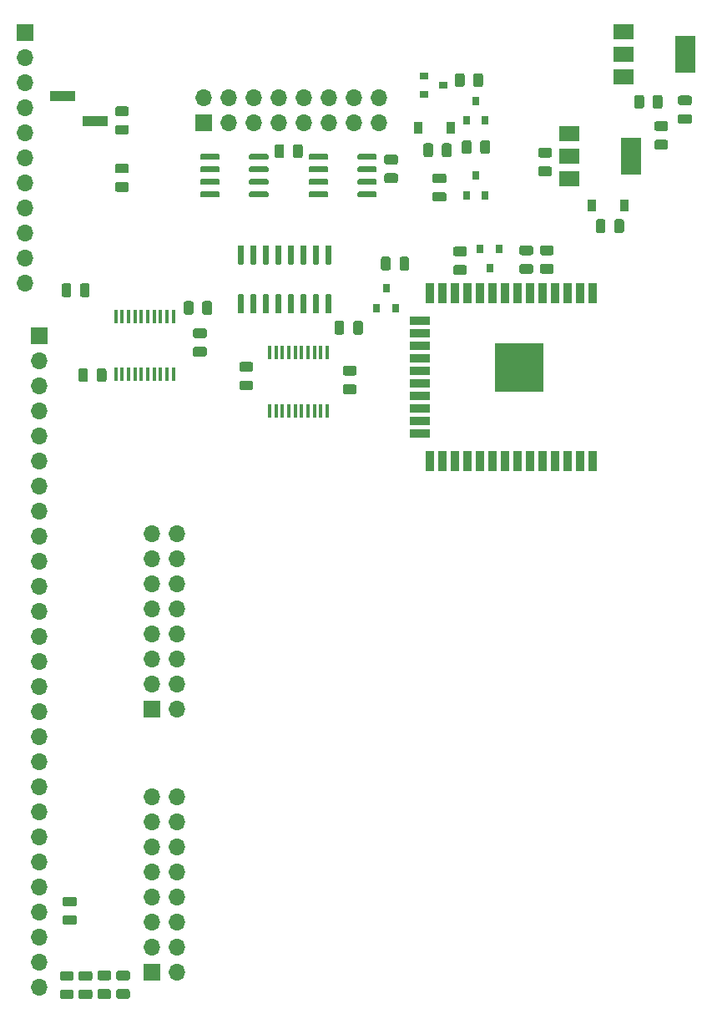
<source format=gbr>
G04 #@! TF.GenerationSoftware,KiCad,Pcbnew,5.1.5+dfsg1-2build2*
G04 #@! TF.CreationDate,2021-12-27T09:35:59+00:00*
G04 #@! TF.ProjectId,psion-org2-power,7073696f-6e2d-46f7-9267-322d706f7765,rev?*
G04 #@! TF.SameCoordinates,Original*
G04 #@! TF.FileFunction,Soldermask,Top*
G04 #@! TF.FilePolarity,Negative*
%FSLAX46Y46*%
G04 Gerber Fmt 4.6, Leading zero omitted, Abs format (unit mm)*
G04 Created by KiCad (PCBNEW 5.1.5+dfsg1-2build2) date 2021-12-27 09:35:59*
%MOMM*%
%LPD*%
G04 APERTURE LIST*
%ADD10R,2.000000X1.500000*%
%ADD11R,2.000000X3.800000*%
%ADD12R,0.800000X0.900000*%
%ADD13R,0.900000X0.800000*%
%ADD14C,0.100000*%
%ADD15R,0.900000X1.200000*%
%ADD16R,0.450000X1.450000*%
%ADD17R,2.510000X1.000000*%
%ADD18O,1.700000X1.700000*%
%ADD19R,1.700000X1.700000*%
%ADD20R,0.900000X2.000000*%
%ADD21R,2.000000X0.900000*%
%ADD22R,5.000000X5.000000*%
G04 APERTURE END LIST*
D10*
X141450000Y-31200000D03*
X141450000Y-35800000D03*
X141450000Y-33500000D03*
D11*
X147750000Y-33500000D03*
D12*
X117400000Y-57200000D03*
X118350000Y-59200000D03*
X116450000Y-59200000D03*
D13*
X123200000Y-36600000D03*
X121200000Y-37550000D03*
X121200000Y-35650000D03*
D14*
G36*
X117630142Y-54001174D02*
G01*
X117653803Y-54004684D01*
X117677007Y-54010496D01*
X117699529Y-54018554D01*
X117721153Y-54028782D01*
X117741670Y-54041079D01*
X117760883Y-54055329D01*
X117778607Y-54071393D01*
X117794671Y-54089117D01*
X117808921Y-54108330D01*
X117821218Y-54128847D01*
X117831446Y-54150471D01*
X117839504Y-54172993D01*
X117845316Y-54196197D01*
X117848826Y-54219858D01*
X117850000Y-54243750D01*
X117850000Y-55156250D01*
X117848826Y-55180142D01*
X117845316Y-55203803D01*
X117839504Y-55227007D01*
X117831446Y-55249529D01*
X117821218Y-55271153D01*
X117808921Y-55291670D01*
X117794671Y-55310883D01*
X117778607Y-55328607D01*
X117760883Y-55344671D01*
X117741670Y-55358921D01*
X117721153Y-55371218D01*
X117699529Y-55381446D01*
X117677007Y-55389504D01*
X117653803Y-55395316D01*
X117630142Y-55398826D01*
X117606250Y-55400000D01*
X117118750Y-55400000D01*
X117094858Y-55398826D01*
X117071197Y-55395316D01*
X117047993Y-55389504D01*
X117025471Y-55381446D01*
X117003847Y-55371218D01*
X116983330Y-55358921D01*
X116964117Y-55344671D01*
X116946393Y-55328607D01*
X116930329Y-55310883D01*
X116916079Y-55291670D01*
X116903782Y-55271153D01*
X116893554Y-55249529D01*
X116885496Y-55227007D01*
X116879684Y-55203803D01*
X116876174Y-55180142D01*
X116875000Y-55156250D01*
X116875000Y-54243750D01*
X116876174Y-54219858D01*
X116879684Y-54196197D01*
X116885496Y-54172993D01*
X116893554Y-54150471D01*
X116903782Y-54128847D01*
X116916079Y-54108330D01*
X116930329Y-54089117D01*
X116946393Y-54071393D01*
X116964117Y-54055329D01*
X116983330Y-54041079D01*
X117003847Y-54028782D01*
X117025471Y-54018554D01*
X117047993Y-54010496D01*
X117071197Y-54004684D01*
X117094858Y-54001174D01*
X117118750Y-54000000D01*
X117606250Y-54000000D01*
X117630142Y-54001174D01*
G37*
G36*
X119505142Y-54001174D02*
G01*
X119528803Y-54004684D01*
X119552007Y-54010496D01*
X119574529Y-54018554D01*
X119596153Y-54028782D01*
X119616670Y-54041079D01*
X119635883Y-54055329D01*
X119653607Y-54071393D01*
X119669671Y-54089117D01*
X119683921Y-54108330D01*
X119696218Y-54128847D01*
X119706446Y-54150471D01*
X119714504Y-54172993D01*
X119720316Y-54196197D01*
X119723826Y-54219858D01*
X119725000Y-54243750D01*
X119725000Y-55156250D01*
X119723826Y-55180142D01*
X119720316Y-55203803D01*
X119714504Y-55227007D01*
X119706446Y-55249529D01*
X119696218Y-55271153D01*
X119683921Y-55291670D01*
X119669671Y-55310883D01*
X119653607Y-55328607D01*
X119635883Y-55344671D01*
X119616670Y-55358921D01*
X119596153Y-55371218D01*
X119574529Y-55381446D01*
X119552007Y-55389504D01*
X119528803Y-55395316D01*
X119505142Y-55398826D01*
X119481250Y-55400000D01*
X118993750Y-55400000D01*
X118969858Y-55398826D01*
X118946197Y-55395316D01*
X118922993Y-55389504D01*
X118900471Y-55381446D01*
X118878847Y-55371218D01*
X118858330Y-55358921D01*
X118839117Y-55344671D01*
X118821393Y-55328607D01*
X118805329Y-55310883D01*
X118791079Y-55291670D01*
X118778782Y-55271153D01*
X118768554Y-55249529D01*
X118760496Y-55227007D01*
X118754684Y-55203803D01*
X118751174Y-55180142D01*
X118750000Y-55156250D01*
X118750000Y-54243750D01*
X118751174Y-54219858D01*
X118754684Y-54196197D01*
X118760496Y-54172993D01*
X118768554Y-54150471D01*
X118778782Y-54128847D01*
X118791079Y-54108330D01*
X118805329Y-54089117D01*
X118821393Y-54071393D01*
X118839117Y-54055329D01*
X118858330Y-54041079D01*
X118878847Y-54028782D01*
X118900471Y-54018554D01*
X118922993Y-54010496D01*
X118946197Y-54004684D01*
X118969858Y-54001174D01*
X118993750Y-54000000D01*
X119481250Y-54000000D01*
X119505142Y-54001174D01*
G37*
G36*
X141305142Y-50201174D02*
G01*
X141328803Y-50204684D01*
X141352007Y-50210496D01*
X141374529Y-50218554D01*
X141396153Y-50228782D01*
X141416670Y-50241079D01*
X141435883Y-50255329D01*
X141453607Y-50271393D01*
X141469671Y-50289117D01*
X141483921Y-50308330D01*
X141496218Y-50328847D01*
X141506446Y-50350471D01*
X141514504Y-50372993D01*
X141520316Y-50396197D01*
X141523826Y-50419858D01*
X141525000Y-50443750D01*
X141525000Y-51356250D01*
X141523826Y-51380142D01*
X141520316Y-51403803D01*
X141514504Y-51427007D01*
X141506446Y-51449529D01*
X141496218Y-51471153D01*
X141483921Y-51491670D01*
X141469671Y-51510883D01*
X141453607Y-51528607D01*
X141435883Y-51544671D01*
X141416670Y-51558921D01*
X141396153Y-51571218D01*
X141374529Y-51581446D01*
X141352007Y-51589504D01*
X141328803Y-51595316D01*
X141305142Y-51598826D01*
X141281250Y-51600000D01*
X140793750Y-51600000D01*
X140769858Y-51598826D01*
X140746197Y-51595316D01*
X140722993Y-51589504D01*
X140700471Y-51581446D01*
X140678847Y-51571218D01*
X140658330Y-51558921D01*
X140639117Y-51544671D01*
X140621393Y-51528607D01*
X140605329Y-51510883D01*
X140591079Y-51491670D01*
X140578782Y-51471153D01*
X140568554Y-51449529D01*
X140560496Y-51427007D01*
X140554684Y-51403803D01*
X140551174Y-51380142D01*
X140550000Y-51356250D01*
X140550000Y-50443750D01*
X140551174Y-50419858D01*
X140554684Y-50396197D01*
X140560496Y-50372993D01*
X140568554Y-50350471D01*
X140578782Y-50328847D01*
X140591079Y-50308330D01*
X140605329Y-50289117D01*
X140621393Y-50271393D01*
X140639117Y-50255329D01*
X140658330Y-50241079D01*
X140678847Y-50228782D01*
X140700471Y-50218554D01*
X140722993Y-50210496D01*
X140746197Y-50204684D01*
X140769858Y-50201174D01*
X140793750Y-50200000D01*
X141281250Y-50200000D01*
X141305142Y-50201174D01*
G37*
G36*
X139430142Y-50201174D02*
G01*
X139453803Y-50204684D01*
X139477007Y-50210496D01*
X139499529Y-50218554D01*
X139521153Y-50228782D01*
X139541670Y-50241079D01*
X139560883Y-50255329D01*
X139578607Y-50271393D01*
X139594671Y-50289117D01*
X139608921Y-50308330D01*
X139621218Y-50328847D01*
X139631446Y-50350471D01*
X139639504Y-50372993D01*
X139645316Y-50396197D01*
X139648826Y-50419858D01*
X139650000Y-50443750D01*
X139650000Y-51356250D01*
X139648826Y-51380142D01*
X139645316Y-51403803D01*
X139639504Y-51427007D01*
X139631446Y-51449529D01*
X139621218Y-51471153D01*
X139608921Y-51491670D01*
X139594671Y-51510883D01*
X139578607Y-51528607D01*
X139560883Y-51544671D01*
X139541670Y-51558921D01*
X139521153Y-51571218D01*
X139499529Y-51581446D01*
X139477007Y-51589504D01*
X139453803Y-51595316D01*
X139430142Y-51598826D01*
X139406250Y-51600000D01*
X138918750Y-51600000D01*
X138894858Y-51598826D01*
X138871197Y-51595316D01*
X138847993Y-51589504D01*
X138825471Y-51581446D01*
X138803847Y-51571218D01*
X138783330Y-51558921D01*
X138764117Y-51544671D01*
X138746393Y-51528607D01*
X138730329Y-51510883D01*
X138716079Y-51491670D01*
X138703782Y-51471153D01*
X138693554Y-51449529D01*
X138685496Y-51427007D01*
X138679684Y-51403803D01*
X138676174Y-51380142D01*
X138675000Y-51356250D01*
X138675000Y-50443750D01*
X138676174Y-50419858D01*
X138679684Y-50396197D01*
X138685496Y-50372993D01*
X138693554Y-50350471D01*
X138703782Y-50328847D01*
X138716079Y-50308330D01*
X138730329Y-50289117D01*
X138746393Y-50271393D01*
X138764117Y-50255329D01*
X138783330Y-50241079D01*
X138803847Y-50228782D01*
X138825471Y-50218554D01*
X138847993Y-50210496D01*
X138871197Y-50204684D01*
X138894858Y-50201174D01*
X138918750Y-50200000D01*
X139406250Y-50200000D01*
X139430142Y-50201174D01*
G37*
G36*
X123280142Y-47451174D02*
G01*
X123303803Y-47454684D01*
X123327007Y-47460496D01*
X123349529Y-47468554D01*
X123371153Y-47478782D01*
X123391670Y-47491079D01*
X123410883Y-47505329D01*
X123428607Y-47521393D01*
X123444671Y-47539117D01*
X123458921Y-47558330D01*
X123471218Y-47578847D01*
X123481446Y-47600471D01*
X123489504Y-47622993D01*
X123495316Y-47646197D01*
X123498826Y-47669858D01*
X123500000Y-47693750D01*
X123500000Y-48181250D01*
X123498826Y-48205142D01*
X123495316Y-48228803D01*
X123489504Y-48252007D01*
X123481446Y-48274529D01*
X123471218Y-48296153D01*
X123458921Y-48316670D01*
X123444671Y-48335883D01*
X123428607Y-48353607D01*
X123410883Y-48369671D01*
X123391670Y-48383921D01*
X123371153Y-48396218D01*
X123349529Y-48406446D01*
X123327007Y-48414504D01*
X123303803Y-48420316D01*
X123280142Y-48423826D01*
X123256250Y-48425000D01*
X122343750Y-48425000D01*
X122319858Y-48423826D01*
X122296197Y-48420316D01*
X122272993Y-48414504D01*
X122250471Y-48406446D01*
X122228847Y-48396218D01*
X122208330Y-48383921D01*
X122189117Y-48369671D01*
X122171393Y-48353607D01*
X122155329Y-48335883D01*
X122141079Y-48316670D01*
X122128782Y-48296153D01*
X122118554Y-48274529D01*
X122110496Y-48252007D01*
X122104684Y-48228803D01*
X122101174Y-48205142D01*
X122100000Y-48181250D01*
X122100000Y-47693750D01*
X122101174Y-47669858D01*
X122104684Y-47646197D01*
X122110496Y-47622993D01*
X122118554Y-47600471D01*
X122128782Y-47578847D01*
X122141079Y-47558330D01*
X122155329Y-47539117D01*
X122171393Y-47521393D01*
X122189117Y-47505329D01*
X122208330Y-47491079D01*
X122228847Y-47478782D01*
X122250471Y-47468554D01*
X122272993Y-47460496D01*
X122296197Y-47454684D01*
X122319858Y-47451174D01*
X122343750Y-47450000D01*
X123256250Y-47450000D01*
X123280142Y-47451174D01*
G37*
G36*
X123280142Y-45576174D02*
G01*
X123303803Y-45579684D01*
X123327007Y-45585496D01*
X123349529Y-45593554D01*
X123371153Y-45603782D01*
X123391670Y-45616079D01*
X123410883Y-45630329D01*
X123428607Y-45646393D01*
X123444671Y-45664117D01*
X123458921Y-45683330D01*
X123471218Y-45703847D01*
X123481446Y-45725471D01*
X123489504Y-45747993D01*
X123495316Y-45771197D01*
X123498826Y-45794858D01*
X123500000Y-45818750D01*
X123500000Y-46306250D01*
X123498826Y-46330142D01*
X123495316Y-46353803D01*
X123489504Y-46377007D01*
X123481446Y-46399529D01*
X123471218Y-46421153D01*
X123458921Y-46441670D01*
X123444671Y-46460883D01*
X123428607Y-46478607D01*
X123410883Y-46494671D01*
X123391670Y-46508921D01*
X123371153Y-46521218D01*
X123349529Y-46531446D01*
X123327007Y-46539504D01*
X123303803Y-46545316D01*
X123280142Y-46548826D01*
X123256250Y-46550000D01*
X122343750Y-46550000D01*
X122319858Y-46548826D01*
X122296197Y-46545316D01*
X122272993Y-46539504D01*
X122250471Y-46531446D01*
X122228847Y-46521218D01*
X122208330Y-46508921D01*
X122189117Y-46494671D01*
X122171393Y-46478607D01*
X122155329Y-46460883D01*
X122141079Y-46441670D01*
X122128782Y-46421153D01*
X122118554Y-46399529D01*
X122110496Y-46377007D01*
X122104684Y-46353803D01*
X122101174Y-46330142D01*
X122100000Y-46306250D01*
X122100000Y-45818750D01*
X122101174Y-45794858D01*
X122104684Y-45771197D01*
X122110496Y-45747993D01*
X122118554Y-45725471D01*
X122128782Y-45703847D01*
X122141079Y-45683330D01*
X122155329Y-45664117D01*
X122171393Y-45646393D01*
X122189117Y-45630329D01*
X122208330Y-45616079D01*
X122228847Y-45603782D01*
X122250471Y-45593554D01*
X122272993Y-45585496D01*
X122296197Y-45579684D01*
X122319858Y-45576174D01*
X122343750Y-45575000D01*
X123256250Y-45575000D01*
X123280142Y-45576174D01*
G37*
G36*
X123805142Y-42501174D02*
G01*
X123828803Y-42504684D01*
X123852007Y-42510496D01*
X123874529Y-42518554D01*
X123896153Y-42528782D01*
X123916670Y-42541079D01*
X123935883Y-42555329D01*
X123953607Y-42571393D01*
X123969671Y-42589117D01*
X123983921Y-42608330D01*
X123996218Y-42628847D01*
X124006446Y-42650471D01*
X124014504Y-42672993D01*
X124020316Y-42696197D01*
X124023826Y-42719858D01*
X124025000Y-42743750D01*
X124025000Y-43656250D01*
X124023826Y-43680142D01*
X124020316Y-43703803D01*
X124014504Y-43727007D01*
X124006446Y-43749529D01*
X123996218Y-43771153D01*
X123983921Y-43791670D01*
X123969671Y-43810883D01*
X123953607Y-43828607D01*
X123935883Y-43844671D01*
X123916670Y-43858921D01*
X123896153Y-43871218D01*
X123874529Y-43881446D01*
X123852007Y-43889504D01*
X123828803Y-43895316D01*
X123805142Y-43898826D01*
X123781250Y-43900000D01*
X123293750Y-43900000D01*
X123269858Y-43898826D01*
X123246197Y-43895316D01*
X123222993Y-43889504D01*
X123200471Y-43881446D01*
X123178847Y-43871218D01*
X123158330Y-43858921D01*
X123139117Y-43844671D01*
X123121393Y-43828607D01*
X123105329Y-43810883D01*
X123091079Y-43791670D01*
X123078782Y-43771153D01*
X123068554Y-43749529D01*
X123060496Y-43727007D01*
X123054684Y-43703803D01*
X123051174Y-43680142D01*
X123050000Y-43656250D01*
X123050000Y-42743750D01*
X123051174Y-42719858D01*
X123054684Y-42696197D01*
X123060496Y-42672993D01*
X123068554Y-42650471D01*
X123078782Y-42628847D01*
X123091079Y-42608330D01*
X123105329Y-42589117D01*
X123121393Y-42571393D01*
X123139117Y-42555329D01*
X123158330Y-42541079D01*
X123178847Y-42528782D01*
X123200471Y-42518554D01*
X123222993Y-42510496D01*
X123246197Y-42504684D01*
X123269858Y-42501174D01*
X123293750Y-42500000D01*
X123781250Y-42500000D01*
X123805142Y-42501174D01*
G37*
G36*
X121930142Y-42501174D02*
G01*
X121953803Y-42504684D01*
X121977007Y-42510496D01*
X121999529Y-42518554D01*
X122021153Y-42528782D01*
X122041670Y-42541079D01*
X122060883Y-42555329D01*
X122078607Y-42571393D01*
X122094671Y-42589117D01*
X122108921Y-42608330D01*
X122121218Y-42628847D01*
X122131446Y-42650471D01*
X122139504Y-42672993D01*
X122145316Y-42696197D01*
X122148826Y-42719858D01*
X122150000Y-42743750D01*
X122150000Y-43656250D01*
X122148826Y-43680142D01*
X122145316Y-43703803D01*
X122139504Y-43727007D01*
X122131446Y-43749529D01*
X122121218Y-43771153D01*
X122108921Y-43791670D01*
X122094671Y-43810883D01*
X122078607Y-43828607D01*
X122060883Y-43844671D01*
X122041670Y-43858921D01*
X122021153Y-43871218D01*
X121999529Y-43881446D01*
X121977007Y-43889504D01*
X121953803Y-43895316D01*
X121930142Y-43898826D01*
X121906250Y-43900000D01*
X121418750Y-43900000D01*
X121394858Y-43898826D01*
X121371197Y-43895316D01*
X121347993Y-43889504D01*
X121325471Y-43881446D01*
X121303847Y-43871218D01*
X121283330Y-43858921D01*
X121264117Y-43844671D01*
X121246393Y-43828607D01*
X121230329Y-43810883D01*
X121216079Y-43791670D01*
X121203782Y-43771153D01*
X121193554Y-43749529D01*
X121185496Y-43727007D01*
X121179684Y-43703803D01*
X121176174Y-43680142D01*
X121175000Y-43656250D01*
X121175000Y-42743750D01*
X121176174Y-42719858D01*
X121179684Y-42696197D01*
X121185496Y-42672993D01*
X121193554Y-42650471D01*
X121203782Y-42628847D01*
X121216079Y-42608330D01*
X121230329Y-42589117D01*
X121246393Y-42571393D01*
X121264117Y-42555329D01*
X121283330Y-42541079D01*
X121303847Y-42528782D01*
X121325471Y-42518554D01*
X121347993Y-42510496D01*
X121371197Y-42504684D01*
X121394858Y-42501174D01*
X121418750Y-42500000D01*
X121906250Y-42500000D01*
X121930142Y-42501174D01*
G37*
G36*
X127005142Y-35401174D02*
G01*
X127028803Y-35404684D01*
X127052007Y-35410496D01*
X127074529Y-35418554D01*
X127096153Y-35428782D01*
X127116670Y-35441079D01*
X127135883Y-35455329D01*
X127153607Y-35471393D01*
X127169671Y-35489117D01*
X127183921Y-35508330D01*
X127196218Y-35528847D01*
X127206446Y-35550471D01*
X127214504Y-35572993D01*
X127220316Y-35596197D01*
X127223826Y-35619858D01*
X127225000Y-35643750D01*
X127225000Y-36556250D01*
X127223826Y-36580142D01*
X127220316Y-36603803D01*
X127214504Y-36627007D01*
X127206446Y-36649529D01*
X127196218Y-36671153D01*
X127183921Y-36691670D01*
X127169671Y-36710883D01*
X127153607Y-36728607D01*
X127135883Y-36744671D01*
X127116670Y-36758921D01*
X127096153Y-36771218D01*
X127074529Y-36781446D01*
X127052007Y-36789504D01*
X127028803Y-36795316D01*
X127005142Y-36798826D01*
X126981250Y-36800000D01*
X126493750Y-36800000D01*
X126469858Y-36798826D01*
X126446197Y-36795316D01*
X126422993Y-36789504D01*
X126400471Y-36781446D01*
X126378847Y-36771218D01*
X126358330Y-36758921D01*
X126339117Y-36744671D01*
X126321393Y-36728607D01*
X126305329Y-36710883D01*
X126291079Y-36691670D01*
X126278782Y-36671153D01*
X126268554Y-36649529D01*
X126260496Y-36627007D01*
X126254684Y-36603803D01*
X126251174Y-36580142D01*
X126250000Y-36556250D01*
X126250000Y-35643750D01*
X126251174Y-35619858D01*
X126254684Y-35596197D01*
X126260496Y-35572993D01*
X126268554Y-35550471D01*
X126278782Y-35528847D01*
X126291079Y-35508330D01*
X126305329Y-35489117D01*
X126321393Y-35471393D01*
X126339117Y-35455329D01*
X126358330Y-35441079D01*
X126378847Y-35428782D01*
X126400471Y-35418554D01*
X126422993Y-35410496D01*
X126446197Y-35404684D01*
X126469858Y-35401174D01*
X126493750Y-35400000D01*
X126981250Y-35400000D01*
X127005142Y-35401174D01*
G37*
G36*
X125130142Y-35401174D02*
G01*
X125153803Y-35404684D01*
X125177007Y-35410496D01*
X125199529Y-35418554D01*
X125221153Y-35428782D01*
X125241670Y-35441079D01*
X125260883Y-35455329D01*
X125278607Y-35471393D01*
X125294671Y-35489117D01*
X125308921Y-35508330D01*
X125321218Y-35528847D01*
X125331446Y-35550471D01*
X125339504Y-35572993D01*
X125345316Y-35596197D01*
X125348826Y-35619858D01*
X125350000Y-35643750D01*
X125350000Y-36556250D01*
X125348826Y-36580142D01*
X125345316Y-36603803D01*
X125339504Y-36627007D01*
X125331446Y-36649529D01*
X125321218Y-36671153D01*
X125308921Y-36691670D01*
X125294671Y-36710883D01*
X125278607Y-36728607D01*
X125260883Y-36744671D01*
X125241670Y-36758921D01*
X125221153Y-36771218D01*
X125199529Y-36781446D01*
X125177007Y-36789504D01*
X125153803Y-36795316D01*
X125130142Y-36798826D01*
X125106250Y-36800000D01*
X124618750Y-36800000D01*
X124594858Y-36798826D01*
X124571197Y-36795316D01*
X124547993Y-36789504D01*
X124525471Y-36781446D01*
X124503847Y-36771218D01*
X124483330Y-36758921D01*
X124464117Y-36744671D01*
X124446393Y-36728607D01*
X124430329Y-36710883D01*
X124416079Y-36691670D01*
X124403782Y-36671153D01*
X124393554Y-36649529D01*
X124385496Y-36627007D01*
X124379684Y-36603803D01*
X124376174Y-36580142D01*
X124375000Y-36556250D01*
X124375000Y-35643750D01*
X124376174Y-35619858D01*
X124379684Y-35596197D01*
X124385496Y-35572993D01*
X124393554Y-35550471D01*
X124403782Y-35528847D01*
X124416079Y-35508330D01*
X124430329Y-35489117D01*
X124446393Y-35471393D01*
X124464117Y-35455329D01*
X124483330Y-35441079D01*
X124503847Y-35428782D01*
X124525471Y-35418554D01*
X124547993Y-35410496D01*
X124571197Y-35404684D01*
X124594858Y-35401174D01*
X124618750Y-35400000D01*
X125106250Y-35400000D01*
X125130142Y-35401174D01*
G37*
G36*
X89280142Y-128251174D02*
G01*
X89303803Y-128254684D01*
X89327007Y-128260496D01*
X89349529Y-128268554D01*
X89371153Y-128278782D01*
X89391670Y-128291079D01*
X89410883Y-128305329D01*
X89428607Y-128321393D01*
X89444671Y-128339117D01*
X89458921Y-128358330D01*
X89471218Y-128378847D01*
X89481446Y-128400471D01*
X89489504Y-128422993D01*
X89495316Y-128446197D01*
X89498826Y-128469858D01*
X89500000Y-128493750D01*
X89500000Y-128981250D01*
X89498826Y-129005142D01*
X89495316Y-129028803D01*
X89489504Y-129052007D01*
X89481446Y-129074529D01*
X89471218Y-129096153D01*
X89458921Y-129116670D01*
X89444671Y-129135883D01*
X89428607Y-129153607D01*
X89410883Y-129169671D01*
X89391670Y-129183921D01*
X89371153Y-129196218D01*
X89349529Y-129206446D01*
X89327007Y-129214504D01*
X89303803Y-129220316D01*
X89280142Y-129223826D01*
X89256250Y-129225000D01*
X88343750Y-129225000D01*
X88319858Y-129223826D01*
X88296197Y-129220316D01*
X88272993Y-129214504D01*
X88250471Y-129206446D01*
X88228847Y-129196218D01*
X88208330Y-129183921D01*
X88189117Y-129169671D01*
X88171393Y-129153607D01*
X88155329Y-129135883D01*
X88141079Y-129116670D01*
X88128782Y-129096153D01*
X88118554Y-129074529D01*
X88110496Y-129052007D01*
X88104684Y-129028803D01*
X88101174Y-129005142D01*
X88100000Y-128981250D01*
X88100000Y-128493750D01*
X88101174Y-128469858D01*
X88104684Y-128446197D01*
X88110496Y-128422993D01*
X88118554Y-128400471D01*
X88128782Y-128378847D01*
X88141079Y-128358330D01*
X88155329Y-128339117D01*
X88171393Y-128321393D01*
X88189117Y-128305329D01*
X88208330Y-128291079D01*
X88228847Y-128278782D01*
X88250471Y-128268554D01*
X88272993Y-128260496D01*
X88296197Y-128254684D01*
X88319858Y-128251174D01*
X88343750Y-128250000D01*
X89256250Y-128250000D01*
X89280142Y-128251174D01*
G37*
G36*
X89280142Y-126376174D02*
G01*
X89303803Y-126379684D01*
X89327007Y-126385496D01*
X89349529Y-126393554D01*
X89371153Y-126403782D01*
X89391670Y-126416079D01*
X89410883Y-126430329D01*
X89428607Y-126446393D01*
X89444671Y-126464117D01*
X89458921Y-126483330D01*
X89471218Y-126503847D01*
X89481446Y-126525471D01*
X89489504Y-126547993D01*
X89495316Y-126571197D01*
X89498826Y-126594858D01*
X89500000Y-126618750D01*
X89500000Y-127106250D01*
X89498826Y-127130142D01*
X89495316Y-127153803D01*
X89489504Y-127177007D01*
X89481446Y-127199529D01*
X89471218Y-127221153D01*
X89458921Y-127241670D01*
X89444671Y-127260883D01*
X89428607Y-127278607D01*
X89410883Y-127294671D01*
X89391670Y-127308921D01*
X89371153Y-127321218D01*
X89349529Y-127331446D01*
X89327007Y-127339504D01*
X89303803Y-127345316D01*
X89280142Y-127348826D01*
X89256250Y-127350000D01*
X88343750Y-127350000D01*
X88319858Y-127348826D01*
X88296197Y-127345316D01*
X88272993Y-127339504D01*
X88250471Y-127331446D01*
X88228847Y-127321218D01*
X88208330Y-127308921D01*
X88189117Y-127294671D01*
X88171393Y-127278607D01*
X88155329Y-127260883D01*
X88141079Y-127241670D01*
X88128782Y-127221153D01*
X88118554Y-127199529D01*
X88110496Y-127177007D01*
X88104684Y-127153803D01*
X88101174Y-127130142D01*
X88100000Y-127106250D01*
X88100000Y-126618750D01*
X88101174Y-126594858D01*
X88104684Y-126571197D01*
X88110496Y-126547993D01*
X88118554Y-126525471D01*
X88128782Y-126503847D01*
X88141079Y-126483330D01*
X88155329Y-126464117D01*
X88171393Y-126446393D01*
X88189117Y-126430329D01*
X88208330Y-126416079D01*
X88228847Y-126403782D01*
X88250471Y-126393554D01*
X88272993Y-126385496D01*
X88296197Y-126379684D01*
X88319858Y-126376174D01*
X88343750Y-126375000D01*
X89256250Y-126375000D01*
X89280142Y-126376174D01*
G37*
G36*
X91180142Y-128251174D02*
G01*
X91203803Y-128254684D01*
X91227007Y-128260496D01*
X91249529Y-128268554D01*
X91271153Y-128278782D01*
X91291670Y-128291079D01*
X91310883Y-128305329D01*
X91328607Y-128321393D01*
X91344671Y-128339117D01*
X91358921Y-128358330D01*
X91371218Y-128378847D01*
X91381446Y-128400471D01*
X91389504Y-128422993D01*
X91395316Y-128446197D01*
X91398826Y-128469858D01*
X91400000Y-128493750D01*
X91400000Y-128981250D01*
X91398826Y-129005142D01*
X91395316Y-129028803D01*
X91389504Y-129052007D01*
X91381446Y-129074529D01*
X91371218Y-129096153D01*
X91358921Y-129116670D01*
X91344671Y-129135883D01*
X91328607Y-129153607D01*
X91310883Y-129169671D01*
X91291670Y-129183921D01*
X91271153Y-129196218D01*
X91249529Y-129206446D01*
X91227007Y-129214504D01*
X91203803Y-129220316D01*
X91180142Y-129223826D01*
X91156250Y-129225000D01*
X90243750Y-129225000D01*
X90219858Y-129223826D01*
X90196197Y-129220316D01*
X90172993Y-129214504D01*
X90150471Y-129206446D01*
X90128847Y-129196218D01*
X90108330Y-129183921D01*
X90089117Y-129169671D01*
X90071393Y-129153607D01*
X90055329Y-129135883D01*
X90041079Y-129116670D01*
X90028782Y-129096153D01*
X90018554Y-129074529D01*
X90010496Y-129052007D01*
X90004684Y-129028803D01*
X90001174Y-129005142D01*
X90000000Y-128981250D01*
X90000000Y-128493750D01*
X90001174Y-128469858D01*
X90004684Y-128446197D01*
X90010496Y-128422993D01*
X90018554Y-128400471D01*
X90028782Y-128378847D01*
X90041079Y-128358330D01*
X90055329Y-128339117D01*
X90071393Y-128321393D01*
X90089117Y-128305329D01*
X90108330Y-128291079D01*
X90128847Y-128278782D01*
X90150471Y-128268554D01*
X90172993Y-128260496D01*
X90196197Y-128254684D01*
X90219858Y-128251174D01*
X90243750Y-128250000D01*
X91156250Y-128250000D01*
X91180142Y-128251174D01*
G37*
G36*
X91180142Y-126376174D02*
G01*
X91203803Y-126379684D01*
X91227007Y-126385496D01*
X91249529Y-126393554D01*
X91271153Y-126403782D01*
X91291670Y-126416079D01*
X91310883Y-126430329D01*
X91328607Y-126446393D01*
X91344671Y-126464117D01*
X91358921Y-126483330D01*
X91371218Y-126503847D01*
X91381446Y-126525471D01*
X91389504Y-126547993D01*
X91395316Y-126571197D01*
X91398826Y-126594858D01*
X91400000Y-126618750D01*
X91400000Y-127106250D01*
X91398826Y-127130142D01*
X91395316Y-127153803D01*
X91389504Y-127177007D01*
X91381446Y-127199529D01*
X91371218Y-127221153D01*
X91358921Y-127241670D01*
X91344671Y-127260883D01*
X91328607Y-127278607D01*
X91310883Y-127294671D01*
X91291670Y-127308921D01*
X91271153Y-127321218D01*
X91249529Y-127331446D01*
X91227007Y-127339504D01*
X91203803Y-127345316D01*
X91180142Y-127348826D01*
X91156250Y-127350000D01*
X90243750Y-127350000D01*
X90219858Y-127348826D01*
X90196197Y-127345316D01*
X90172993Y-127339504D01*
X90150471Y-127331446D01*
X90128847Y-127321218D01*
X90108330Y-127308921D01*
X90089117Y-127294671D01*
X90071393Y-127278607D01*
X90055329Y-127260883D01*
X90041079Y-127241670D01*
X90028782Y-127221153D01*
X90018554Y-127199529D01*
X90010496Y-127177007D01*
X90004684Y-127153803D01*
X90001174Y-127130142D01*
X90000000Y-127106250D01*
X90000000Y-126618750D01*
X90001174Y-126594858D01*
X90004684Y-126571197D01*
X90010496Y-126547993D01*
X90018554Y-126525471D01*
X90028782Y-126503847D01*
X90041079Y-126483330D01*
X90055329Y-126464117D01*
X90071393Y-126446393D01*
X90089117Y-126430329D01*
X90108330Y-126416079D01*
X90128847Y-126403782D01*
X90150471Y-126393554D01*
X90172993Y-126385496D01*
X90196197Y-126379684D01*
X90219858Y-126376174D01*
X90243750Y-126375000D01*
X91156250Y-126375000D01*
X91180142Y-126376174D01*
G37*
G36*
X87380142Y-128288674D02*
G01*
X87403803Y-128292184D01*
X87427007Y-128297996D01*
X87449529Y-128306054D01*
X87471153Y-128316282D01*
X87491670Y-128328579D01*
X87510883Y-128342829D01*
X87528607Y-128358893D01*
X87544671Y-128376617D01*
X87558921Y-128395830D01*
X87571218Y-128416347D01*
X87581446Y-128437971D01*
X87589504Y-128460493D01*
X87595316Y-128483697D01*
X87598826Y-128507358D01*
X87600000Y-128531250D01*
X87600000Y-129018750D01*
X87598826Y-129042642D01*
X87595316Y-129066303D01*
X87589504Y-129089507D01*
X87581446Y-129112029D01*
X87571218Y-129133653D01*
X87558921Y-129154170D01*
X87544671Y-129173383D01*
X87528607Y-129191107D01*
X87510883Y-129207171D01*
X87491670Y-129221421D01*
X87471153Y-129233718D01*
X87449529Y-129243946D01*
X87427007Y-129252004D01*
X87403803Y-129257816D01*
X87380142Y-129261326D01*
X87356250Y-129262500D01*
X86443750Y-129262500D01*
X86419858Y-129261326D01*
X86396197Y-129257816D01*
X86372993Y-129252004D01*
X86350471Y-129243946D01*
X86328847Y-129233718D01*
X86308330Y-129221421D01*
X86289117Y-129207171D01*
X86271393Y-129191107D01*
X86255329Y-129173383D01*
X86241079Y-129154170D01*
X86228782Y-129133653D01*
X86218554Y-129112029D01*
X86210496Y-129089507D01*
X86204684Y-129066303D01*
X86201174Y-129042642D01*
X86200000Y-129018750D01*
X86200000Y-128531250D01*
X86201174Y-128507358D01*
X86204684Y-128483697D01*
X86210496Y-128460493D01*
X86218554Y-128437971D01*
X86228782Y-128416347D01*
X86241079Y-128395830D01*
X86255329Y-128376617D01*
X86271393Y-128358893D01*
X86289117Y-128342829D01*
X86308330Y-128328579D01*
X86328847Y-128316282D01*
X86350471Y-128306054D01*
X86372993Y-128297996D01*
X86396197Y-128292184D01*
X86419858Y-128288674D01*
X86443750Y-128287500D01*
X87356250Y-128287500D01*
X87380142Y-128288674D01*
G37*
G36*
X87380142Y-126413674D02*
G01*
X87403803Y-126417184D01*
X87427007Y-126422996D01*
X87449529Y-126431054D01*
X87471153Y-126441282D01*
X87491670Y-126453579D01*
X87510883Y-126467829D01*
X87528607Y-126483893D01*
X87544671Y-126501617D01*
X87558921Y-126520830D01*
X87571218Y-126541347D01*
X87581446Y-126562971D01*
X87589504Y-126585493D01*
X87595316Y-126608697D01*
X87598826Y-126632358D01*
X87600000Y-126656250D01*
X87600000Y-127143750D01*
X87598826Y-127167642D01*
X87595316Y-127191303D01*
X87589504Y-127214507D01*
X87581446Y-127237029D01*
X87571218Y-127258653D01*
X87558921Y-127279170D01*
X87544671Y-127298383D01*
X87528607Y-127316107D01*
X87510883Y-127332171D01*
X87491670Y-127346421D01*
X87471153Y-127358718D01*
X87449529Y-127368946D01*
X87427007Y-127377004D01*
X87403803Y-127382816D01*
X87380142Y-127386326D01*
X87356250Y-127387500D01*
X86443750Y-127387500D01*
X86419858Y-127386326D01*
X86396197Y-127382816D01*
X86372993Y-127377004D01*
X86350471Y-127368946D01*
X86328847Y-127358718D01*
X86308330Y-127346421D01*
X86289117Y-127332171D01*
X86271393Y-127316107D01*
X86255329Y-127298383D01*
X86241079Y-127279170D01*
X86228782Y-127258653D01*
X86218554Y-127237029D01*
X86210496Y-127214507D01*
X86204684Y-127191303D01*
X86201174Y-127167642D01*
X86200000Y-127143750D01*
X86200000Y-126656250D01*
X86201174Y-126632358D01*
X86204684Y-126608697D01*
X86210496Y-126585493D01*
X86218554Y-126562971D01*
X86228782Y-126541347D01*
X86241079Y-126520830D01*
X86255329Y-126501617D01*
X86271393Y-126483893D01*
X86289117Y-126467829D01*
X86308330Y-126453579D01*
X86328847Y-126441282D01*
X86350471Y-126431054D01*
X86372993Y-126422996D01*
X86396197Y-126417184D01*
X86419858Y-126413674D01*
X86443750Y-126412500D01*
X87356250Y-126412500D01*
X87380142Y-126413674D01*
G37*
G36*
X85480142Y-128288674D02*
G01*
X85503803Y-128292184D01*
X85527007Y-128297996D01*
X85549529Y-128306054D01*
X85571153Y-128316282D01*
X85591670Y-128328579D01*
X85610883Y-128342829D01*
X85628607Y-128358893D01*
X85644671Y-128376617D01*
X85658921Y-128395830D01*
X85671218Y-128416347D01*
X85681446Y-128437971D01*
X85689504Y-128460493D01*
X85695316Y-128483697D01*
X85698826Y-128507358D01*
X85700000Y-128531250D01*
X85700000Y-129018750D01*
X85698826Y-129042642D01*
X85695316Y-129066303D01*
X85689504Y-129089507D01*
X85681446Y-129112029D01*
X85671218Y-129133653D01*
X85658921Y-129154170D01*
X85644671Y-129173383D01*
X85628607Y-129191107D01*
X85610883Y-129207171D01*
X85591670Y-129221421D01*
X85571153Y-129233718D01*
X85549529Y-129243946D01*
X85527007Y-129252004D01*
X85503803Y-129257816D01*
X85480142Y-129261326D01*
X85456250Y-129262500D01*
X84543750Y-129262500D01*
X84519858Y-129261326D01*
X84496197Y-129257816D01*
X84472993Y-129252004D01*
X84450471Y-129243946D01*
X84428847Y-129233718D01*
X84408330Y-129221421D01*
X84389117Y-129207171D01*
X84371393Y-129191107D01*
X84355329Y-129173383D01*
X84341079Y-129154170D01*
X84328782Y-129133653D01*
X84318554Y-129112029D01*
X84310496Y-129089507D01*
X84304684Y-129066303D01*
X84301174Y-129042642D01*
X84300000Y-129018750D01*
X84300000Y-128531250D01*
X84301174Y-128507358D01*
X84304684Y-128483697D01*
X84310496Y-128460493D01*
X84318554Y-128437971D01*
X84328782Y-128416347D01*
X84341079Y-128395830D01*
X84355329Y-128376617D01*
X84371393Y-128358893D01*
X84389117Y-128342829D01*
X84408330Y-128328579D01*
X84428847Y-128316282D01*
X84450471Y-128306054D01*
X84472993Y-128297996D01*
X84496197Y-128292184D01*
X84519858Y-128288674D01*
X84543750Y-128287500D01*
X85456250Y-128287500D01*
X85480142Y-128288674D01*
G37*
G36*
X85480142Y-126413674D02*
G01*
X85503803Y-126417184D01*
X85527007Y-126422996D01*
X85549529Y-126431054D01*
X85571153Y-126441282D01*
X85591670Y-126453579D01*
X85610883Y-126467829D01*
X85628607Y-126483893D01*
X85644671Y-126501617D01*
X85658921Y-126520830D01*
X85671218Y-126541347D01*
X85681446Y-126562971D01*
X85689504Y-126585493D01*
X85695316Y-126608697D01*
X85698826Y-126632358D01*
X85700000Y-126656250D01*
X85700000Y-127143750D01*
X85698826Y-127167642D01*
X85695316Y-127191303D01*
X85689504Y-127214507D01*
X85681446Y-127237029D01*
X85671218Y-127258653D01*
X85658921Y-127279170D01*
X85644671Y-127298383D01*
X85628607Y-127316107D01*
X85610883Y-127332171D01*
X85591670Y-127346421D01*
X85571153Y-127358718D01*
X85549529Y-127368946D01*
X85527007Y-127377004D01*
X85503803Y-127382816D01*
X85480142Y-127386326D01*
X85456250Y-127387500D01*
X84543750Y-127387500D01*
X84519858Y-127386326D01*
X84496197Y-127382816D01*
X84472993Y-127377004D01*
X84450471Y-127368946D01*
X84428847Y-127358718D01*
X84408330Y-127346421D01*
X84389117Y-127332171D01*
X84371393Y-127316107D01*
X84355329Y-127298383D01*
X84341079Y-127279170D01*
X84328782Y-127258653D01*
X84318554Y-127237029D01*
X84310496Y-127214507D01*
X84304684Y-127191303D01*
X84301174Y-127167642D01*
X84300000Y-127143750D01*
X84300000Y-126656250D01*
X84301174Y-126632358D01*
X84304684Y-126608697D01*
X84310496Y-126585493D01*
X84318554Y-126562971D01*
X84328782Y-126541347D01*
X84341079Y-126520830D01*
X84355329Y-126501617D01*
X84371393Y-126483893D01*
X84389117Y-126467829D01*
X84408330Y-126453579D01*
X84428847Y-126441282D01*
X84450471Y-126431054D01*
X84472993Y-126422996D01*
X84496197Y-126417184D01*
X84519858Y-126413674D01*
X84543750Y-126412500D01*
X85456250Y-126412500D01*
X85480142Y-126413674D01*
G37*
G36*
X91080142Y-46451174D02*
G01*
X91103803Y-46454684D01*
X91127007Y-46460496D01*
X91149529Y-46468554D01*
X91171153Y-46478782D01*
X91191670Y-46491079D01*
X91210883Y-46505329D01*
X91228607Y-46521393D01*
X91244671Y-46539117D01*
X91258921Y-46558330D01*
X91271218Y-46578847D01*
X91281446Y-46600471D01*
X91289504Y-46622993D01*
X91295316Y-46646197D01*
X91298826Y-46669858D01*
X91300000Y-46693750D01*
X91300000Y-47181250D01*
X91298826Y-47205142D01*
X91295316Y-47228803D01*
X91289504Y-47252007D01*
X91281446Y-47274529D01*
X91271218Y-47296153D01*
X91258921Y-47316670D01*
X91244671Y-47335883D01*
X91228607Y-47353607D01*
X91210883Y-47369671D01*
X91191670Y-47383921D01*
X91171153Y-47396218D01*
X91149529Y-47406446D01*
X91127007Y-47414504D01*
X91103803Y-47420316D01*
X91080142Y-47423826D01*
X91056250Y-47425000D01*
X90143750Y-47425000D01*
X90119858Y-47423826D01*
X90096197Y-47420316D01*
X90072993Y-47414504D01*
X90050471Y-47406446D01*
X90028847Y-47396218D01*
X90008330Y-47383921D01*
X89989117Y-47369671D01*
X89971393Y-47353607D01*
X89955329Y-47335883D01*
X89941079Y-47316670D01*
X89928782Y-47296153D01*
X89918554Y-47274529D01*
X89910496Y-47252007D01*
X89904684Y-47228803D01*
X89901174Y-47205142D01*
X89900000Y-47181250D01*
X89900000Y-46693750D01*
X89901174Y-46669858D01*
X89904684Y-46646197D01*
X89910496Y-46622993D01*
X89918554Y-46600471D01*
X89928782Y-46578847D01*
X89941079Y-46558330D01*
X89955329Y-46539117D01*
X89971393Y-46521393D01*
X89989117Y-46505329D01*
X90008330Y-46491079D01*
X90028847Y-46478782D01*
X90050471Y-46468554D01*
X90072993Y-46460496D01*
X90096197Y-46454684D01*
X90119858Y-46451174D01*
X90143750Y-46450000D01*
X91056250Y-46450000D01*
X91080142Y-46451174D01*
G37*
G36*
X91080142Y-44576174D02*
G01*
X91103803Y-44579684D01*
X91127007Y-44585496D01*
X91149529Y-44593554D01*
X91171153Y-44603782D01*
X91191670Y-44616079D01*
X91210883Y-44630329D01*
X91228607Y-44646393D01*
X91244671Y-44664117D01*
X91258921Y-44683330D01*
X91271218Y-44703847D01*
X91281446Y-44725471D01*
X91289504Y-44747993D01*
X91295316Y-44771197D01*
X91298826Y-44794858D01*
X91300000Y-44818750D01*
X91300000Y-45306250D01*
X91298826Y-45330142D01*
X91295316Y-45353803D01*
X91289504Y-45377007D01*
X91281446Y-45399529D01*
X91271218Y-45421153D01*
X91258921Y-45441670D01*
X91244671Y-45460883D01*
X91228607Y-45478607D01*
X91210883Y-45494671D01*
X91191670Y-45508921D01*
X91171153Y-45521218D01*
X91149529Y-45531446D01*
X91127007Y-45539504D01*
X91103803Y-45545316D01*
X91080142Y-45548826D01*
X91056250Y-45550000D01*
X90143750Y-45550000D01*
X90119858Y-45548826D01*
X90096197Y-45545316D01*
X90072993Y-45539504D01*
X90050471Y-45531446D01*
X90028847Y-45521218D01*
X90008330Y-45508921D01*
X89989117Y-45494671D01*
X89971393Y-45478607D01*
X89955329Y-45460883D01*
X89941079Y-45441670D01*
X89928782Y-45421153D01*
X89918554Y-45399529D01*
X89910496Y-45377007D01*
X89904684Y-45353803D01*
X89901174Y-45330142D01*
X89900000Y-45306250D01*
X89900000Y-44818750D01*
X89901174Y-44794858D01*
X89904684Y-44771197D01*
X89910496Y-44747993D01*
X89918554Y-44725471D01*
X89928782Y-44703847D01*
X89941079Y-44683330D01*
X89955329Y-44664117D01*
X89971393Y-44646393D01*
X89989117Y-44630329D01*
X90008330Y-44616079D01*
X90028847Y-44603782D01*
X90050471Y-44593554D01*
X90072993Y-44585496D01*
X90096197Y-44579684D01*
X90119858Y-44576174D01*
X90143750Y-44575000D01*
X91056250Y-44575000D01*
X91080142Y-44576174D01*
G37*
G36*
X91080142Y-40651174D02*
G01*
X91103803Y-40654684D01*
X91127007Y-40660496D01*
X91149529Y-40668554D01*
X91171153Y-40678782D01*
X91191670Y-40691079D01*
X91210883Y-40705329D01*
X91228607Y-40721393D01*
X91244671Y-40739117D01*
X91258921Y-40758330D01*
X91271218Y-40778847D01*
X91281446Y-40800471D01*
X91289504Y-40822993D01*
X91295316Y-40846197D01*
X91298826Y-40869858D01*
X91300000Y-40893750D01*
X91300000Y-41381250D01*
X91298826Y-41405142D01*
X91295316Y-41428803D01*
X91289504Y-41452007D01*
X91281446Y-41474529D01*
X91271218Y-41496153D01*
X91258921Y-41516670D01*
X91244671Y-41535883D01*
X91228607Y-41553607D01*
X91210883Y-41569671D01*
X91191670Y-41583921D01*
X91171153Y-41596218D01*
X91149529Y-41606446D01*
X91127007Y-41614504D01*
X91103803Y-41620316D01*
X91080142Y-41623826D01*
X91056250Y-41625000D01*
X90143750Y-41625000D01*
X90119858Y-41623826D01*
X90096197Y-41620316D01*
X90072993Y-41614504D01*
X90050471Y-41606446D01*
X90028847Y-41596218D01*
X90008330Y-41583921D01*
X89989117Y-41569671D01*
X89971393Y-41553607D01*
X89955329Y-41535883D01*
X89941079Y-41516670D01*
X89928782Y-41496153D01*
X89918554Y-41474529D01*
X89910496Y-41452007D01*
X89904684Y-41428803D01*
X89901174Y-41405142D01*
X89900000Y-41381250D01*
X89900000Y-40893750D01*
X89901174Y-40869858D01*
X89904684Y-40846197D01*
X89910496Y-40822993D01*
X89918554Y-40800471D01*
X89928782Y-40778847D01*
X89941079Y-40758330D01*
X89955329Y-40739117D01*
X89971393Y-40721393D01*
X89989117Y-40705329D01*
X90008330Y-40691079D01*
X90028847Y-40678782D01*
X90050471Y-40668554D01*
X90072993Y-40660496D01*
X90096197Y-40654684D01*
X90119858Y-40651174D01*
X90143750Y-40650000D01*
X91056250Y-40650000D01*
X91080142Y-40651174D01*
G37*
G36*
X91080142Y-38776174D02*
G01*
X91103803Y-38779684D01*
X91127007Y-38785496D01*
X91149529Y-38793554D01*
X91171153Y-38803782D01*
X91191670Y-38816079D01*
X91210883Y-38830329D01*
X91228607Y-38846393D01*
X91244671Y-38864117D01*
X91258921Y-38883330D01*
X91271218Y-38903847D01*
X91281446Y-38925471D01*
X91289504Y-38947993D01*
X91295316Y-38971197D01*
X91298826Y-38994858D01*
X91300000Y-39018750D01*
X91300000Y-39506250D01*
X91298826Y-39530142D01*
X91295316Y-39553803D01*
X91289504Y-39577007D01*
X91281446Y-39599529D01*
X91271218Y-39621153D01*
X91258921Y-39641670D01*
X91244671Y-39660883D01*
X91228607Y-39678607D01*
X91210883Y-39694671D01*
X91191670Y-39708921D01*
X91171153Y-39721218D01*
X91149529Y-39731446D01*
X91127007Y-39739504D01*
X91103803Y-39745316D01*
X91080142Y-39748826D01*
X91056250Y-39750000D01*
X90143750Y-39750000D01*
X90119858Y-39748826D01*
X90096197Y-39745316D01*
X90072993Y-39739504D01*
X90050471Y-39731446D01*
X90028847Y-39721218D01*
X90008330Y-39708921D01*
X89989117Y-39694671D01*
X89971393Y-39678607D01*
X89955329Y-39660883D01*
X89941079Y-39641670D01*
X89928782Y-39621153D01*
X89918554Y-39599529D01*
X89910496Y-39577007D01*
X89904684Y-39553803D01*
X89901174Y-39530142D01*
X89900000Y-39506250D01*
X89900000Y-39018750D01*
X89901174Y-38994858D01*
X89904684Y-38971197D01*
X89910496Y-38947993D01*
X89918554Y-38925471D01*
X89928782Y-38903847D01*
X89941079Y-38883330D01*
X89955329Y-38864117D01*
X89971393Y-38846393D01*
X89989117Y-38830329D01*
X90008330Y-38816079D01*
X90028847Y-38803782D01*
X90050471Y-38793554D01*
X90072993Y-38785496D01*
X90096197Y-38779684D01*
X90119858Y-38776174D01*
X90143750Y-38775000D01*
X91056250Y-38775000D01*
X91080142Y-38776174D01*
G37*
G36*
X85780142Y-118876174D02*
G01*
X85803803Y-118879684D01*
X85827007Y-118885496D01*
X85849529Y-118893554D01*
X85871153Y-118903782D01*
X85891670Y-118916079D01*
X85910883Y-118930329D01*
X85928607Y-118946393D01*
X85944671Y-118964117D01*
X85958921Y-118983330D01*
X85971218Y-119003847D01*
X85981446Y-119025471D01*
X85989504Y-119047993D01*
X85995316Y-119071197D01*
X85998826Y-119094858D01*
X86000000Y-119118750D01*
X86000000Y-119606250D01*
X85998826Y-119630142D01*
X85995316Y-119653803D01*
X85989504Y-119677007D01*
X85981446Y-119699529D01*
X85971218Y-119721153D01*
X85958921Y-119741670D01*
X85944671Y-119760883D01*
X85928607Y-119778607D01*
X85910883Y-119794671D01*
X85891670Y-119808921D01*
X85871153Y-119821218D01*
X85849529Y-119831446D01*
X85827007Y-119839504D01*
X85803803Y-119845316D01*
X85780142Y-119848826D01*
X85756250Y-119850000D01*
X84843750Y-119850000D01*
X84819858Y-119848826D01*
X84796197Y-119845316D01*
X84772993Y-119839504D01*
X84750471Y-119831446D01*
X84728847Y-119821218D01*
X84708330Y-119808921D01*
X84689117Y-119794671D01*
X84671393Y-119778607D01*
X84655329Y-119760883D01*
X84641079Y-119741670D01*
X84628782Y-119721153D01*
X84618554Y-119699529D01*
X84610496Y-119677007D01*
X84604684Y-119653803D01*
X84601174Y-119630142D01*
X84600000Y-119606250D01*
X84600000Y-119118750D01*
X84601174Y-119094858D01*
X84604684Y-119071197D01*
X84610496Y-119047993D01*
X84618554Y-119025471D01*
X84628782Y-119003847D01*
X84641079Y-118983330D01*
X84655329Y-118964117D01*
X84671393Y-118946393D01*
X84689117Y-118930329D01*
X84708330Y-118916079D01*
X84728847Y-118903782D01*
X84750471Y-118893554D01*
X84772993Y-118885496D01*
X84796197Y-118879684D01*
X84819858Y-118876174D01*
X84843750Y-118875000D01*
X85756250Y-118875000D01*
X85780142Y-118876174D01*
G37*
G36*
X85780142Y-120751174D02*
G01*
X85803803Y-120754684D01*
X85827007Y-120760496D01*
X85849529Y-120768554D01*
X85871153Y-120778782D01*
X85891670Y-120791079D01*
X85910883Y-120805329D01*
X85928607Y-120821393D01*
X85944671Y-120839117D01*
X85958921Y-120858330D01*
X85971218Y-120878847D01*
X85981446Y-120900471D01*
X85989504Y-120922993D01*
X85995316Y-120946197D01*
X85998826Y-120969858D01*
X86000000Y-120993750D01*
X86000000Y-121481250D01*
X85998826Y-121505142D01*
X85995316Y-121528803D01*
X85989504Y-121552007D01*
X85981446Y-121574529D01*
X85971218Y-121596153D01*
X85958921Y-121616670D01*
X85944671Y-121635883D01*
X85928607Y-121653607D01*
X85910883Y-121669671D01*
X85891670Y-121683921D01*
X85871153Y-121696218D01*
X85849529Y-121706446D01*
X85827007Y-121714504D01*
X85803803Y-121720316D01*
X85780142Y-121723826D01*
X85756250Y-121725000D01*
X84843750Y-121725000D01*
X84819858Y-121723826D01*
X84796197Y-121720316D01*
X84772993Y-121714504D01*
X84750471Y-121706446D01*
X84728847Y-121696218D01*
X84708330Y-121683921D01*
X84689117Y-121669671D01*
X84671393Y-121653607D01*
X84655329Y-121635883D01*
X84641079Y-121616670D01*
X84628782Y-121596153D01*
X84618554Y-121574529D01*
X84610496Y-121552007D01*
X84604684Y-121528803D01*
X84601174Y-121505142D01*
X84600000Y-121481250D01*
X84600000Y-120993750D01*
X84601174Y-120969858D01*
X84604684Y-120946197D01*
X84610496Y-120922993D01*
X84618554Y-120900471D01*
X84628782Y-120878847D01*
X84641079Y-120858330D01*
X84655329Y-120839117D01*
X84671393Y-120821393D01*
X84689117Y-120805329D01*
X84708330Y-120791079D01*
X84728847Y-120778782D01*
X84750471Y-120768554D01*
X84772993Y-120760496D01*
X84796197Y-120754684D01*
X84819858Y-120751174D01*
X84843750Y-120750000D01*
X85756250Y-120750000D01*
X85780142Y-120751174D01*
G37*
G36*
X99505142Y-58501174D02*
G01*
X99528803Y-58504684D01*
X99552007Y-58510496D01*
X99574529Y-58518554D01*
X99596153Y-58528782D01*
X99616670Y-58541079D01*
X99635883Y-58555329D01*
X99653607Y-58571393D01*
X99669671Y-58589117D01*
X99683921Y-58608330D01*
X99696218Y-58628847D01*
X99706446Y-58650471D01*
X99714504Y-58672993D01*
X99720316Y-58696197D01*
X99723826Y-58719858D01*
X99725000Y-58743750D01*
X99725000Y-59656250D01*
X99723826Y-59680142D01*
X99720316Y-59703803D01*
X99714504Y-59727007D01*
X99706446Y-59749529D01*
X99696218Y-59771153D01*
X99683921Y-59791670D01*
X99669671Y-59810883D01*
X99653607Y-59828607D01*
X99635883Y-59844671D01*
X99616670Y-59858921D01*
X99596153Y-59871218D01*
X99574529Y-59881446D01*
X99552007Y-59889504D01*
X99528803Y-59895316D01*
X99505142Y-59898826D01*
X99481250Y-59900000D01*
X98993750Y-59900000D01*
X98969858Y-59898826D01*
X98946197Y-59895316D01*
X98922993Y-59889504D01*
X98900471Y-59881446D01*
X98878847Y-59871218D01*
X98858330Y-59858921D01*
X98839117Y-59844671D01*
X98821393Y-59828607D01*
X98805329Y-59810883D01*
X98791079Y-59791670D01*
X98778782Y-59771153D01*
X98768554Y-59749529D01*
X98760496Y-59727007D01*
X98754684Y-59703803D01*
X98751174Y-59680142D01*
X98750000Y-59656250D01*
X98750000Y-58743750D01*
X98751174Y-58719858D01*
X98754684Y-58696197D01*
X98760496Y-58672993D01*
X98768554Y-58650471D01*
X98778782Y-58628847D01*
X98791079Y-58608330D01*
X98805329Y-58589117D01*
X98821393Y-58571393D01*
X98839117Y-58555329D01*
X98858330Y-58541079D01*
X98878847Y-58528782D01*
X98900471Y-58518554D01*
X98922993Y-58510496D01*
X98946197Y-58504684D01*
X98969858Y-58501174D01*
X98993750Y-58500000D01*
X99481250Y-58500000D01*
X99505142Y-58501174D01*
G37*
G36*
X97630142Y-58501174D02*
G01*
X97653803Y-58504684D01*
X97677007Y-58510496D01*
X97699529Y-58518554D01*
X97721153Y-58528782D01*
X97741670Y-58541079D01*
X97760883Y-58555329D01*
X97778607Y-58571393D01*
X97794671Y-58589117D01*
X97808921Y-58608330D01*
X97821218Y-58628847D01*
X97831446Y-58650471D01*
X97839504Y-58672993D01*
X97845316Y-58696197D01*
X97848826Y-58719858D01*
X97850000Y-58743750D01*
X97850000Y-59656250D01*
X97848826Y-59680142D01*
X97845316Y-59703803D01*
X97839504Y-59727007D01*
X97831446Y-59749529D01*
X97821218Y-59771153D01*
X97808921Y-59791670D01*
X97794671Y-59810883D01*
X97778607Y-59828607D01*
X97760883Y-59844671D01*
X97741670Y-59858921D01*
X97721153Y-59871218D01*
X97699529Y-59881446D01*
X97677007Y-59889504D01*
X97653803Y-59895316D01*
X97630142Y-59898826D01*
X97606250Y-59900000D01*
X97118750Y-59900000D01*
X97094858Y-59898826D01*
X97071197Y-59895316D01*
X97047993Y-59889504D01*
X97025471Y-59881446D01*
X97003847Y-59871218D01*
X96983330Y-59858921D01*
X96964117Y-59844671D01*
X96946393Y-59828607D01*
X96930329Y-59810883D01*
X96916079Y-59791670D01*
X96903782Y-59771153D01*
X96893554Y-59749529D01*
X96885496Y-59727007D01*
X96879684Y-59703803D01*
X96876174Y-59680142D01*
X96875000Y-59656250D01*
X96875000Y-58743750D01*
X96876174Y-58719858D01*
X96879684Y-58696197D01*
X96885496Y-58672993D01*
X96893554Y-58650471D01*
X96903782Y-58628847D01*
X96916079Y-58608330D01*
X96930329Y-58589117D01*
X96946393Y-58571393D01*
X96964117Y-58555329D01*
X96983330Y-58541079D01*
X97003847Y-58528782D01*
X97025471Y-58518554D01*
X97047993Y-58510496D01*
X97071197Y-58504684D01*
X97094858Y-58501174D01*
X97118750Y-58500000D01*
X97606250Y-58500000D01*
X97630142Y-58501174D01*
G37*
G36*
X103680142Y-66551174D02*
G01*
X103703803Y-66554684D01*
X103727007Y-66560496D01*
X103749529Y-66568554D01*
X103771153Y-66578782D01*
X103791670Y-66591079D01*
X103810883Y-66605329D01*
X103828607Y-66621393D01*
X103844671Y-66639117D01*
X103858921Y-66658330D01*
X103871218Y-66678847D01*
X103881446Y-66700471D01*
X103889504Y-66722993D01*
X103895316Y-66746197D01*
X103898826Y-66769858D01*
X103900000Y-66793750D01*
X103900000Y-67281250D01*
X103898826Y-67305142D01*
X103895316Y-67328803D01*
X103889504Y-67352007D01*
X103881446Y-67374529D01*
X103871218Y-67396153D01*
X103858921Y-67416670D01*
X103844671Y-67435883D01*
X103828607Y-67453607D01*
X103810883Y-67469671D01*
X103791670Y-67483921D01*
X103771153Y-67496218D01*
X103749529Y-67506446D01*
X103727007Y-67514504D01*
X103703803Y-67520316D01*
X103680142Y-67523826D01*
X103656250Y-67525000D01*
X102743750Y-67525000D01*
X102719858Y-67523826D01*
X102696197Y-67520316D01*
X102672993Y-67514504D01*
X102650471Y-67506446D01*
X102628847Y-67496218D01*
X102608330Y-67483921D01*
X102589117Y-67469671D01*
X102571393Y-67453607D01*
X102555329Y-67435883D01*
X102541079Y-67416670D01*
X102528782Y-67396153D01*
X102518554Y-67374529D01*
X102510496Y-67352007D01*
X102504684Y-67328803D01*
X102501174Y-67305142D01*
X102500000Y-67281250D01*
X102500000Y-66793750D01*
X102501174Y-66769858D01*
X102504684Y-66746197D01*
X102510496Y-66722993D01*
X102518554Y-66700471D01*
X102528782Y-66678847D01*
X102541079Y-66658330D01*
X102555329Y-66639117D01*
X102571393Y-66621393D01*
X102589117Y-66605329D01*
X102608330Y-66591079D01*
X102628847Y-66578782D01*
X102650471Y-66568554D01*
X102672993Y-66560496D01*
X102696197Y-66554684D01*
X102719858Y-66551174D01*
X102743750Y-66550000D01*
X103656250Y-66550000D01*
X103680142Y-66551174D01*
G37*
G36*
X103680142Y-64676174D02*
G01*
X103703803Y-64679684D01*
X103727007Y-64685496D01*
X103749529Y-64693554D01*
X103771153Y-64703782D01*
X103791670Y-64716079D01*
X103810883Y-64730329D01*
X103828607Y-64746393D01*
X103844671Y-64764117D01*
X103858921Y-64783330D01*
X103871218Y-64803847D01*
X103881446Y-64825471D01*
X103889504Y-64847993D01*
X103895316Y-64871197D01*
X103898826Y-64894858D01*
X103900000Y-64918750D01*
X103900000Y-65406250D01*
X103898826Y-65430142D01*
X103895316Y-65453803D01*
X103889504Y-65477007D01*
X103881446Y-65499529D01*
X103871218Y-65521153D01*
X103858921Y-65541670D01*
X103844671Y-65560883D01*
X103828607Y-65578607D01*
X103810883Y-65594671D01*
X103791670Y-65608921D01*
X103771153Y-65621218D01*
X103749529Y-65631446D01*
X103727007Y-65639504D01*
X103703803Y-65645316D01*
X103680142Y-65648826D01*
X103656250Y-65650000D01*
X102743750Y-65650000D01*
X102719858Y-65648826D01*
X102696197Y-65645316D01*
X102672993Y-65639504D01*
X102650471Y-65631446D01*
X102628847Y-65621218D01*
X102608330Y-65608921D01*
X102589117Y-65594671D01*
X102571393Y-65578607D01*
X102555329Y-65560883D01*
X102541079Y-65541670D01*
X102528782Y-65521153D01*
X102518554Y-65499529D01*
X102510496Y-65477007D01*
X102504684Y-65453803D01*
X102501174Y-65430142D01*
X102500000Y-65406250D01*
X102500000Y-64918750D01*
X102501174Y-64894858D01*
X102504684Y-64871197D01*
X102510496Y-64847993D01*
X102518554Y-64825471D01*
X102528782Y-64803847D01*
X102541079Y-64783330D01*
X102555329Y-64764117D01*
X102571393Y-64746393D01*
X102589117Y-64730329D01*
X102608330Y-64716079D01*
X102628847Y-64703782D01*
X102650471Y-64693554D01*
X102672993Y-64685496D01*
X102696197Y-64679684D01*
X102719858Y-64676174D01*
X102743750Y-64675000D01*
X103656250Y-64675000D01*
X103680142Y-64676174D01*
G37*
D12*
X127900000Y-55200000D03*
X126950000Y-53200000D03*
X128850000Y-53200000D03*
D15*
X141550000Y-48800000D03*
X138250000Y-48800000D03*
X120650000Y-40900000D03*
X123950000Y-40900000D03*
D14*
G36*
X125380142Y-52976174D02*
G01*
X125403803Y-52979684D01*
X125427007Y-52985496D01*
X125449529Y-52993554D01*
X125471153Y-53003782D01*
X125491670Y-53016079D01*
X125510883Y-53030329D01*
X125528607Y-53046393D01*
X125544671Y-53064117D01*
X125558921Y-53083330D01*
X125571218Y-53103847D01*
X125581446Y-53125471D01*
X125589504Y-53147993D01*
X125595316Y-53171197D01*
X125598826Y-53194858D01*
X125600000Y-53218750D01*
X125600000Y-53706250D01*
X125598826Y-53730142D01*
X125595316Y-53753803D01*
X125589504Y-53777007D01*
X125581446Y-53799529D01*
X125571218Y-53821153D01*
X125558921Y-53841670D01*
X125544671Y-53860883D01*
X125528607Y-53878607D01*
X125510883Y-53894671D01*
X125491670Y-53908921D01*
X125471153Y-53921218D01*
X125449529Y-53931446D01*
X125427007Y-53939504D01*
X125403803Y-53945316D01*
X125380142Y-53948826D01*
X125356250Y-53950000D01*
X124443750Y-53950000D01*
X124419858Y-53948826D01*
X124396197Y-53945316D01*
X124372993Y-53939504D01*
X124350471Y-53931446D01*
X124328847Y-53921218D01*
X124308330Y-53908921D01*
X124289117Y-53894671D01*
X124271393Y-53878607D01*
X124255329Y-53860883D01*
X124241079Y-53841670D01*
X124228782Y-53821153D01*
X124218554Y-53799529D01*
X124210496Y-53777007D01*
X124204684Y-53753803D01*
X124201174Y-53730142D01*
X124200000Y-53706250D01*
X124200000Y-53218750D01*
X124201174Y-53194858D01*
X124204684Y-53171197D01*
X124210496Y-53147993D01*
X124218554Y-53125471D01*
X124228782Y-53103847D01*
X124241079Y-53083330D01*
X124255329Y-53064117D01*
X124271393Y-53046393D01*
X124289117Y-53030329D01*
X124308330Y-53016079D01*
X124328847Y-53003782D01*
X124350471Y-52993554D01*
X124372993Y-52985496D01*
X124396197Y-52979684D01*
X124419858Y-52976174D01*
X124443750Y-52975000D01*
X125356250Y-52975000D01*
X125380142Y-52976174D01*
G37*
G36*
X125380142Y-54851174D02*
G01*
X125403803Y-54854684D01*
X125427007Y-54860496D01*
X125449529Y-54868554D01*
X125471153Y-54878782D01*
X125491670Y-54891079D01*
X125510883Y-54905329D01*
X125528607Y-54921393D01*
X125544671Y-54939117D01*
X125558921Y-54958330D01*
X125571218Y-54978847D01*
X125581446Y-55000471D01*
X125589504Y-55022993D01*
X125595316Y-55046197D01*
X125598826Y-55069858D01*
X125600000Y-55093750D01*
X125600000Y-55581250D01*
X125598826Y-55605142D01*
X125595316Y-55628803D01*
X125589504Y-55652007D01*
X125581446Y-55674529D01*
X125571218Y-55696153D01*
X125558921Y-55716670D01*
X125544671Y-55735883D01*
X125528607Y-55753607D01*
X125510883Y-55769671D01*
X125491670Y-55783921D01*
X125471153Y-55796218D01*
X125449529Y-55806446D01*
X125427007Y-55814504D01*
X125403803Y-55820316D01*
X125380142Y-55823826D01*
X125356250Y-55825000D01*
X124443750Y-55825000D01*
X124419858Y-55823826D01*
X124396197Y-55820316D01*
X124372993Y-55814504D01*
X124350471Y-55806446D01*
X124328847Y-55796218D01*
X124308330Y-55783921D01*
X124289117Y-55769671D01*
X124271393Y-55753607D01*
X124255329Y-55735883D01*
X124241079Y-55716670D01*
X124228782Y-55696153D01*
X124218554Y-55674529D01*
X124210496Y-55652007D01*
X124204684Y-55628803D01*
X124201174Y-55605142D01*
X124200000Y-55581250D01*
X124200000Y-55093750D01*
X124201174Y-55069858D01*
X124204684Y-55046197D01*
X124210496Y-55022993D01*
X124218554Y-55000471D01*
X124228782Y-54978847D01*
X124241079Y-54958330D01*
X124255329Y-54939117D01*
X124271393Y-54921393D01*
X124289117Y-54905329D01*
X124308330Y-54891079D01*
X124328847Y-54878782D01*
X124350471Y-54868554D01*
X124372993Y-54860496D01*
X124396197Y-54854684D01*
X124419858Y-54851174D01*
X124443750Y-54850000D01*
X125356250Y-54850000D01*
X125380142Y-54851174D01*
G37*
G36*
X118380142Y-45551174D02*
G01*
X118403803Y-45554684D01*
X118427007Y-45560496D01*
X118449529Y-45568554D01*
X118471153Y-45578782D01*
X118491670Y-45591079D01*
X118510883Y-45605329D01*
X118528607Y-45621393D01*
X118544671Y-45639117D01*
X118558921Y-45658330D01*
X118571218Y-45678847D01*
X118581446Y-45700471D01*
X118589504Y-45722993D01*
X118595316Y-45746197D01*
X118598826Y-45769858D01*
X118600000Y-45793750D01*
X118600000Y-46281250D01*
X118598826Y-46305142D01*
X118595316Y-46328803D01*
X118589504Y-46352007D01*
X118581446Y-46374529D01*
X118571218Y-46396153D01*
X118558921Y-46416670D01*
X118544671Y-46435883D01*
X118528607Y-46453607D01*
X118510883Y-46469671D01*
X118491670Y-46483921D01*
X118471153Y-46496218D01*
X118449529Y-46506446D01*
X118427007Y-46514504D01*
X118403803Y-46520316D01*
X118380142Y-46523826D01*
X118356250Y-46525000D01*
X117443750Y-46525000D01*
X117419858Y-46523826D01*
X117396197Y-46520316D01*
X117372993Y-46514504D01*
X117350471Y-46506446D01*
X117328847Y-46496218D01*
X117308330Y-46483921D01*
X117289117Y-46469671D01*
X117271393Y-46453607D01*
X117255329Y-46435883D01*
X117241079Y-46416670D01*
X117228782Y-46396153D01*
X117218554Y-46374529D01*
X117210496Y-46352007D01*
X117204684Y-46328803D01*
X117201174Y-46305142D01*
X117200000Y-46281250D01*
X117200000Y-45793750D01*
X117201174Y-45769858D01*
X117204684Y-45746197D01*
X117210496Y-45722993D01*
X117218554Y-45700471D01*
X117228782Y-45678847D01*
X117241079Y-45658330D01*
X117255329Y-45639117D01*
X117271393Y-45621393D01*
X117289117Y-45605329D01*
X117308330Y-45591079D01*
X117328847Y-45578782D01*
X117350471Y-45568554D01*
X117372993Y-45560496D01*
X117396197Y-45554684D01*
X117419858Y-45551174D01*
X117443750Y-45550000D01*
X118356250Y-45550000D01*
X118380142Y-45551174D01*
G37*
G36*
X118380142Y-43676174D02*
G01*
X118403803Y-43679684D01*
X118427007Y-43685496D01*
X118449529Y-43693554D01*
X118471153Y-43703782D01*
X118491670Y-43716079D01*
X118510883Y-43730329D01*
X118528607Y-43746393D01*
X118544671Y-43764117D01*
X118558921Y-43783330D01*
X118571218Y-43803847D01*
X118581446Y-43825471D01*
X118589504Y-43847993D01*
X118595316Y-43871197D01*
X118598826Y-43894858D01*
X118600000Y-43918750D01*
X118600000Y-44406250D01*
X118598826Y-44430142D01*
X118595316Y-44453803D01*
X118589504Y-44477007D01*
X118581446Y-44499529D01*
X118571218Y-44521153D01*
X118558921Y-44541670D01*
X118544671Y-44560883D01*
X118528607Y-44578607D01*
X118510883Y-44594671D01*
X118491670Y-44608921D01*
X118471153Y-44621218D01*
X118449529Y-44631446D01*
X118427007Y-44639504D01*
X118403803Y-44645316D01*
X118380142Y-44648826D01*
X118356250Y-44650000D01*
X117443750Y-44650000D01*
X117419858Y-44648826D01*
X117396197Y-44645316D01*
X117372993Y-44639504D01*
X117350471Y-44631446D01*
X117328847Y-44621218D01*
X117308330Y-44608921D01*
X117289117Y-44594671D01*
X117271393Y-44578607D01*
X117255329Y-44560883D01*
X117241079Y-44541670D01*
X117228782Y-44521153D01*
X117218554Y-44499529D01*
X117210496Y-44477007D01*
X117204684Y-44453803D01*
X117201174Y-44430142D01*
X117200000Y-44406250D01*
X117200000Y-43918750D01*
X117201174Y-43894858D01*
X117204684Y-43871197D01*
X117210496Y-43847993D01*
X117218554Y-43825471D01*
X117228782Y-43803847D01*
X117241079Y-43783330D01*
X117255329Y-43764117D01*
X117271393Y-43746393D01*
X117289117Y-43730329D01*
X117308330Y-43716079D01*
X117328847Y-43703782D01*
X117350471Y-43693554D01*
X117372993Y-43685496D01*
X117396197Y-43679684D01*
X117419858Y-43676174D01*
X117443750Y-43675000D01*
X118356250Y-43675000D01*
X118380142Y-43676174D01*
G37*
G36*
X85230142Y-56701174D02*
G01*
X85253803Y-56704684D01*
X85277007Y-56710496D01*
X85299529Y-56718554D01*
X85321153Y-56728782D01*
X85341670Y-56741079D01*
X85360883Y-56755329D01*
X85378607Y-56771393D01*
X85394671Y-56789117D01*
X85408921Y-56808330D01*
X85421218Y-56828847D01*
X85431446Y-56850471D01*
X85439504Y-56872993D01*
X85445316Y-56896197D01*
X85448826Y-56919858D01*
X85450000Y-56943750D01*
X85450000Y-57856250D01*
X85448826Y-57880142D01*
X85445316Y-57903803D01*
X85439504Y-57927007D01*
X85431446Y-57949529D01*
X85421218Y-57971153D01*
X85408921Y-57991670D01*
X85394671Y-58010883D01*
X85378607Y-58028607D01*
X85360883Y-58044671D01*
X85341670Y-58058921D01*
X85321153Y-58071218D01*
X85299529Y-58081446D01*
X85277007Y-58089504D01*
X85253803Y-58095316D01*
X85230142Y-58098826D01*
X85206250Y-58100000D01*
X84718750Y-58100000D01*
X84694858Y-58098826D01*
X84671197Y-58095316D01*
X84647993Y-58089504D01*
X84625471Y-58081446D01*
X84603847Y-58071218D01*
X84583330Y-58058921D01*
X84564117Y-58044671D01*
X84546393Y-58028607D01*
X84530329Y-58010883D01*
X84516079Y-57991670D01*
X84503782Y-57971153D01*
X84493554Y-57949529D01*
X84485496Y-57927007D01*
X84479684Y-57903803D01*
X84476174Y-57880142D01*
X84475000Y-57856250D01*
X84475000Y-56943750D01*
X84476174Y-56919858D01*
X84479684Y-56896197D01*
X84485496Y-56872993D01*
X84493554Y-56850471D01*
X84503782Y-56828847D01*
X84516079Y-56808330D01*
X84530329Y-56789117D01*
X84546393Y-56771393D01*
X84564117Y-56755329D01*
X84583330Y-56741079D01*
X84603847Y-56728782D01*
X84625471Y-56718554D01*
X84647993Y-56710496D01*
X84671197Y-56704684D01*
X84694858Y-56701174D01*
X84718750Y-56700000D01*
X85206250Y-56700000D01*
X85230142Y-56701174D01*
G37*
G36*
X87105142Y-56701174D02*
G01*
X87128803Y-56704684D01*
X87152007Y-56710496D01*
X87174529Y-56718554D01*
X87196153Y-56728782D01*
X87216670Y-56741079D01*
X87235883Y-56755329D01*
X87253607Y-56771393D01*
X87269671Y-56789117D01*
X87283921Y-56808330D01*
X87296218Y-56828847D01*
X87306446Y-56850471D01*
X87314504Y-56872993D01*
X87320316Y-56896197D01*
X87323826Y-56919858D01*
X87325000Y-56943750D01*
X87325000Y-57856250D01*
X87323826Y-57880142D01*
X87320316Y-57903803D01*
X87314504Y-57927007D01*
X87306446Y-57949529D01*
X87296218Y-57971153D01*
X87283921Y-57991670D01*
X87269671Y-58010883D01*
X87253607Y-58028607D01*
X87235883Y-58044671D01*
X87216670Y-58058921D01*
X87196153Y-58071218D01*
X87174529Y-58081446D01*
X87152007Y-58089504D01*
X87128803Y-58095316D01*
X87105142Y-58098826D01*
X87081250Y-58100000D01*
X86593750Y-58100000D01*
X86569858Y-58098826D01*
X86546197Y-58095316D01*
X86522993Y-58089504D01*
X86500471Y-58081446D01*
X86478847Y-58071218D01*
X86458330Y-58058921D01*
X86439117Y-58044671D01*
X86421393Y-58028607D01*
X86405329Y-58010883D01*
X86391079Y-57991670D01*
X86378782Y-57971153D01*
X86368554Y-57949529D01*
X86360496Y-57927007D01*
X86354684Y-57903803D01*
X86351174Y-57880142D01*
X86350000Y-57856250D01*
X86350000Y-56943750D01*
X86351174Y-56919858D01*
X86354684Y-56896197D01*
X86360496Y-56872993D01*
X86368554Y-56850471D01*
X86378782Y-56828847D01*
X86391079Y-56808330D01*
X86405329Y-56789117D01*
X86421393Y-56771393D01*
X86439117Y-56755329D01*
X86458330Y-56741079D01*
X86478847Y-56728782D01*
X86500471Y-56718554D01*
X86522993Y-56710496D01*
X86546197Y-56704684D01*
X86569858Y-56701174D01*
X86593750Y-56700000D01*
X87081250Y-56700000D01*
X87105142Y-56701174D01*
G37*
G36*
X114805142Y-60501174D02*
G01*
X114828803Y-60504684D01*
X114852007Y-60510496D01*
X114874529Y-60518554D01*
X114896153Y-60528782D01*
X114916670Y-60541079D01*
X114935883Y-60555329D01*
X114953607Y-60571393D01*
X114969671Y-60589117D01*
X114983921Y-60608330D01*
X114996218Y-60628847D01*
X115006446Y-60650471D01*
X115014504Y-60672993D01*
X115020316Y-60696197D01*
X115023826Y-60719858D01*
X115025000Y-60743750D01*
X115025000Y-61656250D01*
X115023826Y-61680142D01*
X115020316Y-61703803D01*
X115014504Y-61727007D01*
X115006446Y-61749529D01*
X114996218Y-61771153D01*
X114983921Y-61791670D01*
X114969671Y-61810883D01*
X114953607Y-61828607D01*
X114935883Y-61844671D01*
X114916670Y-61858921D01*
X114896153Y-61871218D01*
X114874529Y-61881446D01*
X114852007Y-61889504D01*
X114828803Y-61895316D01*
X114805142Y-61898826D01*
X114781250Y-61900000D01*
X114293750Y-61900000D01*
X114269858Y-61898826D01*
X114246197Y-61895316D01*
X114222993Y-61889504D01*
X114200471Y-61881446D01*
X114178847Y-61871218D01*
X114158330Y-61858921D01*
X114139117Y-61844671D01*
X114121393Y-61828607D01*
X114105329Y-61810883D01*
X114091079Y-61791670D01*
X114078782Y-61771153D01*
X114068554Y-61749529D01*
X114060496Y-61727007D01*
X114054684Y-61703803D01*
X114051174Y-61680142D01*
X114050000Y-61656250D01*
X114050000Y-60743750D01*
X114051174Y-60719858D01*
X114054684Y-60696197D01*
X114060496Y-60672993D01*
X114068554Y-60650471D01*
X114078782Y-60628847D01*
X114091079Y-60608330D01*
X114105329Y-60589117D01*
X114121393Y-60571393D01*
X114139117Y-60555329D01*
X114158330Y-60541079D01*
X114178847Y-60528782D01*
X114200471Y-60518554D01*
X114222993Y-60510496D01*
X114246197Y-60504684D01*
X114269858Y-60501174D01*
X114293750Y-60500000D01*
X114781250Y-60500000D01*
X114805142Y-60501174D01*
G37*
G36*
X112930142Y-60501174D02*
G01*
X112953803Y-60504684D01*
X112977007Y-60510496D01*
X112999529Y-60518554D01*
X113021153Y-60528782D01*
X113041670Y-60541079D01*
X113060883Y-60555329D01*
X113078607Y-60571393D01*
X113094671Y-60589117D01*
X113108921Y-60608330D01*
X113121218Y-60628847D01*
X113131446Y-60650471D01*
X113139504Y-60672993D01*
X113145316Y-60696197D01*
X113148826Y-60719858D01*
X113150000Y-60743750D01*
X113150000Y-61656250D01*
X113148826Y-61680142D01*
X113145316Y-61703803D01*
X113139504Y-61727007D01*
X113131446Y-61749529D01*
X113121218Y-61771153D01*
X113108921Y-61791670D01*
X113094671Y-61810883D01*
X113078607Y-61828607D01*
X113060883Y-61844671D01*
X113041670Y-61858921D01*
X113021153Y-61871218D01*
X112999529Y-61881446D01*
X112977007Y-61889504D01*
X112953803Y-61895316D01*
X112930142Y-61898826D01*
X112906250Y-61900000D01*
X112418750Y-61900000D01*
X112394858Y-61898826D01*
X112371197Y-61895316D01*
X112347993Y-61889504D01*
X112325471Y-61881446D01*
X112303847Y-61871218D01*
X112283330Y-61858921D01*
X112264117Y-61844671D01*
X112246393Y-61828607D01*
X112230329Y-61810883D01*
X112216079Y-61791670D01*
X112203782Y-61771153D01*
X112193554Y-61749529D01*
X112185496Y-61727007D01*
X112179684Y-61703803D01*
X112176174Y-61680142D01*
X112175000Y-61656250D01*
X112175000Y-60743750D01*
X112176174Y-60719858D01*
X112179684Y-60696197D01*
X112185496Y-60672993D01*
X112193554Y-60650471D01*
X112203782Y-60628847D01*
X112216079Y-60608330D01*
X112230329Y-60589117D01*
X112246393Y-60571393D01*
X112264117Y-60555329D01*
X112283330Y-60541079D01*
X112303847Y-60528782D01*
X112325471Y-60518554D01*
X112347993Y-60510496D01*
X112371197Y-60504684D01*
X112394858Y-60501174D01*
X112418750Y-60500000D01*
X112906250Y-60500000D01*
X112930142Y-60501174D01*
G37*
G36*
X148180142Y-39551174D02*
G01*
X148203803Y-39554684D01*
X148227007Y-39560496D01*
X148249529Y-39568554D01*
X148271153Y-39578782D01*
X148291670Y-39591079D01*
X148310883Y-39605329D01*
X148328607Y-39621393D01*
X148344671Y-39639117D01*
X148358921Y-39658330D01*
X148371218Y-39678847D01*
X148381446Y-39700471D01*
X148389504Y-39722993D01*
X148395316Y-39746197D01*
X148398826Y-39769858D01*
X148400000Y-39793750D01*
X148400000Y-40281250D01*
X148398826Y-40305142D01*
X148395316Y-40328803D01*
X148389504Y-40352007D01*
X148381446Y-40374529D01*
X148371218Y-40396153D01*
X148358921Y-40416670D01*
X148344671Y-40435883D01*
X148328607Y-40453607D01*
X148310883Y-40469671D01*
X148291670Y-40483921D01*
X148271153Y-40496218D01*
X148249529Y-40506446D01*
X148227007Y-40514504D01*
X148203803Y-40520316D01*
X148180142Y-40523826D01*
X148156250Y-40525000D01*
X147243750Y-40525000D01*
X147219858Y-40523826D01*
X147196197Y-40520316D01*
X147172993Y-40514504D01*
X147150471Y-40506446D01*
X147128847Y-40496218D01*
X147108330Y-40483921D01*
X147089117Y-40469671D01*
X147071393Y-40453607D01*
X147055329Y-40435883D01*
X147041079Y-40416670D01*
X147028782Y-40396153D01*
X147018554Y-40374529D01*
X147010496Y-40352007D01*
X147004684Y-40328803D01*
X147001174Y-40305142D01*
X147000000Y-40281250D01*
X147000000Y-39793750D01*
X147001174Y-39769858D01*
X147004684Y-39746197D01*
X147010496Y-39722993D01*
X147018554Y-39700471D01*
X147028782Y-39678847D01*
X147041079Y-39658330D01*
X147055329Y-39639117D01*
X147071393Y-39621393D01*
X147089117Y-39605329D01*
X147108330Y-39591079D01*
X147128847Y-39578782D01*
X147150471Y-39568554D01*
X147172993Y-39560496D01*
X147196197Y-39554684D01*
X147219858Y-39551174D01*
X147243750Y-39550000D01*
X148156250Y-39550000D01*
X148180142Y-39551174D01*
G37*
G36*
X148180142Y-37676174D02*
G01*
X148203803Y-37679684D01*
X148227007Y-37685496D01*
X148249529Y-37693554D01*
X148271153Y-37703782D01*
X148291670Y-37716079D01*
X148310883Y-37730329D01*
X148328607Y-37746393D01*
X148344671Y-37764117D01*
X148358921Y-37783330D01*
X148371218Y-37803847D01*
X148381446Y-37825471D01*
X148389504Y-37847993D01*
X148395316Y-37871197D01*
X148398826Y-37894858D01*
X148400000Y-37918750D01*
X148400000Y-38406250D01*
X148398826Y-38430142D01*
X148395316Y-38453803D01*
X148389504Y-38477007D01*
X148381446Y-38499529D01*
X148371218Y-38521153D01*
X148358921Y-38541670D01*
X148344671Y-38560883D01*
X148328607Y-38578607D01*
X148310883Y-38594671D01*
X148291670Y-38608921D01*
X148271153Y-38621218D01*
X148249529Y-38631446D01*
X148227007Y-38639504D01*
X148203803Y-38645316D01*
X148180142Y-38648826D01*
X148156250Y-38650000D01*
X147243750Y-38650000D01*
X147219858Y-38648826D01*
X147196197Y-38645316D01*
X147172993Y-38639504D01*
X147150471Y-38631446D01*
X147128847Y-38621218D01*
X147108330Y-38608921D01*
X147089117Y-38594671D01*
X147071393Y-38578607D01*
X147055329Y-38560883D01*
X147041079Y-38541670D01*
X147028782Y-38521153D01*
X147018554Y-38499529D01*
X147010496Y-38477007D01*
X147004684Y-38453803D01*
X147001174Y-38430142D01*
X147000000Y-38406250D01*
X147000000Y-37918750D01*
X147001174Y-37894858D01*
X147004684Y-37871197D01*
X147010496Y-37847993D01*
X147018554Y-37825471D01*
X147028782Y-37803847D01*
X147041079Y-37783330D01*
X147055329Y-37764117D01*
X147071393Y-37746393D01*
X147089117Y-37730329D01*
X147108330Y-37716079D01*
X147128847Y-37703782D01*
X147150471Y-37693554D01*
X147172993Y-37685496D01*
X147196197Y-37679684D01*
X147219858Y-37676174D01*
X147243750Y-37675000D01*
X148156250Y-37675000D01*
X148180142Y-37676174D01*
G37*
G36*
X145205142Y-37601174D02*
G01*
X145228803Y-37604684D01*
X145252007Y-37610496D01*
X145274529Y-37618554D01*
X145296153Y-37628782D01*
X145316670Y-37641079D01*
X145335883Y-37655329D01*
X145353607Y-37671393D01*
X145369671Y-37689117D01*
X145383921Y-37708330D01*
X145396218Y-37728847D01*
X145406446Y-37750471D01*
X145414504Y-37772993D01*
X145420316Y-37796197D01*
X145423826Y-37819858D01*
X145425000Y-37843750D01*
X145425000Y-38756250D01*
X145423826Y-38780142D01*
X145420316Y-38803803D01*
X145414504Y-38827007D01*
X145406446Y-38849529D01*
X145396218Y-38871153D01*
X145383921Y-38891670D01*
X145369671Y-38910883D01*
X145353607Y-38928607D01*
X145335883Y-38944671D01*
X145316670Y-38958921D01*
X145296153Y-38971218D01*
X145274529Y-38981446D01*
X145252007Y-38989504D01*
X145228803Y-38995316D01*
X145205142Y-38998826D01*
X145181250Y-39000000D01*
X144693750Y-39000000D01*
X144669858Y-38998826D01*
X144646197Y-38995316D01*
X144622993Y-38989504D01*
X144600471Y-38981446D01*
X144578847Y-38971218D01*
X144558330Y-38958921D01*
X144539117Y-38944671D01*
X144521393Y-38928607D01*
X144505329Y-38910883D01*
X144491079Y-38891670D01*
X144478782Y-38871153D01*
X144468554Y-38849529D01*
X144460496Y-38827007D01*
X144454684Y-38803803D01*
X144451174Y-38780142D01*
X144450000Y-38756250D01*
X144450000Y-37843750D01*
X144451174Y-37819858D01*
X144454684Y-37796197D01*
X144460496Y-37772993D01*
X144468554Y-37750471D01*
X144478782Y-37728847D01*
X144491079Y-37708330D01*
X144505329Y-37689117D01*
X144521393Y-37671393D01*
X144539117Y-37655329D01*
X144558330Y-37641079D01*
X144578847Y-37628782D01*
X144600471Y-37618554D01*
X144622993Y-37610496D01*
X144646197Y-37604684D01*
X144669858Y-37601174D01*
X144693750Y-37600000D01*
X145181250Y-37600000D01*
X145205142Y-37601174D01*
G37*
G36*
X143330142Y-37601174D02*
G01*
X143353803Y-37604684D01*
X143377007Y-37610496D01*
X143399529Y-37618554D01*
X143421153Y-37628782D01*
X143441670Y-37641079D01*
X143460883Y-37655329D01*
X143478607Y-37671393D01*
X143494671Y-37689117D01*
X143508921Y-37708330D01*
X143521218Y-37728847D01*
X143531446Y-37750471D01*
X143539504Y-37772993D01*
X143545316Y-37796197D01*
X143548826Y-37819858D01*
X143550000Y-37843750D01*
X143550000Y-38756250D01*
X143548826Y-38780142D01*
X143545316Y-38803803D01*
X143539504Y-38827007D01*
X143531446Y-38849529D01*
X143521218Y-38871153D01*
X143508921Y-38891670D01*
X143494671Y-38910883D01*
X143478607Y-38928607D01*
X143460883Y-38944671D01*
X143441670Y-38958921D01*
X143421153Y-38971218D01*
X143399529Y-38981446D01*
X143377007Y-38989504D01*
X143353803Y-38995316D01*
X143330142Y-38998826D01*
X143306250Y-39000000D01*
X142818750Y-39000000D01*
X142794858Y-38998826D01*
X142771197Y-38995316D01*
X142747993Y-38989504D01*
X142725471Y-38981446D01*
X142703847Y-38971218D01*
X142683330Y-38958921D01*
X142664117Y-38944671D01*
X142646393Y-38928607D01*
X142630329Y-38910883D01*
X142616079Y-38891670D01*
X142603782Y-38871153D01*
X142593554Y-38849529D01*
X142585496Y-38827007D01*
X142579684Y-38803803D01*
X142576174Y-38780142D01*
X142575000Y-38756250D01*
X142575000Y-37843750D01*
X142576174Y-37819858D01*
X142579684Y-37796197D01*
X142585496Y-37772993D01*
X142593554Y-37750471D01*
X142603782Y-37728847D01*
X142616079Y-37708330D01*
X142630329Y-37689117D01*
X142646393Y-37671393D01*
X142664117Y-37655329D01*
X142683330Y-37641079D01*
X142703847Y-37628782D01*
X142725471Y-37618554D01*
X142747993Y-37610496D01*
X142771197Y-37604684D01*
X142794858Y-37601174D01*
X142818750Y-37600000D01*
X143306250Y-37600000D01*
X143330142Y-37601174D01*
G37*
D16*
X89975000Y-60050000D03*
X90625000Y-60050000D03*
X91275000Y-60050000D03*
X91925000Y-60050000D03*
X92575000Y-60050000D03*
X93225000Y-60050000D03*
X93875000Y-60050000D03*
X94525000Y-60050000D03*
X95175000Y-60050000D03*
X95825000Y-60050000D03*
X95825000Y-65950000D03*
X95175000Y-65950000D03*
X94525000Y-65950000D03*
X93875000Y-65950000D03*
X93225000Y-65950000D03*
X92575000Y-65950000D03*
X91925000Y-65950000D03*
X91275000Y-65950000D03*
X90625000Y-65950000D03*
X89975000Y-65950000D03*
D14*
G36*
X108705142Y-42601174D02*
G01*
X108728803Y-42604684D01*
X108752007Y-42610496D01*
X108774529Y-42618554D01*
X108796153Y-42628782D01*
X108816670Y-42641079D01*
X108835883Y-42655329D01*
X108853607Y-42671393D01*
X108869671Y-42689117D01*
X108883921Y-42708330D01*
X108896218Y-42728847D01*
X108906446Y-42750471D01*
X108914504Y-42772993D01*
X108920316Y-42796197D01*
X108923826Y-42819858D01*
X108925000Y-42843750D01*
X108925000Y-43756250D01*
X108923826Y-43780142D01*
X108920316Y-43803803D01*
X108914504Y-43827007D01*
X108906446Y-43849529D01*
X108896218Y-43871153D01*
X108883921Y-43891670D01*
X108869671Y-43910883D01*
X108853607Y-43928607D01*
X108835883Y-43944671D01*
X108816670Y-43958921D01*
X108796153Y-43971218D01*
X108774529Y-43981446D01*
X108752007Y-43989504D01*
X108728803Y-43995316D01*
X108705142Y-43998826D01*
X108681250Y-44000000D01*
X108193750Y-44000000D01*
X108169858Y-43998826D01*
X108146197Y-43995316D01*
X108122993Y-43989504D01*
X108100471Y-43981446D01*
X108078847Y-43971218D01*
X108058330Y-43958921D01*
X108039117Y-43944671D01*
X108021393Y-43928607D01*
X108005329Y-43910883D01*
X107991079Y-43891670D01*
X107978782Y-43871153D01*
X107968554Y-43849529D01*
X107960496Y-43827007D01*
X107954684Y-43803803D01*
X107951174Y-43780142D01*
X107950000Y-43756250D01*
X107950000Y-42843750D01*
X107951174Y-42819858D01*
X107954684Y-42796197D01*
X107960496Y-42772993D01*
X107968554Y-42750471D01*
X107978782Y-42728847D01*
X107991079Y-42708330D01*
X108005329Y-42689117D01*
X108021393Y-42671393D01*
X108039117Y-42655329D01*
X108058330Y-42641079D01*
X108078847Y-42628782D01*
X108100471Y-42618554D01*
X108122993Y-42610496D01*
X108146197Y-42604684D01*
X108169858Y-42601174D01*
X108193750Y-42600000D01*
X108681250Y-42600000D01*
X108705142Y-42601174D01*
G37*
G36*
X106830142Y-42601174D02*
G01*
X106853803Y-42604684D01*
X106877007Y-42610496D01*
X106899529Y-42618554D01*
X106921153Y-42628782D01*
X106941670Y-42641079D01*
X106960883Y-42655329D01*
X106978607Y-42671393D01*
X106994671Y-42689117D01*
X107008921Y-42708330D01*
X107021218Y-42728847D01*
X107031446Y-42750471D01*
X107039504Y-42772993D01*
X107045316Y-42796197D01*
X107048826Y-42819858D01*
X107050000Y-42843750D01*
X107050000Y-43756250D01*
X107048826Y-43780142D01*
X107045316Y-43803803D01*
X107039504Y-43827007D01*
X107031446Y-43849529D01*
X107021218Y-43871153D01*
X107008921Y-43891670D01*
X106994671Y-43910883D01*
X106978607Y-43928607D01*
X106960883Y-43944671D01*
X106941670Y-43958921D01*
X106921153Y-43971218D01*
X106899529Y-43981446D01*
X106877007Y-43989504D01*
X106853803Y-43995316D01*
X106830142Y-43998826D01*
X106806250Y-44000000D01*
X106318750Y-44000000D01*
X106294858Y-43998826D01*
X106271197Y-43995316D01*
X106247993Y-43989504D01*
X106225471Y-43981446D01*
X106203847Y-43971218D01*
X106183330Y-43958921D01*
X106164117Y-43944671D01*
X106146393Y-43928607D01*
X106130329Y-43910883D01*
X106116079Y-43891670D01*
X106103782Y-43871153D01*
X106093554Y-43849529D01*
X106085496Y-43827007D01*
X106079684Y-43803803D01*
X106076174Y-43780142D01*
X106075000Y-43756250D01*
X106075000Y-42843750D01*
X106076174Y-42819858D01*
X106079684Y-42796197D01*
X106085496Y-42772993D01*
X106093554Y-42750471D01*
X106103782Y-42728847D01*
X106116079Y-42708330D01*
X106130329Y-42689117D01*
X106146393Y-42671393D01*
X106164117Y-42655329D01*
X106183330Y-42641079D01*
X106203847Y-42628782D01*
X106225471Y-42618554D01*
X106247993Y-42610496D01*
X106271197Y-42604684D01*
X106294858Y-42601174D01*
X106318750Y-42600000D01*
X106806250Y-42600000D01*
X106830142Y-42601174D01*
G37*
D16*
X111425000Y-69650000D03*
X110775000Y-69650000D03*
X110125000Y-69650000D03*
X109475000Y-69650000D03*
X108825000Y-69650000D03*
X108175000Y-69650000D03*
X107525000Y-69650000D03*
X106875000Y-69650000D03*
X106225000Y-69650000D03*
X105575000Y-69650000D03*
X105575000Y-63750000D03*
X106225000Y-63750000D03*
X106875000Y-63750000D03*
X107525000Y-63750000D03*
X108175000Y-63750000D03*
X108825000Y-63750000D03*
X109475000Y-63750000D03*
X110125000Y-63750000D03*
X110775000Y-63750000D03*
X111425000Y-63750000D03*
D12*
X126500000Y-38200000D03*
X127450000Y-40200000D03*
X125550000Y-40200000D03*
X126500000Y-45800000D03*
X127450000Y-47800000D03*
X125550000Y-47800000D03*
D14*
G36*
X125830142Y-42201174D02*
G01*
X125853803Y-42204684D01*
X125877007Y-42210496D01*
X125899529Y-42218554D01*
X125921153Y-42228782D01*
X125941670Y-42241079D01*
X125960883Y-42255329D01*
X125978607Y-42271393D01*
X125994671Y-42289117D01*
X126008921Y-42308330D01*
X126021218Y-42328847D01*
X126031446Y-42350471D01*
X126039504Y-42372993D01*
X126045316Y-42396197D01*
X126048826Y-42419858D01*
X126050000Y-42443750D01*
X126050000Y-43356250D01*
X126048826Y-43380142D01*
X126045316Y-43403803D01*
X126039504Y-43427007D01*
X126031446Y-43449529D01*
X126021218Y-43471153D01*
X126008921Y-43491670D01*
X125994671Y-43510883D01*
X125978607Y-43528607D01*
X125960883Y-43544671D01*
X125941670Y-43558921D01*
X125921153Y-43571218D01*
X125899529Y-43581446D01*
X125877007Y-43589504D01*
X125853803Y-43595316D01*
X125830142Y-43598826D01*
X125806250Y-43600000D01*
X125318750Y-43600000D01*
X125294858Y-43598826D01*
X125271197Y-43595316D01*
X125247993Y-43589504D01*
X125225471Y-43581446D01*
X125203847Y-43571218D01*
X125183330Y-43558921D01*
X125164117Y-43544671D01*
X125146393Y-43528607D01*
X125130329Y-43510883D01*
X125116079Y-43491670D01*
X125103782Y-43471153D01*
X125093554Y-43449529D01*
X125085496Y-43427007D01*
X125079684Y-43403803D01*
X125076174Y-43380142D01*
X125075000Y-43356250D01*
X125075000Y-42443750D01*
X125076174Y-42419858D01*
X125079684Y-42396197D01*
X125085496Y-42372993D01*
X125093554Y-42350471D01*
X125103782Y-42328847D01*
X125116079Y-42308330D01*
X125130329Y-42289117D01*
X125146393Y-42271393D01*
X125164117Y-42255329D01*
X125183330Y-42241079D01*
X125203847Y-42228782D01*
X125225471Y-42218554D01*
X125247993Y-42210496D01*
X125271197Y-42204684D01*
X125294858Y-42201174D01*
X125318750Y-42200000D01*
X125806250Y-42200000D01*
X125830142Y-42201174D01*
G37*
G36*
X127705142Y-42201174D02*
G01*
X127728803Y-42204684D01*
X127752007Y-42210496D01*
X127774529Y-42218554D01*
X127796153Y-42228782D01*
X127816670Y-42241079D01*
X127835883Y-42255329D01*
X127853607Y-42271393D01*
X127869671Y-42289117D01*
X127883921Y-42308330D01*
X127896218Y-42328847D01*
X127906446Y-42350471D01*
X127914504Y-42372993D01*
X127920316Y-42396197D01*
X127923826Y-42419858D01*
X127925000Y-42443750D01*
X127925000Y-43356250D01*
X127923826Y-43380142D01*
X127920316Y-43403803D01*
X127914504Y-43427007D01*
X127906446Y-43449529D01*
X127896218Y-43471153D01*
X127883921Y-43491670D01*
X127869671Y-43510883D01*
X127853607Y-43528607D01*
X127835883Y-43544671D01*
X127816670Y-43558921D01*
X127796153Y-43571218D01*
X127774529Y-43581446D01*
X127752007Y-43589504D01*
X127728803Y-43595316D01*
X127705142Y-43598826D01*
X127681250Y-43600000D01*
X127193750Y-43600000D01*
X127169858Y-43598826D01*
X127146197Y-43595316D01*
X127122993Y-43589504D01*
X127100471Y-43581446D01*
X127078847Y-43571218D01*
X127058330Y-43558921D01*
X127039117Y-43544671D01*
X127021393Y-43528607D01*
X127005329Y-43510883D01*
X126991079Y-43491670D01*
X126978782Y-43471153D01*
X126968554Y-43449529D01*
X126960496Y-43427007D01*
X126954684Y-43403803D01*
X126951174Y-43380142D01*
X126950000Y-43356250D01*
X126950000Y-42443750D01*
X126951174Y-42419858D01*
X126954684Y-42396197D01*
X126960496Y-42372993D01*
X126968554Y-42350471D01*
X126978782Y-42328847D01*
X126991079Y-42308330D01*
X127005329Y-42289117D01*
X127021393Y-42271393D01*
X127039117Y-42255329D01*
X127058330Y-42241079D01*
X127078847Y-42228782D01*
X127100471Y-42218554D01*
X127122993Y-42210496D01*
X127146197Y-42204684D01*
X127169858Y-42201174D01*
X127193750Y-42200000D01*
X127681250Y-42200000D01*
X127705142Y-42201174D01*
G37*
D17*
X87855000Y-40270000D03*
X84545000Y-37730000D03*
D18*
X116680000Y-37860000D03*
X116680000Y-40400000D03*
X114140000Y-37860000D03*
X114140000Y-40400000D03*
X111600000Y-37860000D03*
X111600000Y-40400000D03*
X109060000Y-37860000D03*
X109060000Y-40400000D03*
X106520000Y-37860000D03*
X106520000Y-40400000D03*
X103980000Y-37860000D03*
X103980000Y-40400000D03*
X101440000Y-37860000D03*
X101440000Y-40400000D03*
X98900000Y-37860000D03*
D19*
X98900000Y-40400000D03*
D18*
X96140000Y-108720000D03*
X93600000Y-108720000D03*
X96140000Y-111260000D03*
X93600000Y-111260000D03*
X96140000Y-113800000D03*
X93600000Y-113800000D03*
X96140000Y-116340000D03*
X93600000Y-116340000D03*
X96140000Y-118880000D03*
X93600000Y-118880000D03*
X96140000Y-121420000D03*
X93600000Y-121420000D03*
X96140000Y-123960000D03*
X93600000Y-123960000D03*
X96140000Y-126500000D03*
D19*
X93600000Y-126500000D03*
D18*
X96190000Y-82120000D03*
X93650000Y-82120000D03*
X96190000Y-84660000D03*
X93650000Y-84660000D03*
X96190000Y-87200000D03*
X93650000Y-87200000D03*
X96190000Y-89740000D03*
X93650000Y-89740000D03*
X96190000Y-92280000D03*
X93650000Y-92280000D03*
X96190000Y-94820000D03*
X93650000Y-94820000D03*
X96190000Y-97360000D03*
X93650000Y-97360000D03*
X96190000Y-99900000D03*
D19*
X93650000Y-99900000D03*
D14*
G36*
X116314703Y-43595722D02*
G01*
X116329264Y-43597882D01*
X116343543Y-43601459D01*
X116357403Y-43606418D01*
X116370710Y-43612712D01*
X116383336Y-43620280D01*
X116395159Y-43629048D01*
X116406066Y-43638934D01*
X116415952Y-43649841D01*
X116424720Y-43661664D01*
X116432288Y-43674290D01*
X116438582Y-43687597D01*
X116443541Y-43701457D01*
X116447118Y-43715736D01*
X116449278Y-43730297D01*
X116450000Y-43745000D01*
X116450000Y-44045000D01*
X116449278Y-44059703D01*
X116447118Y-44074264D01*
X116443541Y-44088543D01*
X116438582Y-44102403D01*
X116432288Y-44115710D01*
X116424720Y-44128336D01*
X116415952Y-44140159D01*
X116406066Y-44151066D01*
X116395159Y-44160952D01*
X116383336Y-44169720D01*
X116370710Y-44177288D01*
X116357403Y-44183582D01*
X116343543Y-44188541D01*
X116329264Y-44192118D01*
X116314703Y-44194278D01*
X116300000Y-44195000D01*
X114650000Y-44195000D01*
X114635297Y-44194278D01*
X114620736Y-44192118D01*
X114606457Y-44188541D01*
X114592597Y-44183582D01*
X114579290Y-44177288D01*
X114566664Y-44169720D01*
X114554841Y-44160952D01*
X114543934Y-44151066D01*
X114534048Y-44140159D01*
X114525280Y-44128336D01*
X114517712Y-44115710D01*
X114511418Y-44102403D01*
X114506459Y-44088543D01*
X114502882Y-44074264D01*
X114500722Y-44059703D01*
X114500000Y-44045000D01*
X114500000Y-43745000D01*
X114500722Y-43730297D01*
X114502882Y-43715736D01*
X114506459Y-43701457D01*
X114511418Y-43687597D01*
X114517712Y-43674290D01*
X114525280Y-43661664D01*
X114534048Y-43649841D01*
X114543934Y-43638934D01*
X114554841Y-43629048D01*
X114566664Y-43620280D01*
X114579290Y-43612712D01*
X114592597Y-43606418D01*
X114606457Y-43601459D01*
X114620736Y-43597882D01*
X114635297Y-43595722D01*
X114650000Y-43595000D01*
X116300000Y-43595000D01*
X116314703Y-43595722D01*
G37*
G36*
X116314703Y-44865722D02*
G01*
X116329264Y-44867882D01*
X116343543Y-44871459D01*
X116357403Y-44876418D01*
X116370710Y-44882712D01*
X116383336Y-44890280D01*
X116395159Y-44899048D01*
X116406066Y-44908934D01*
X116415952Y-44919841D01*
X116424720Y-44931664D01*
X116432288Y-44944290D01*
X116438582Y-44957597D01*
X116443541Y-44971457D01*
X116447118Y-44985736D01*
X116449278Y-45000297D01*
X116450000Y-45015000D01*
X116450000Y-45315000D01*
X116449278Y-45329703D01*
X116447118Y-45344264D01*
X116443541Y-45358543D01*
X116438582Y-45372403D01*
X116432288Y-45385710D01*
X116424720Y-45398336D01*
X116415952Y-45410159D01*
X116406066Y-45421066D01*
X116395159Y-45430952D01*
X116383336Y-45439720D01*
X116370710Y-45447288D01*
X116357403Y-45453582D01*
X116343543Y-45458541D01*
X116329264Y-45462118D01*
X116314703Y-45464278D01*
X116300000Y-45465000D01*
X114650000Y-45465000D01*
X114635297Y-45464278D01*
X114620736Y-45462118D01*
X114606457Y-45458541D01*
X114592597Y-45453582D01*
X114579290Y-45447288D01*
X114566664Y-45439720D01*
X114554841Y-45430952D01*
X114543934Y-45421066D01*
X114534048Y-45410159D01*
X114525280Y-45398336D01*
X114517712Y-45385710D01*
X114511418Y-45372403D01*
X114506459Y-45358543D01*
X114502882Y-45344264D01*
X114500722Y-45329703D01*
X114500000Y-45315000D01*
X114500000Y-45015000D01*
X114500722Y-45000297D01*
X114502882Y-44985736D01*
X114506459Y-44971457D01*
X114511418Y-44957597D01*
X114517712Y-44944290D01*
X114525280Y-44931664D01*
X114534048Y-44919841D01*
X114543934Y-44908934D01*
X114554841Y-44899048D01*
X114566664Y-44890280D01*
X114579290Y-44882712D01*
X114592597Y-44876418D01*
X114606457Y-44871459D01*
X114620736Y-44867882D01*
X114635297Y-44865722D01*
X114650000Y-44865000D01*
X116300000Y-44865000D01*
X116314703Y-44865722D01*
G37*
G36*
X116314703Y-46135722D02*
G01*
X116329264Y-46137882D01*
X116343543Y-46141459D01*
X116357403Y-46146418D01*
X116370710Y-46152712D01*
X116383336Y-46160280D01*
X116395159Y-46169048D01*
X116406066Y-46178934D01*
X116415952Y-46189841D01*
X116424720Y-46201664D01*
X116432288Y-46214290D01*
X116438582Y-46227597D01*
X116443541Y-46241457D01*
X116447118Y-46255736D01*
X116449278Y-46270297D01*
X116450000Y-46285000D01*
X116450000Y-46585000D01*
X116449278Y-46599703D01*
X116447118Y-46614264D01*
X116443541Y-46628543D01*
X116438582Y-46642403D01*
X116432288Y-46655710D01*
X116424720Y-46668336D01*
X116415952Y-46680159D01*
X116406066Y-46691066D01*
X116395159Y-46700952D01*
X116383336Y-46709720D01*
X116370710Y-46717288D01*
X116357403Y-46723582D01*
X116343543Y-46728541D01*
X116329264Y-46732118D01*
X116314703Y-46734278D01*
X116300000Y-46735000D01*
X114650000Y-46735000D01*
X114635297Y-46734278D01*
X114620736Y-46732118D01*
X114606457Y-46728541D01*
X114592597Y-46723582D01*
X114579290Y-46717288D01*
X114566664Y-46709720D01*
X114554841Y-46700952D01*
X114543934Y-46691066D01*
X114534048Y-46680159D01*
X114525280Y-46668336D01*
X114517712Y-46655710D01*
X114511418Y-46642403D01*
X114506459Y-46628543D01*
X114502882Y-46614264D01*
X114500722Y-46599703D01*
X114500000Y-46585000D01*
X114500000Y-46285000D01*
X114500722Y-46270297D01*
X114502882Y-46255736D01*
X114506459Y-46241457D01*
X114511418Y-46227597D01*
X114517712Y-46214290D01*
X114525280Y-46201664D01*
X114534048Y-46189841D01*
X114543934Y-46178934D01*
X114554841Y-46169048D01*
X114566664Y-46160280D01*
X114579290Y-46152712D01*
X114592597Y-46146418D01*
X114606457Y-46141459D01*
X114620736Y-46137882D01*
X114635297Y-46135722D01*
X114650000Y-46135000D01*
X116300000Y-46135000D01*
X116314703Y-46135722D01*
G37*
G36*
X116314703Y-47405722D02*
G01*
X116329264Y-47407882D01*
X116343543Y-47411459D01*
X116357403Y-47416418D01*
X116370710Y-47422712D01*
X116383336Y-47430280D01*
X116395159Y-47439048D01*
X116406066Y-47448934D01*
X116415952Y-47459841D01*
X116424720Y-47471664D01*
X116432288Y-47484290D01*
X116438582Y-47497597D01*
X116443541Y-47511457D01*
X116447118Y-47525736D01*
X116449278Y-47540297D01*
X116450000Y-47555000D01*
X116450000Y-47855000D01*
X116449278Y-47869703D01*
X116447118Y-47884264D01*
X116443541Y-47898543D01*
X116438582Y-47912403D01*
X116432288Y-47925710D01*
X116424720Y-47938336D01*
X116415952Y-47950159D01*
X116406066Y-47961066D01*
X116395159Y-47970952D01*
X116383336Y-47979720D01*
X116370710Y-47987288D01*
X116357403Y-47993582D01*
X116343543Y-47998541D01*
X116329264Y-48002118D01*
X116314703Y-48004278D01*
X116300000Y-48005000D01*
X114650000Y-48005000D01*
X114635297Y-48004278D01*
X114620736Y-48002118D01*
X114606457Y-47998541D01*
X114592597Y-47993582D01*
X114579290Y-47987288D01*
X114566664Y-47979720D01*
X114554841Y-47970952D01*
X114543934Y-47961066D01*
X114534048Y-47950159D01*
X114525280Y-47938336D01*
X114517712Y-47925710D01*
X114511418Y-47912403D01*
X114506459Y-47898543D01*
X114502882Y-47884264D01*
X114500722Y-47869703D01*
X114500000Y-47855000D01*
X114500000Y-47555000D01*
X114500722Y-47540297D01*
X114502882Y-47525736D01*
X114506459Y-47511457D01*
X114511418Y-47497597D01*
X114517712Y-47484290D01*
X114525280Y-47471664D01*
X114534048Y-47459841D01*
X114543934Y-47448934D01*
X114554841Y-47439048D01*
X114566664Y-47430280D01*
X114579290Y-47422712D01*
X114592597Y-47416418D01*
X114606457Y-47411459D01*
X114620736Y-47407882D01*
X114635297Y-47405722D01*
X114650000Y-47405000D01*
X116300000Y-47405000D01*
X116314703Y-47405722D01*
G37*
G36*
X111364703Y-47405722D02*
G01*
X111379264Y-47407882D01*
X111393543Y-47411459D01*
X111407403Y-47416418D01*
X111420710Y-47422712D01*
X111433336Y-47430280D01*
X111445159Y-47439048D01*
X111456066Y-47448934D01*
X111465952Y-47459841D01*
X111474720Y-47471664D01*
X111482288Y-47484290D01*
X111488582Y-47497597D01*
X111493541Y-47511457D01*
X111497118Y-47525736D01*
X111499278Y-47540297D01*
X111500000Y-47555000D01*
X111500000Y-47855000D01*
X111499278Y-47869703D01*
X111497118Y-47884264D01*
X111493541Y-47898543D01*
X111488582Y-47912403D01*
X111482288Y-47925710D01*
X111474720Y-47938336D01*
X111465952Y-47950159D01*
X111456066Y-47961066D01*
X111445159Y-47970952D01*
X111433336Y-47979720D01*
X111420710Y-47987288D01*
X111407403Y-47993582D01*
X111393543Y-47998541D01*
X111379264Y-48002118D01*
X111364703Y-48004278D01*
X111350000Y-48005000D01*
X109700000Y-48005000D01*
X109685297Y-48004278D01*
X109670736Y-48002118D01*
X109656457Y-47998541D01*
X109642597Y-47993582D01*
X109629290Y-47987288D01*
X109616664Y-47979720D01*
X109604841Y-47970952D01*
X109593934Y-47961066D01*
X109584048Y-47950159D01*
X109575280Y-47938336D01*
X109567712Y-47925710D01*
X109561418Y-47912403D01*
X109556459Y-47898543D01*
X109552882Y-47884264D01*
X109550722Y-47869703D01*
X109550000Y-47855000D01*
X109550000Y-47555000D01*
X109550722Y-47540297D01*
X109552882Y-47525736D01*
X109556459Y-47511457D01*
X109561418Y-47497597D01*
X109567712Y-47484290D01*
X109575280Y-47471664D01*
X109584048Y-47459841D01*
X109593934Y-47448934D01*
X109604841Y-47439048D01*
X109616664Y-47430280D01*
X109629290Y-47422712D01*
X109642597Y-47416418D01*
X109656457Y-47411459D01*
X109670736Y-47407882D01*
X109685297Y-47405722D01*
X109700000Y-47405000D01*
X111350000Y-47405000D01*
X111364703Y-47405722D01*
G37*
G36*
X111364703Y-46135722D02*
G01*
X111379264Y-46137882D01*
X111393543Y-46141459D01*
X111407403Y-46146418D01*
X111420710Y-46152712D01*
X111433336Y-46160280D01*
X111445159Y-46169048D01*
X111456066Y-46178934D01*
X111465952Y-46189841D01*
X111474720Y-46201664D01*
X111482288Y-46214290D01*
X111488582Y-46227597D01*
X111493541Y-46241457D01*
X111497118Y-46255736D01*
X111499278Y-46270297D01*
X111500000Y-46285000D01*
X111500000Y-46585000D01*
X111499278Y-46599703D01*
X111497118Y-46614264D01*
X111493541Y-46628543D01*
X111488582Y-46642403D01*
X111482288Y-46655710D01*
X111474720Y-46668336D01*
X111465952Y-46680159D01*
X111456066Y-46691066D01*
X111445159Y-46700952D01*
X111433336Y-46709720D01*
X111420710Y-46717288D01*
X111407403Y-46723582D01*
X111393543Y-46728541D01*
X111379264Y-46732118D01*
X111364703Y-46734278D01*
X111350000Y-46735000D01*
X109700000Y-46735000D01*
X109685297Y-46734278D01*
X109670736Y-46732118D01*
X109656457Y-46728541D01*
X109642597Y-46723582D01*
X109629290Y-46717288D01*
X109616664Y-46709720D01*
X109604841Y-46700952D01*
X109593934Y-46691066D01*
X109584048Y-46680159D01*
X109575280Y-46668336D01*
X109567712Y-46655710D01*
X109561418Y-46642403D01*
X109556459Y-46628543D01*
X109552882Y-46614264D01*
X109550722Y-46599703D01*
X109550000Y-46585000D01*
X109550000Y-46285000D01*
X109550722Y-46270297D01*
X109552882Y-46255736D01*
X109556459Y-46241457D01*
X109561418Y-46227597D01*
X109567712Y-46214290D01*
X109575280Y-46201664D01*
X109584048Y-46189841D01*
X109593934Y-46178934D01*
X109604841Y-46169048D01*
X109616664Y-46160280D01*
X109629290Y-46152712D01*
X109642597Y-46146418D01*
X109656457Y-46141459D01*
X109670736Y-46137882D01*
X109685297Y-46135722D01*
X109700000Y-46135000D01*
X111350000Y-46135000D01*
X111364703Y-46135722D01*
G37*
G36*
X111364703Y-44865722D02*
G01*
X111379264Y-44867882D01*
X111393543Y-44871459D01*
X111407403Y-44876418D01*
X111420710Y-44882712D01*
X111433336Y-44890280D01*
X111445159Y-44899048D01*
X111456066Y-44908934D01*
X111465952Y-44919841D01*
X111474720Y-44931664D01*
X111482288Y-44944290D01*
X111488582Y-44957597D01*
X111493541Y-44971457D01*
X111497118Y-44985736D01*
X111499278Y-45000297D01*
X111500000Y-45015000D01*
X111500000Y-45315000D01*
X111499278Y-45329703D01*
X111497118Y-45344264D01*
X111493541Y-45358543D01*
X111488582Y-45372403D01*
X111482288Y-45385710D01*
X111474720Y-45398336D01*
X111465952Y-45410159D01*
X111456066Y-45421066D01*
X111445159Y-45430952D01*
X111433336Y-45439720D01*
X111420710Y-45447288D01*
X111407403Y-45453582D01*
X111393543Y-45458541D01*
X111379264Y-45462118D01*
X111364703Y-45464278D01*
X111350000Y-45465000D01*
X109700000Y-45465000D01*
X109685297Y-45464278D01*
X109670736Y-45462118D01*
X109656457Y-45458541D01*
X109642597Y-45453582D01*
X109629290Y-45447288D01*
X109616664Y-45439720D01*
X109604841Y-45430952D01*
X109593934Y-45421066D01*
X109584048Y-45410159D01*
X109575280Y-45398336D01*
X109567712Y-45385710D01*
X109561418Y-45372403D01*
X109556459Y-45358543D01*
X109552882Y-45344264D01*
X109550722Y-45329703D01*
X109550000Y-45315000D01*
X109550000Y-45015000D01*
X109550722Y-45000297D01*
X109552882Y-44985736D01*
X109556459Y-44971457D01*
X109561418Y-44957597D01*
X109567712Y-44944290D01*
X109575280Y-44931664D01*
X109584048Y-44919841D01*
X109593934Y-44908934D01*
X109604841Y-44899048D01*
X109616664Y-44890280D01*
X109629290Y-44882712D01*
X109642597Y-44876418D01*
X109656457Y-44871459D01*
X109670736Y-44867882D01*
X109685297Y-44865722D01*
X109700000Y-44865000D01*
X111350000Y-44865000D01*
X111364703Y-44865722D01*
G37*
G36*
X111364703Y-43595722D02*
G01*
X111379264Y-43597882D01*
X111393543Y-43601459D01*
X111407403Y-43606418D01*
X111420710Y-43612712D01*
X111433336Y-43620280D01*
X111445159Y-43629048D01*
X111456066Y-43638934D01*
X111465952Y-43649841D01*
X111474720Y-43661664D01*
X111482288Y-43674290D01*
X111488582Y-43687597D01*
X111493541Y-43701457D01*
X111497118Y-43715736D01*
X111499278Y-43730297D01*
X111500000Y-43745000D01*
X111500000Y-44045000D01*
X111499278Y-44059703D01*
X111497118Y-44074264D01*
X111493541Y-44088543D01*
X111488582Y-44102403D01*
X111482288Y-44115710D01*
X111474720Y-44128336D01*
X111465952Y-44140159D01*
X111456066Y-44151066D01*
X111445159Y-44160952D01*
X111433336Y-44169720D01*
X111420710Y-44177288D01*
X111407403Y-44183582D01*
X111393543Y-44188541D01*
X111379264Y-44192118D01*
X111364703Y-44194278D01*
X111350000Y-44195000D01*
X109700000Y-44195000D01*
X109685297Y-44194278D01*
X109670736Y-44192118D01*
X109656457Y-44188541D01*
X109642597Y-44183582D01*
X109629290Y-44177288D01*
X109616664Y-44169720D01*
X109604841Y-44160952D01*
X109593934Y-44151066D01*
X109584048Y-44140159D01*
X109575280Y-44128336D01*
X109567712Y-44115710D01*
X109561418Y-44102403D01*
X109556459Y-44088543D01*
X109552882Y-44074264D01*
X109550722Y-44059703D01*
X109550000Y-44045000D01*
X109550000Y-43745000D01*
X109550722Y-43730297D01*
X109552882Y-43715736D01*
X109556459Y-43701457D01*
X109561418Y-43687597D01*
X109567712Y-43674290D01*
X109575280Y-43661664D01*
X109584048Y-43649841D01*
X109593934Y-43638934D01*
X109604841Y-43629048D01*
X109616664Y-43620280D01*
X109629290Y-43612712D01*
X109642597Y-43606418D01*
X109656457Y-43601459D01*
X109670736Y-43597882D01*
X109685297Y-43595722D01*
X109700000Y-43595000D01*
X111350000Y-43595000D01*
X111364703Y-43595722D01*
G37*
G36*
X105314703Y-43595722D02*
G01*
X105329264Y-43597882D01*
X105343543Y-43601459D01*
X105357403Y-43606418D01*
X105370710Y-43612712D01*
X105383336Y-43620280D01*
X105395159Y-43629048D01*
X105406066Y-43638934D01*
X105415952Y-43649841D01*
X105424720Y-43661664D01*
X105432288Y-43674290D01*
X105438582Y-43687597D01*
X105443541Y-43701457D01*
X105447118Y-43715736D01*
X105449278Y-43730297D01*
X105450000Y-43745000D01*
X105450000Y-44045000D01*
X105449278Y-44059703D01*
X105447118Y-44074264D01*
X105443541Y-44088543D01*
X105438582Y-44102403D01*
X105432288Y-44115710D01*
X105424720Y-44128336D01*
X105415952Y-44140159D01*
X105406066Y-44151066D01*
X105395159Y-44160952D01*
X105383336Y-44169720D01*
X105370710Y-44177288D01*
X105357403Y-44183582D01*
X105343543Y-44188541D01*
X105329264Y-44192118D01*
X105314703Y-44194278D01*
X105300000Y-44195000D01*
X103650000Y-44195000D01*
X103635297Y-44194278D01*
X103620736Y-44192118D01*
X103606457Y-44188541D01*
X103592597Y-44183582D01*
X103579290Y-44177288D01*
X103566664Y-44169720D01*
X103554841Y-44160952D01*
X103543934Y-44151066D01*
X103534048Y-44140159D01*
X103525280Y-44128336D01*
X103517712Y-44115710D01*
X103511418Y-44102403D01*
X103506459Y-44088543D01*
X103502882Y-44074264D01*
X103500722Y-44059703D01*
X103500000Y-44045000D01*
X103500000Y-43745000D01*
X103500722Y-43730297D01*
X103502882Y-43715736D01*
X103506459Y-43701457D01*
X103511418Y-43687597D01*
X103517712Y-43674290D01*
X103525280Y-43661664D01*
X103534048Y-43649841D01*
X103543934Y-43638934D01*
X103554841Y-43629048D01*
X103566664Y-43620280D01*
X103579290Y-43612712D01*
X103592597Y-43606418D01*
X103606457Y-43601459D01*
X103620736Y-43597882D01*
X103635297Y-43595722D01*
X103650000Y-43595000D01*
X105300000Y-43595000D01*
X105314703Y-43595722D01*
G37*
G36*
X105314703Y-44865722D02*
G01*
X105329264Y-44867882D01*
X105343543Y-44871459D01*
X105357403Y-44876418D01*
X105370710Y-44882712D01*
X105383336Y-44890280D01*
X105395159Y-44899048D01*
X105406066Y-44908934D01*
X105415952Y-44919841D01*
X105424720Y-44931664D01*
X105432288Y-44944290D01*
X105438582Y-44957597D01*
X105443541Y-44971457D01*
X105447118Y-44985736D01*
X105449278Y-45000297D01*
X105450000Y-45015000D01*
X105450000Y-45315000D01*
X105449278Y-45329703D01*
X105447118Y-45344264D01*
X105443541Y-45358543D01*
X105438582Y-45372403D01*
X105432288Y-45385710D01*
X105424720Y-45398336D01*
X105415952Y-45410159D01*
X105406066Y-45421066D01*
X105395159Y-45430952D01*
X105383336Y-45439720D01*
X105370710Y-45447288D01*
X105357403Y-45453582D01*
X105343543Y-45458541D01*
X105329264Y-45462118D01*
X105314703Y-45464278D01*
X105300000Y-45465000D01*
X103650000Y-45465000D01*
X103635297Y-45464278D01*
X103620736Y-45462118D01*
X103606457Y-45458541D01*
X103592597Y-45453582D01*
X103579290Y-45447288D01*
X103566664Y-45439720D01*
X103554841Y-45430952D01*
X103543934Y-45421066D01*
X103534048Y-45410159D01*
X103525280Y-45398336D01*
X103517712Y-45385710D01*
X103511418Y-45372403D01*
X103506459Y-45358543D01*
X103502882Y-45344264D01*
X103500722Y-45329703D01*
X103500000Y-45315000D01*
X103500000Y-45015000D01*
X103500722Y-45000297D01*
X103502882Y-44985736D01*
X103506459Y-44971457D01*
X103511418Y-44957597D01*
X103517712Y-44944290D01*
X103525280Y-44931664D01*
X103534048Y-44919841D01*
X103543934Y-44908934D01*
X103554841Y-44899048D01*
X103566664Y-44890280D01*
X103579290Y-44882712D01*
X103592597Y-44876418D01*
X103606457Y-44871459D01*
X103620736Y-44867882D01*
X103635297Y-44865722D01*
X103650000Y-44865000D01*
X105300000Y-44865000D01*
X105314703Y-44865722D01*
G37*
G36*
X105314703Y-46135722D02*
G01*
X105329264Y-46137882D01*
X105343543Y-46141459D01*
X105357403Y-46146418D01*
X105370710Y-46152712D01*
X105383336Y-46160280D01*
X105395159Y-46169048D01*
X105406066Y-46178934D01*
X105415952Y-46189841D01*
X105424720Y-46201664D01*
X105432288Y-46214290D01*
X105438582Y-46227597D01*
X105443541Y-46241457D01*
X105447118Y-46255736D01*
X105449278Y-46270297D01*
X105450000Y-46285000D01*
X105450000Y-46585000D01*
X105449278Y-46599703D01*
X105447118Y-46614264D01*
X105443541Y-46628543D01*
X105438582Y-46642403D01*
X105432288Y-46655710D01*
X105424720Y-46668336D01*
X105415952Y-46680159D01*
X105406066Y-46691066D01*
X105395159Y-46700952D01*
X105383336Y-46709720D01*
X105370710Y-46717288D01*
X105357403Y-46723582D01*
X105343543Y-46728541D01*
X105329264Y-46732118D01*
X105314703Y-46734278D01*
X105300000Y-46735000D01*
X103650000Y-46735000D01*
X103635297Y-46734278D01*
X103620736Y-46732118D01*
X103606457Y-46728541D01*
X103592597Y-46723582D01*
X103579290Y-46717288D01*
X103566664Y-46709720D01*
X103554841Y-46700952D01*
X103543934Y-46691066D01*
X103534048Y-46680159D01*
X103525280Y-46668336D01*
X103517712Y-46655710D01*
X103511418Y-46642403D01*
X103506459Y-46628543D01*
X103502882Y-46614264D01*
X103500722Y-46599703D01*
X103500000Y-46585000D01*
X103500000Y-46285000D01*
X103500722Y-46270297D01*
X103502882Y-46255736D01*
X103506459Y-46241457D01*
X103511418Y-46227597D01*
X103517712Y-46214290D01*
X103525280Y-46201664D01*
X103534048Y-46189841D01*
X103543934Y-46178934D01*
X103554841Y-46169048D01*
X103566664Y-46160280D01*
X103579290Y-46152712D01*
X103592597Y-46146418D01*
X103606457Y-46141459D01*
X103620736Y-46137882D01*
X103635297Y-46135722D01*
X103650000Y-46135000D01*
X105300000Y-46135000D01*
X105314703Y-46135722D01*
G37*
G36*
X105314703Y-47405722D02*
G01*
X105329264Y-47407882D01*
X105343543Y-47411459D01*
X105357403Y-47416418D01*
X105370710Y-47422712D01*
X105383336Y-47430280D01*
X105395159Y-47439048D01*
X105406066Y-47448934D01*
X105415952Y-47459841D01*
X105424720Y-47471664D01*
X105432288Y-47484290D01*
X105438582Y-47497597D01*
X105443541Y-47511457D01*
X105447118Y-47525736D01*
X105449278Y-47540297D01*
X105450000Y-47555000D01*
X105450000Y-47855000D01*
X105449278Y-47869703D01*
X105447118Y-47884264D01*
X105443541Y-47898543D01*
X105438582Y-47912403D01*
X105432288Y-47925710D01*
X105424720Y-47938336D01*
X105415952Y-47950159D01*
X105406066Y-47961066D01*
X105395159Y-47970952D01*
X105383336Y-47979720D01*
X105370710Y-47987288D01*
X105357403Y-47993582D01*
X105343543Y-47998541D01*
X105329264Y-48002118D01*
X105314703Y-48004278D01*
X105300000Y-48005000D01*
X103650000Y-48005000D01*
X103635297Y-48004278D01*
X103620736Y-48002118D01*
X103606457Y-47998541D01*
X103592597Y-47993582D01*
X103579290Y-47987288D01*
X103566664Y-47979720D01*
X103554841Y-47970952D01*
X103543934Y-47961066D01*
X103534048Y-47950159D01*
X103525280Y-47938336D01*
X103517712Y-47925710D01*
X103511418Y-47912403D01*
X103506459Y-47898543D01*
X103502882Y-47884264D01*
X103500722Y-47869703D01*
X103500000Y-47855000D01*
X103500000Y-47555000D01*
X103500722Y-47540297D01*
X103502882Y-47525736D01*
X103506459Y-47511457D01*
X103511418Y-47497597D01*
X103517712Y-47484290D01*
X103525280Y-47471664D01*
X103534048Y-47459841D01*
X103543934Y-47448934D01*
X103554841Y-47439048D01*
X103566664Y-47430280D01*
X103579290Y-47422712D01*
X103592597Y-47416418D01*
X103606457Y-47411459D01*
X103620736Y-47407882D01*
X103635297Y-47405722D01*
X103650000Y-47405000D01*
X105300000Y-47405000D01*
X105314703Y-47405722D01*
G37*
G36*
X100364703Y-47405722D02*
G01*
X100379264Y-47407882D01*
X100393543Y-47411459D01*
X100407403Y-47416418D01*
X100420710Y-47422712D01*
X100433336Y-47430280D01*
X100445159Y-47439048D01*
X100456066Y-47448934D01*
X100465952Y-47459841D01*
X100474720Y-47471664D01*
X100482288Y-47484290D01*
X100488582Y-47497597D01*
X100493541Y-47511457D01*
X100497118Y-47525736D01*
X100499278Y-47540297D01*
X100500000Y-47555000D01*
X100500000Y-47855000D01*
X100499278Y-47869703D01*
X100497118Y-47884264D01*
X100493541Y-47898543D01*
X100488582Y-47912403D01*
X100482288Y-47925710D01*
X100474720Y-47938336D01*
X100465952Y-47950159D01*
X100456066Y-47961066D01*
X100445159Y-47970952D01*
X100433336Y-47979720D01*
X100420710Y-47987288D01*
X100407403Y-47993582D01*
X100393543Y-47998541D01*
X100379264Y-48002118D01*
X100364703Y-48004278D01*
X100350000Y-48005000D01*
X98700000Y-48005000D01*
X98685297Y-48004278D01*
X98670736Y-48002118D01*
X98656457Y-47998541D01*
X98642597Y-47993582D01*
X98629290Y-47987288D01*
X98616664Y-47979720D01*
X98604841Y-47970952D01*
X98593934Y-47961066D01*
X98584048Y-47950159D01*
X98575280Y-47938336D01*
X98567712Y-47925710D01*
X98561418Y-47912403D01*
X98556459Y-47898543D01*
X98552882Y-47884264D01*
X98550722Y-47869703D01*
X98550000Y-47855000D01*
X98550000Y-47555000D01*
X98550722Y-47540297D01*
X98552882Y-47525736D01*
X98556459Y-47511457D01*
X98561418Y-47497597D01*
X98567712Y-47484290D01*
X98575280Y-47471664D01*
X98584048Y-47459841D01*
X98593934Y-47448934D01*
X98604841Y-47439048D01*
X98616664Y-47430280D01*
X98629290Y-47422712D01*
X98642597Y-47416418D01*
X98656457Y-47411459D01*
X98670736Y-47407882D01*
X98685297Y-47405722D01*
X98700000Y-47405000D01*
X100350000Y-47405000D01*
X100364703Y-47405722D01*
G37*
G36*
X100364703Y-46135722D02*
G01*
X100379264Y-46137882D01*
X100393543Y-46141459D01*
X100407403Y-46146418D01*
X100420710Y-46152712D01*
X100433336Y-46160280D01*
X100445159Y-46169048D01*
X100456066Y-46178934D01*
X100465952Y-46189841D01*
X100474720Y-46201664D01*
X100482288Y-46214290D01*
X100488582Y-46227597D01*
X100493541Y-46241457D01*
X100497118Y-46255736D01*
X100499278Y-46270297D01*
X100500000Y-46285000D01*
X100500000Y-46585000D01*
X100499278Y-46599703D01*
X100497118Y-46614264D01*
X100493541Y-46628543D01*
X100488582Y-46642403D01*
X100482288Y-46655710D01*
X100474720Y-46668336D01*
X100465952Y-46680159D01*
X100456066Y-46691066D01*
X100445159Y-46700952D01*
X100433336Y-46709720D01*
X100420710Y-46717288D01*
X100407403Y-46723582D01*
X100393543Y-46728541D01*
X100379264Y-46732118D01*
X100364703Y-46734278D01*
X100350000Y-46735000D01*
X98700000Y-46735000D01*
X98685297Y-46734278D01*
X98670736Y-46732118D01*
X98656457Y-46728541D01*
X98642597Y-46723582D01*
X98629290Y-46717288D01*
X98616664Y-46709720D01*
X98604841Y-46700952D01*
X98593934Y-46691066D01*
X98584048Y-46680159D01*
X98575280Y-46668336D01*
X98567712Y-46655710D01*
X98561418Y-46642403D01*
X98556459Y-46628543D01*
X98552882Y-46614264D01*
X98550722Y-46599703D01*
X98550000Y-46585000D01*
X98550000Y-46285000D01*
X98550722Y-46270297D01*
X98552882Y-46255736D01*
X98556459Y-46241457D01*
X98561418Y-46227597D01*
X98567712Y-46214290D01*
X98575280Y-46201664D01*
X98584048Y-46189841D01*
X98593934Y-46178934D01*
X98604841Y-46169048D01*
X98616664Y-46160280D01*
X98629290Y-46152712D01*
X98642597Y-46146418D01*
X98656457Y-46141459D01*
X98670736Y-46137882D01*
X98685297Y-46135722D01*
X98700000Y-46135000D01*
X100350000Y-46135000D01*
X100364703Y-46135722D01*
G37*
G36*
X100364703Y-44865722D02*
G01*
X100379264Y-44867882D01*
X100393543Y-44871459D01*
X100407403Y-44876418D01*
X100420710Y-44882712D01*
X100433336Y-44890280D01*
X100445159Y-44899048D01*
X100456066Y-44908934D01*
X100465952Y-44919841D01*
X100474720Y-44931664D01*
X100482288Y-44944290D01*
X100488582Y-44957597D01*
X100493541Y-44971457D01*
X100497118Y-44985736D01*
X100499278Y-45000297D01*
X100500000Y-45015000D01*
X100500000Y-45315000D01*
X100499278Y-45329703D01*
X100497118Y-45344264D01*
X100493541Y-45358543D01*
X100488582Y-45372403D01*
X100482288Y-45385710D01*
X100474720Y-45398336D01*
X100465952Y-45410159D01*
X100456066Y-45421066D01*
X100445159Y-45430952D01*
X100433336Y-45439720D01*
X100420710Y-45447288D01*
X100407403Y-45453582D01*
X100393543Y-45458541D01*
X100379264Y-45462118D01*
X100364703Y-45464278D01*
X100350000Y-45465000D01*
X98700000Y-45465000D01*
X98685297Y-45464278D01*
X98670736Y-45462118D01*
X98656457Y-45458541D01*
X98642597Y-45453582D01*
X98629290Y-45447288D01*
X98616664Y-45439720D01*
X98604841Y-45430952D01*
X98593934Y-45421066D01*
X98584048Y-45410159D01*
X98575280Y-45398336D01*
X98567712Y-45385710D01*
X98561418Y-45372403D01*
X98556459Y-45358543D01*
X98552882Y-45344264D01*
X98550722Y-45329703D01*
X98550000Y-45315000D01*
X98550000Y-45015000D01*
X98550722Y-45000297D01*
X98552882Y-44985736D01*
X98556459Y-44971457D01*
X98561418Y-44957597D01*
X98567712Y-44944290D01*
X98575280Y-44931664D01*
X98584048Y-44919841D01*
X98593934Y-44908934D01*
X98604841Y-44899048D01*
X98616664Y-44890280D01*
X98629290Y-44882712D01*
X98642597Y-44876418D01*
X98656457Y-44871459D01*
X98670736Y-44867882D01*
X98685297Y-44865722D01*
X98700000Y-44865000D01*
X100350000Y-44865000D01*
X100364703Y-44865722D01*
G37*
G36*
X100364703Y-43595722D02*
G01*
X100379264Y-43597882D01*
X100393543Y-43601459D01*
X100407403Y-43606418D01*
X100420710Y-43612712D01*
X100433336Y-43620280D01*
X100445159Y-43629048D01*
X100456066Y-43638934D01*
X100465952Y-43649841D01*
X100474720Y-43661664D01*
X100482288Y-43674290D01*
X100488582Y-43687597D01*
X100493541Y-43701457D01*
X100497118Y-43715736D01*
X100499278Y-43730297D01*
X100500000Y-43745000D01*
X100500000Y-44045000D01*
X100499278Y-44059703D01*
X100497118Y-44074264D01*
X100493541Y-44088543D01*
X100488582Y-44102403D01*
X100482288Y-44115710D01*
X100474720Y-44128336D01*
X100465952Y-44140159D01*
X100456066Y-44151066D01*
X100445159Y-44160952D01*
X100433336Y-44169720D01*
X100420710Y-44177288D01*
X100407403Y-44183582D01*
X100393543Y-44188541D01*
X100379264Y-44192118D01*
X100364703Y-44194278D01*
X100350000Y-44195000D01*
X98700000Y-44195000D01*
X98685297Y-44194278D01*
X98670736Y-44192118D01*
X98656457Y-44188541D01*
X98642597Y-44183582D01*
X98629290Y-44177288D01*
X98616664Y-44169720D01*
X98604841Y-44160952D01*
X98593934Y-44151066D01*
X98584048Y-44140159D01*
X98575280Y-44128336D01*
X98567712Y-44115710D01*
X98561418Y-44102403D01*
X98556459Y-44088543D01*
X98552882Y-44074264D01*
X98550722Y-44059703D01*
X98550000Y-44045000D01*
X98550000Y-43745000D01*
X98550722Y-43730297D01*
X98552882Y-43715736D01*
X98556459Y-43701457D01*
X98561418Y-43687597D01*
X98567712Y-43674290D01*
X98575280Y-43661664D01*
X98584048Y-43649841D01*
X98593934Y-43638934D01*
X98604841Y-43629048D01*
X98616664Y-43620280D01*
X98629290Y-43612712D01*
X98642597Y-43606418D01*
X98656457Y-43601459D01*
X98670736Y-43597882D01*
X98685297Y-43595722D01*
X98700000Y-43595000D01*
X100350000Y-43595000D01*
X100364703Y-43595722D01*
G37*
G36*
X111709703Y-57800722D02*
G01*
X111724264Y-57802882D01*
X111738543Y-57806459D01*
X111752403Y-57811418D01*
X111765710Y-57817712D01*
X111778336Y-57825280D01*
X111790159Y-57834048D01*
X111801066Y-57843934D01*
X111810952Y-57854841D01*
X111819720Y-57866664D01*
X111827288Y-57879290D01*
X111833582Y-57892597D01*
X111838541Y-57906457D01*
X111842118Y-57920736D01*
X111844278Y-57935297D01*
X111845000Y-57950000D01*
X111845000Y-59600000D01*
X111844278Y-59614703D01*
X111842118Y-59629264D01*
X111838541Y-59643543D01*
X111833582Y-59657403D01*
X111827288Y-59670710D01*
X111819720Y-59683336D01*
X111810952Y-59695159D01*
X111801066Y-59706066D01*
X111790159Y-59715952D01*
X111778336Y-59724720D01*
X111765710Y-59732288D01*
X111752403Y-59738582D01*
X111738543Y-59743541D01*
X111724264Y-59747118D01*
X111709703Y-59749278D01*
X111695000Y-59750000D01*
X111395000Y-59750000D01*
X111380297Y-59749278D01*
X111365736Y-59747118D01*
X111351457Y-59743541D01*
X111337597Y-59738582D01*
X111324290Y-59732288D01*
X111311664Y-59724720D01*
X111299841Y-59715952D01*
X111288934Y-59706066D01*
X111279048Y-59695159D01*
X111270280Y-59683336D01*
X111262712Y-59670710D01*
X111256418Y-59657403D01*
X111251459Y-59643543D01*
X111247882Y-59629264D01*
X111245722Y-59614703D01*
X111245000Y-59600000D01*
X111245000Y-57950000D01*
X111245722Y-57935297D01*
X111247882Y-57920736D01*
X111251459Y-57906457D01*
X111256418Y-57892597D01*
X111262712Y-57879290D01*
X111270280Y-57866664D01*
X111279048Y-57854841D01*
X111288934Y-57843934D01*
X111299841Y-57834048D01*
X111311664Y-57825280D01*
X111324290Y-57817712D01*
X111337597Y-57811418D01*
X111351457Y-57806459D01*
X111365736Y-57802882D01*
X111380297Y-57800722D01*
X111395000Y-57800000D01*
X111695000Y-57800000D01*
X111709703Y-57800722D01*
G37*
G36*
X110439703Y-57800722D02*
G01*
X110454264Y-57802882D01*
X110468543Y-57806459D01*
X110482403Y-57811418D01*
X110495710Y-57817712D01*
X110508336Y-57825280D01*
X110520159Y-57834048D01*
X110531066Y-57843934D01*
X110540952Y-57854841D01*
X110549720Y-57866664D01*
X110557288Y-57879290D01*
X110563582Y-57892597D01*
X110568541Y-57906457D01*
X110572118Y-57920736D01*
X110574278Y-57935297D01*
X110575000Y-57950000D01*
X110575000Y-59600000D01*
X110574278Y-59614703D01*
X110572118Y-59629264D01*
X110568541Y-59643543D01*
X110563582Y-59657403D01*
X110557288Y-59670710D01*
X110549720Y-59683336D01*
X110540952Y-59695159D01*
X110531066Y-59706066D01*
X110520159Y-59715952D01*
X110508336Y-59724720D01*
X110495710Y-59732288D01*
X110482403Y-59738582D01*
X110468543Y-59743541D01*
X110454264Y-59747118D01*
X110439703Y-59749278D01*
X110425000Y-59750000D01*
X110125000Y-59750000D01*
X110110297Y-59749278D01*
X110095736Y-59747118D01*
X110081457Y-59743541D01*
X110067597Y-59738582D01*
X110054290Y-59732288D01*
X110041664Y-59724720D01*
X110029841Y-59715952D01*
X110018934Y-59706066D01*
X110009048Y-59695159D01*
X110000280Y-59683336D01*
X109992712Y-59670710D01*
X109986418Y-59657403D01*
X109981459Y-59643543D01*
X109977882Y-59629264D01*
X109975722Y-59614703D01*
X109975000Y-59600000D01*
X109975000Y-57950000D01*
X109975722Y-57935297D01*
X109977882Y-57920736D01*
X109981459Y-57906457D01*
X109986418Y-57892597D01*
X109992712Y-57879290D01*
X110000280Y-57866664D01*
X110009048Y-57854841D01*
X110018934Y-57843934D01*
X110029841Y-57834048D01*
X110041664Y-57825280D01*
X110054290Y-57817712D01*
X110067597Y-57811418D01*
X110081457Y-57806459D01*
X110095736Y-57802882D01*
X110110297Y-57800722D01*
X110125000Y-57800000D01*
X110425000Y-57800000D01*
X110439703Y-57800722D01*
G37*
G36*
X109169703Y-57800722D02*
G01*
X109184264Y-57802882D01*
X109198543Y-57806459D01*
X109212403Y-57811418D01*
X109225710Y-57817712D01*
X109238336Y-57825280D01*
X109250159Y-57834048D01*
X109261066Y-57843934D01*
X109270952Y-57854841D01*
X109279720Y-57866664D01*
X109287288Y-57879290D01*
X109293582Y-57892597D01*
X109298541Y-57906457D01*
X109302118Y-57920736D01*
X109304278Y-57935297D01*
X109305000Y-57950000D01*
X109305000Y-59600000D01*
X109304278Y-59614703D01*
X109302118Y-59629264D01*
X109298541Y-59643543D01*
X109293582Y-59657403D01*
X109287288Y-59670710D01*
X109279720Y-59683336D01*
X109270952Y-59695159D01*
X109261066Y-59706066D01*
X109250159Y-59715952D01*
X109238336Y-59724720D01*
X109225710Y-59732288D01*
X109212403Y-59738582D01*
X109198543Y-59743541D01*
X109184264Y-59747118D01*
X109169703Y-59749278D01*
X109155000Y-59750000D01*
X108855000Y-59750000D01*
X108840297Y-59749278D01*
X108825736Y-59747118D01*
X108811457Y-59743541D01*
X108797597Y-59738582D01*
X108784290Y-59732288D01*
X108771664Y-59724720D01*
X108759841Y-59715952D01*
X108748934Y-59706066D01*
X108739048Y-59695159D01*
X108730280Y-59683336D01*
X108722712Y-59670710D01*
X108716418Y-59657403D01*
X108711459Y-59643543D01*
X108707882Y-59629264D01*
X108705722Y-59614703D01*
X108705000Y-59600000D01*
X108705000Y-57950000D01*
X108705722Y-57935297D01*
X108707882Y-57920736D01*
X108711459Y-57906457D01*
X108716418Y-57892597D01*
X108722712Y-57879290D01*
X108730280Y-57866664D01*
X108739048Y-57854841D01*
X108748934Y-57843934D01*
X108759841Y-57834048D01*
X108771664Y-57825280D01*
X108784290Y-57817712D01*
X108797597Y-57811418D01*
X108811457Y-57806459D01*
X108825736Y-57802882D01*
X108840297Y-57800722D01*
X108855000Y-57800000D01*
X109155000Y-57800000D01*
X109169703Y-57800722D01*
G37*
G36*
X107899703Y-57800722D02*
G01*
X107914264Y-57802882D01*
X107928543Y-57806459D01*
X107942403Y-57811418D01*
X107955710Y-57817712D01*
X107968336Y-57825280D01*
X107980159Y-57834048D01*
X107991066Y-57843934D01*
X108000952Y-57854841D01*
X108009720Y-57866664D01*
X108017288Y-57879290D01*
X108023582Y-57892597D01*
X108028541Y-57906457D01*
X108032118Y-57920736D01*
X108034278Y-57935297D01*
X108035000Y-57950000D01*
X108035000Y-59600000D01*
X108034278Y-59614703D01*
X108032118Y-59629264D01*
X108028541Y-59643543D01*
X108023582Y-59657403D01*
X108017288Y-59670710D01*
X108009720Y-59683336D01*
X108000952Y-59695159D01*
X107991066Y-59706066D01*
X107980159Y-59715952D01*
X107968336Y-59724720D01*
X107955710Y-59732288D01*
X107942403Y-59738582D01*
X107928543Y-59743541D01*
X107914264Y-59747118D01*
X107899703Y-59749278D01*
X107885000Y-59750000D01*
X107585000Y-59750000D01*
X107570297Y-59749278D01*
X107555736Y-59747118D01*
X107541457Y-59743541D01*
X107527597Y-59738582D01*
X107514290Y-59732288D01*
X107501664Y-59724720D01*
X107489841Y-59715952D01*
X107478934Y-59706066D01*
X107469048Y-59695159D01*
X107460280Y-59683336D01*
X107452712Y-59670710D01*
X107446418Y-59657403D01*
X107441459Y-59643543D01*
X107437882Y-59629264D01*
X107435722Y-59614703D01*
X107435000Y-59600000D01*
X107435000Y-57950000D01*
X107435722Y-57935297D01*
X107437882Y-57920736D01*
X107441459Y-57906457D01*
X107446418Y-57892597D01*
X107452712Y-57879290D01*
X107460280Y-57866664D01*
X107469048Y-57854841D01*
X107478934Y-57843934D01*
X107489841Y-57834048D01*
X107501664Y-57825280D01*
X107514290Y-57817712D01*
X107527597Y-57811418D01*
X107541457Y-57806459D01*
X107555736Y-57802882D01*
X107570297Y-57800722D01*
X107585000Y-57800000D01*
X107885000Y-57800000D01*
X107899703Y-57800722D01*
G37*
G36*
X106629703Y-57800722D02*
G01*
X106644264Y-57802882D01*
X106658543Y-57806459D01*
X106672403Y-57811418D01*
X106685710Y-57817712D01*
X106698336Y-57825280D01*
X106710159Y-57834048D01*
X106721066Y-57843934D01*
X106730952Y-57854841D01*
X106739720Y-57866664D01*
X106747288Y-57879290D01*
X106753582Y-57892597D01*
X106758541Y-57906457D01*
X106762118Y-57920736D01*
X106764278Y-57935297D01*
X106765000Y-57950000D01*
X106765000Y-59600000D01*
X106764278Y-59614703D01*
X106762118Y-59629264D01*
X106758541Y-59643543D01*
X106753582Y-59657403D01*
X106747288Y-59670710D01*
X106739720Y-59683336D01*
X106730952Y-59695159D01*
X106721066Y-59706066D01*
X106710159Y-59715952D01*
X106698336Y-59724720D01*
X106685710Y-59732288D01*
X106672403Y-59738582D01*
X106658543Y-59743541D01*
X106644264Y-59747118D01*
X106629703Y-59749278D01*
X106615000Y-59750000D01*
X106315000Y-59750000D01*
X106300297Y-59749278D01*
X106285736Y-59747118D01*
X106271457Y-59743541D01*
X106257597Y-59738582D01*
X106244290Y-59732288D01*
X106231664Y-59724720D01*
X106219841Y-59715952D01*
X106208934Y-59706066D01*
X106199048Y-59695159D01*
X106190280Y-59683336D01*
X106182712Y-59670710D01*
X106176418Y-59657403D01*
X106171459Y-59643543D01*
X106167882Y-59629264D01*
X106165722Y-59614703D01*
X106165000Y-59600000D01*
X106165000Y-57950000D01*
X106165722Y-57935297D01*
X106167882Y-57920736D01*
X106171459Y-57906457D01*
X106176418Y-57892597D01*
X106182712Y-57879290D01*
X106190280Y-57866664D01*
X106199048Y-57854841D01*
X106208934Y-57843934D01*
X106219841Y-57834048D01*
X106231664Y-57825280D01*
X106244290Y-57817712D01*
X106257597Y-57811418D01*
X106271457Y-57806459D01*
X106285736Y-57802882D01*
X106300297Y-57800722D01*
X106315000Y-57800000D01*
X106615000Y-57800000D01*
X106629703Y-57800722D01*
G37*
G36*
X105359703Y-57800722D02*
G01*
X105374264Y-57802882D01*
X105388543Y-57806459D01*
X105402403Y-57811418D01*
X105415710Y-57817712D01*
X105428336Y-57825280D01*
X105440159Y-57834048D01*
X105451066Y-57843934D01*
X105460952Y-57854841D01*
X105469720Y-57866664D01*
X105477288Y-57879290D01*
X105483582Y-57892597D01*
X105488541Y-57906457D01*
X105492118Y-57920736D01*
X105494278Y-57935297D01*
X105495000Y-57950000D01*
X105495000Y-59600000D01*
X105494278Y-59614703D01*
X105492118Y-59629264D01*
X105488541Y-59643543D01*
X105483582Y-59657403D01*
X105477288Y-59670710D01*
X105469720Y-59683336D01*
X105460952Y-59695159D01*
X105451066Y-59706066D01*
X105440159Y-59715952D01*
X105428336Y-59724720D01*
X105415710Y-59732288D01*
X105402403Y-59738582D01*
X105388543Y-59743541D01*
X105374264Y-59747118D01*
X105359703Y-59749278D01*
X105345000Y-59750000D01*
X105045000Y-59750000D01*
X105030297Y-59749278D01*
X105015736Y-59747118D01*
X105001457Y-59743541D01*
X104987597Y-59738582D01*
X104974290Y-59732288D01*
X104961664Y-59724720D01*
X104949841Y-59715952D01*
X104938934Y-59706066D01*
X104929048Y-59695159D01*
X104920280Y-59683336D01*
X104912712Y-59670710D01*
X104906418Y-59657403D01*
X104901459Y-59643543D01*
X104897882Y-59629264D01*
X104895722Y-59614703D01*
X104895000Y-59600000D01*
X104895000Y-57950000D01*
X104895722Y-57935297D01*
X104897882Y-57920736D01*
X104901459Y-57906457D01*
X104906418Y-57892597D01*
X104912712Y-57879290D01*
X104920280Y-57866664D01*
X104929048Y-57854841D01*
X104938934Y-57843934D01*
X104949841Y-57834048D01*
X104961664Y-57825280D01*
X104974290Y-57817712D01*
X104987597Y-57811418D01*
X105001457Y-57806459D01*
X105015736Y-57802882D01*
X105030297Y-57800722D01*
X105045000Y-57800000D01*
X105345000Y-57800000D01*
X105359703Y-57800722D01*
G37*
G36*
X104089703Y-57800722D02*
G01*
X104104264Y-57802882D01*
X104118543Y-57806459D01*
X104132403Y-57811418D01*
X104145710Y-57817712D01*
X104158336Y-57825280D01*
X104170159Y-57834048D01*
X104181066Y-57843934D01*
X104190952Y-57854841D01*
X104199720Y-57866664D01*
X104207288Y-57879290D01*
X104213582Y-57892597D01*
X104218541Y-57906457D01*
X104222118Y-57920736D01*
X104224278Y-57935297D01*
X104225000Y-57950000D01*
X104225000Y-59600000D01*
X104224278Y-59614703D01*
X104222118Y-59629264D01*
X104218541Y-59643543D01*
X104213582Y-59657403D01*
X104207288Y-59670710D01*
X104199720Y-59683336D01*
X104190952Y-59695159D01*
X104181066Y-59706066D01*
X104170159Y-59715952D01*
X104158336Y-59724720D01*
X104145710Y-59732288D01*
X104132403Y-59738582D01*
X104118543Y-59743541D01*
X104104264Y-59747118D01*
X104089703Y-59749278D01*
X104075000Y-59750000D01*
X103775000Y-59750000D01*
X103760297Y-59749278D01*
X103745736Y-59747118D01*
X103731457Y-59743541D01*
X103717597Y-59738582D01*
X103704290Y-59732288D01*
X103691664Y-59724720D01*
X103679841Y-59715952D01*
X103668934Y-59706066D01*
X103659048Y-59695159D01*
X103650280Y-59683336D01*
X103642712Y-59670710D01*
X103636418Y-59657403D01*
X103631459Y-59643543D01*
X103627882Y-59629264D01*
X103625722Y-59614703D01*
X103625000Y-59600000D01*
X103625000Y-57950000D01*
X103625722Y-57935297D01*
X103627882Y-57920736D01*
X103631459Y-57906457D01*
X103636418Y-57892597D01*
X103642712Y-57879290D01*
X103650280Y-57866664D01*
X103659048Y-57854841D01*
X103668934Y-57843934D01*
X103679841Y-57834048D01*
X103691664Y-57825280D01*
X103704290Y-57817712D01*
X103717597Y-57811418D01*
X103731457Y-57806459D01*
X103745736Y-57802882D01*
X103760297Y-57800722D01*
X103775000Y-57800000D01*
X104075000Y-57800000D01*
X104089703Y-57800722D01*
G37*
G36*
X102819703Y-57800722D02*
G01*
X102834264Y-57802882D01*
X102848543Y-57806459D01*
X102862403Y-57811418D01*
X102875710Y-57817712D01*
X102888336Y-57825280D01*
X102900159Y-57834048D01*
X102911066Y-57843934D01*
X102920952Y-57854841D01*
X102929720Y-57866664D01*
X102937288Y-57879290D01*
X102943582Y-57892597D01*
X102948541Y-57906457D01*
X102952118Y-57920736D01*
X102954278Y-57935297D01*
X102955000Y-57950000D01*
X102955000Y-59600000D01*
X102954278Y-59614703D01*
X102952118Y-59629264D01*
X102948541Y-59643543D01*
X102943582Y-59657403D01*
X102937288Y-59670710D01*
X102929720Y-59683336D01*
X102920952Y-59695159D01*
X102911066Y-59706066D01*
X102900159Y-59715952D01*
X102888336Y-59724720D01*
X102875710Y-59732288D01*
X102862403Y-59738582D01*
X102848543Y-59743541D01*
X102834264Y-59747118D01*
X102819703Y-59749278D01*
X102805000Y-59750000D01*
X102505000Y-59750000D01*
X102490297Y-59749278D01*
X102475736Y-59747118D01*
X102461457Y-59743541D01*
X102447597Y-59738582D01*
X102434290Y-59732288D01*
X102421664Y-59724720D01*
X102409841Y-59715952D01*
X102398934Y-59706066D01*
X102389048Y-59695159D01*
X102380280Y-59683336D01*
X102372712Y-59670710D01*
X102366418Y-59657403D01*
X102361459Y-59643543D01*
X102357882Y-59629264D01*
X102355722Y-59614703D01*
X102355000Y-59600000D01*
X102355000Y-57950000D01*
X102355722Y-57935297D01*
X102357882Y-57920736D01*
X102361459Y-57906457D01*
X102366418Y-57892597D01*
X102372712Y-57879290D01*
X102380280Y-57866664D01*
X102389048Y-57854841D01*
X102398934Y-57843934D01*
X102409841Y-57834048D01*
X102421664Y-57825280D01*
X102434290Y-57817712D01*
X102447597Y-57811418D01*
X102461457Y-57806459D01*
X102475736Y-57802882D01*
X102490297Y-57800722D01*
X102505000Y-57800000D01*
X102805000Y-57800000D01*
X102819703Y-57800722D01*
G37*
G36*
X102819703Y-52850722D02*
G01*
X102834264Y-52852882D01*
X102848543Y-52856459D01*
X102862403Y-52861418D01*
X102875710Y-52867712D01*
X102888336Y-52875280D01*
X102900159Y-52884048D01*
X102911066Y-52893934D01*
X102920952Y-52904841D01*
X102929720Y-52916664D01*
X102937288Y-52929290D01*
X102943582Y-52942597D01*
X102948541Y-52956457D01*
X102952118Y-52970736D01*
X102954278Y-52985297D01*
X102955000Y-53000000D01*
X102955000Y-54650000D01*
X102954278Y-54664703D01*
X102952118Y-54679264D01*
X102948541Y-54693543D01*
X102943582Y-54707403D01*
X102937288Y-54720710D01*
X102929720Y-54733336D01*
X102920952Y-54745159D01*
X102911066Y-54756066D01*
X102900159Y-54765952D01*
X102888336Y-54774720D01*
X102875710Y-54782288D01*
X102862403Y-54788582D01*
X102848543Y-54793541D01*
X102834264Y-54797118D01*
X102819703Y-54799278D01*
X102805000Y-54800000D01*
X102505000Y-54800000D01*
X102490297Y-54799278D01*
X102475736Y-54797118D01*
X102461457Y-54793541D01*
X102447597Y-54788582D01*
X102434290Y-54782288D01*
X102421664Y-54774720D01*
X102409841Y-54765952D01*
X102398934Y-54756066D01*
X102389048Y-54745159D01*
X102380280Y-54733336D01*
X102372712Y-54720710D01*
X102366418Y-54707403D01*
X102361459Y-54693543D01*
X102357882Y-54679264D01*
X102355722Y-54664703D01*
X102355000Y-54650000D01*
X102355000Y-53000000D01*
X102355722Y-52985297D01*
X102357882Y-52970736D01*
X102361459Y-52956457D01*
X102366418Y-52942597D01*
X102372712Y-52929290D01*
X102380280Y-52916664D01*
X102389048Y-52904841D01*
X102398934Y-52893934D01*
X102409841Y-52884048D01*
X102421664Y-52875280D01*
X102434290Y-52867712D01*
X102447597Y-52861418D01*
X102461457Y-52856459D01*
X102475736Y-52852882D01*
X102490297Y-52850722D01*
X102505000Y-52850000D01*
X102805000Y-52850000D01*
X102819703Y-52850722D01*
G37*
G36*
X104089703Y-52850722D02*
G01*
X104104264Y-52852882D01*
X104118543Y-52856459D01*
X104132403Y-52861418D01*
X104145710Y-52867712D01*
X104158336Y-52875280D01*
X104170159Y-52884048D01*
X104181066Y-52893934D01*
X104190952Y-52904841D01*
X104199720Y-52916664D01*
X104207288Y-52929290D01*
X104213582Y-52942597D01*
X104218541Y-52956457D01*
X104222118Y-52970736D01*
X104224278Y-52985297D01*
X104225000Y-53000000D01*
X104225000Y-54650000D01*
X104224278Y-54664703D01*
X104222118Y-54679264D01*
X104218541Y-54693543D01*
X104213582Y-54707403D01*
X104207288Y-54720710D01*
X104199720Y-54733336D01*
X104190952Y-54745159D01*
X104181066Y-54756066D01*
X104170159Y-54765952D01*
X104158336Y-54774720D01*
X104145710Y-54782288D01*
X104132403Y-54788582D01*
X104118543Y-54793541D01*
X104104264Y-54797118D01*
X104089703Y-54799278D01*
X104075000Y-54800000D01*
X103775000Y-54800000D01*
X103760297Y-54799278D01*
X103745736Y-54797118D01*
X103731457Y-54793541D01*
X103717597Y-54788582D01*
X103704290Y-54782288D01*
X103691664Y-54774720D01*
X103679841Y-54765952D01*
X103668934Y-54756066D01*
X103659048Y-54745159D01*
X103650280Y-54733336D01*
X103642712Y-54720710D01*
X103636418Y-54707403D01*
X103631459Y-54693543D01*
X103627882Y-54679264D01*
X103625722Y-54664703D01*
X103625000Y-54650000D01*
X103625000Y-53000000D01*
X103625722Y-52985297D01*
X103627882Y-52970736D01*
X103631459Y-52956457D01*
X103636418Y-52942597D01*
X103642712Y-52929290D01*
X103650280Y-52916664D01*
X103659048Y-52904841D01*
X103668934Y-52893934D01*
X103679841Y-52884048D01*
X103691664Y-52875280D01*
X103704290Y-52867712D01*
X103717597Y-52861418D01*
X103731457Y-52856459D01*
X103745736Y-52852882D01*
X103760297Y-52850722D01*
X103775000Y-52850000D01*
X104075000Y-52850000D01*
X104089703Y-52850722D01*
G37*
G36*
X105359703Y-52850722D02*
G01*
X105374264Y-52852882D01*
X105388543Y-52856459D01*
X105402403Y-52861418D01*
X105415710Y-52867712D01*
X105428336Y-52875280D01*
X105440159Y-52884048D01*
X105451066Y-52893934D01*
X105460952Y-52904841D01*
X105469720Y-52916664D01*
X105477288Y-52929290D01*
X105483582Y-52942597D01*
X105488541Y-52956457D01*
X105492118Y-52970736D01*
X105494278Y-52985297D01*
X105495000Y-53000000D01*
X105495000Y-54650000D01*
X105494278Y-54664703D01*
X105492118Y-54679264D01*
X105488541Y-54693543D01*
X105483582Y-54707403D01*
X105477288Y-54720710D01*
X105469720Y-54733336D01*
X105460952Y-54745159D01*
X105451066Y-54756066D01*
X105440159Y-54765952D01*
X105428336Y-54774720D01*
X105415710Y-54782288D01*
X105402403Y-54788582D01*
X105388543Y-54793541D01*
X105374264Y-54797118D01*
X105359703Y-54799278D01*
X105345000Y-54800000D01*
X105045000Y-54800000D01*
X105030297Y-54799278D01*
X105015736Y-54797118D01*
X105001457Y-54793541D01*
X104987597Y-54788582D01*
X104974290Y-54782288D01*
X104961664Y-54774720D01*
X104949841Y-54765952D01*
X104938934Y-54756066D01*
X104929048Y-54745159D01*
X104920280Y-54733336D01*
X104912712Y-54720710D01*
X104906418Y-54707403D01*
X104901459Y-54693543D01*
X104897882Y-54679264D01*
X104895722Y-54664703D01*
X104895000Y-54650000D01*
X104895000Y-53000000D01*
X104895722Y-52985297D01*
X104897882Y-52970736D01*
X104901459Y-52956457D01*
X104906418Y-52942597D01*
X104912712Y-52929290D01*
X104920280Y-52916664D01*
X104929048Y-52904841D01*
X104938934Y-52893934D01*
X104949841Y-52884048D01*
X104961664Y-52875280D01*
X104974290Y-52867712D01*
X104987597Y-52861418D01*
X105001457Y-52856459D01*
X105015736Y-52852882D01*
X105030297Y-52850722D01*
X105045000Y-52850000D01*
X105345000Y-52850000D01*
X105359703Y-52850722D01*
G37*
G36*
X106629703Y-52850722D02*
G01*
X106644264Y-52852882D01*
X106658543Y-52856459D01*
X106672403Y-52861418D01*
X106685710Y-52867712D01*
X106698336Y-52875280D01*
X106710159Y-52884048D01*
X106721066Y-52893934D01*
X106730952Y-52904841D01*
X106739720Y-52916664D01*
X106747288Y-52929290D01*
X106753582Y-52942597D01*
X106758541Y-52956457D01*
X106762118Y-52970736D01*
X106764278Y-52985297D01*
X106765000Y-53000000D01*
X106765000Y-54650000D01*
X106764278Y-54664703D01*
X106762118Y-54679264D01*
X106758541Y-54693543D01*
X106753582Y-54707403D01*
X106747288Y-54720710D01*
X106739720Y-54733336D01*
X106730952Y-54745159D01*
X106721066Y-54756066D01*
X106710159Y-54765952D01*
X106698336Y-54774720D01*
X106685710Y-54782288D01*
X106672403Y-54788582D01*
X106658543Y-54793541D01*
X106644264Y-54797118D01*
X106629703Y-54799278D01*
X106615000Y-54800000D01*
X106315000Y-54800000D01*
X106300297Y-54799278D01*
X106285736Y-54797118D01*
X106271457Y-54793541D01*
X106257597Y-54788582D01*
X106244290Y-54782288D01*
X106231664Y-54774720D01*
X106219841Y-54765952D01*
X106208934Y-54756066D01*
X106199048Y-54745159D01*
X106190280Y-54733336D01*
X106182712Y-54720710D01*
X106176418Y-54707403D01*
X106171459Y-54693543D01*
X106167882Y-54679264D01*
X106165722Y-54664703D01*
X106165000Y-54650000D01*
X106165000Y-53000000D01*
X106165722Y-52985297D01*
X106167882Y-52970736D01*
X106171459Y-52956457D01*
X106176418Y-52942597D01*
X106182712Y-52929290D01*
X106190280Y-52916664D01*
X106199048Y-52904841D01*
X106208934Y-52893934D01*
X106219841Y-52884048D01*
X106231664Y-52875280D01*
X106244290Y-52867712D01*
X106257597Y-52861418D01*
X106271457Y-52856459D01*
X106285736Y-52852882D01*
X106300297Y-52850722D01*
X106315000Y-52850000D01*
X106615000Y-52850000D01*
X106629703Y-52850722D01*
G37*
G36*
X107899703Y-52850722D02*
G01*
X107914264Y-52852882D01*
X107928543Y-52856459D01*
X107942403Y-52861418D01*
X107955710Y-52867712D01*
X107968336Y-52875280D01*
X107980159Y-52884048D01*
X107991066Y-52893934D01*
X108000952Y-52904841D01*
X108009720Y-52916664D01*
X108017288Y-52929290D01*
X108023582Y-52942597D01*
X108028541Y-52956457D01*
X108032118Y-52970736D01*
X108034278Y-52985297D01*
X108035000Y-53000000D01*
X108035000Y-54650000D01*
X108034278Y-54664703D01*
X108032118Y-54679264D01*
X108028541Y-54693543D01*
X108023582Y-54707403D01*
X108017288Y-54720710D01*
X108009720Y-54733336D01*
X108000952Y-54745159D01*
X107991066Y-54756066D01*
X107980159Y-54765952D01*
X107968336Y-54774720D01*
X107955710Y-54782288D01*
X107942403Y-54788582D01*
X107928543Y-54793541D01*
X107914264Y-54797118D01*
X107899703Y-54799278D01*
X107885000Y-54800000D01*
X107585000Y-54800000D01*
X107570297Y-54799278D01*
X107555736Y-54797118D01*
X107541457Y-54793541D01*
X107527597Y-54788582D01*
X107514290Y-54782288D01*
X107501664Y-54774720D01*
X107489841Y-54765952D01*
X107478934Y-54756066D01*
X107469048Y-54745159D01*
X107460280Y-54733336D01*
X107452712Y-54720710D01*
X107446418Y-54707403D01*
X107441459Y-54693543D01*
X107437882Y-54679264D01*
X107435722Y-54664703D01*
X107435000Y-54650000D01*
X107435000Y-53000000D01*
X107435722Y-52985297D01*
X107437882Y-52970736D01*
X107441459Y-52956457D01*
X107446418Y-52942597D01*
X107452712Y-52929290D01*
X107460280Y-52916664D01*
X107469048Y-52904841D01*
X107478934Y-52893934D01*
X107489841Y-52884048D01*
X107501664Y-52875280D01*
X107514290Y-52867712D01*
X107527597Y-52861418D01*
X107541457Y-52856459D01*
X107555736Y-52852882D01*
X107570297Y-52850722D01*
X107585000Y-52850000D01*
X107885000Y-52850000D01*
X107899703Y-52850722D01*
G37*
G36*
X109169703Y-52850722D02*
G01*
X109184264Y-52852882D01*
X109198543Y-52856459D01*
X109212403Y-52861418D01*
X109225710Y-52867712D01*
X109238336Y-52875280D01*
X109250159Y-52884048D01*
X109261066Y-52893934D01*
X109270952Y-52904841D01*
X109279720Y-52916664D01*
X109287288Y-52929290D01*
X109293582Y-52942597D01*
X109298541Y-52956457D01*
X109302118Y-52970736D01*
X109304278Y-52985297D01*
X109305000Y-53000000D01*
X109305000Y-54650000D01*
X109304278Y-54664703D01*
X109302118Y-54679264D01*
X109298541Y-54693543D01*
X109293582Y-54707403D01*
X109287288Y-54720710D01*
X109279720Y-54733336D01*
X109270952Y-54745159D01*
X109261066Y-54756066D01*
X109250159Y-54765952D01*
X109238336Y-54774720D01*
X109225710Y-54782288D01*
X109212403Y-54788582D01*
X109198543Y-54793541D01*
X109184264Y-54797118D01*
X109169703Y-54799278D01*
X109155000Y-54800000D01*
X108855000Y-54800000D01*
X108840297Y-54799278D01*
X108825736Y-54797118D01*
X108811457Y-54793541D01*
X108797597Y-54788582D01*
X108784290Y-54782288D01*
X108771664Y-54774720D01*
X108759841Y-54765952D01*
X108748934Y-54756066D01*
X108739048Y-54745159D01*
X108730280Y-54733336D01*
X108722712Y-54720710D01*
X108716418Y-54707403D01*
X108711459Y-54693543D01*
X108707882Y-54679264D01*
X108705722Y-54664703D01*
X108705000Y-54650000D01*
X108705000Y-53000000D01*
X108705722Y-52985297D01*
X108707882Y-52970736D01*
X108711459Y-52956457D01*
X108716418Y-52942597D01*
X108722712Y-52929290D01*
X108730280Y-52916664D01*
X108739048Y-52904841D01*
X108748934Y-52893934D01*
X108759841Y-52884048D01*
X108771664Y-52875280D01*
X108784290Y-52867712D01*
X108797597Y-52861418D01*
X108811457Y-52856459D01*
X108825736Y-52852882D01*
X108840297Y-52850722D01*
X108855000Y-52850000D01*
X109155000Y-52850000D01*
X109169703Y-52850722D01*
G37*
G36*
X110439703Y-52850722D02*
G01*
X110454264Y-52852882D01*
X110468543Y-52856459D01*
X110482403Y-52861418D01*
X110495710Y-52867712D01*
X110508336Y-52875280D01*
X110520159Y-52884048D01*
X110531066Y-52893934D01*
X110540952Y-52904841D01*
X110549720Y-52916664D01*
X110557288Y-52929290D01*
X110563582Y-52942597D01*
X110568541Y-52956457D01*
X110572118Y-52970736D01*
X110574278Y-52985297D01*
X110575000Y-53000000D01*
X110575000Y-54650000D01*
X110574278Y-54664703D01*
X110572118Y-54679264D01*
X110568541Y-54693543D01*
X110563582Y-54707403D01*
X110557288Y-54720710D01*
X110549720Y-54733336D01*
X110540952Y-54745159D01*
X110531066Y-54756066D01*
X110520159Y-54765952D01*
X110508336Y-54774720D01*
X110495710Y-54782288D01*
X110482403Y-54788582D01*
X110468543Y-54793541D01*
X110454264Y-54797118D01*
X110439703Y-54799278D01*
X110425000Y-54800000D01*
X110125000Y-54800000D01*
X110110297Y-54799278D01*
X110095736Y-54797118D01*
X110081457Y-54793541D01*
X110067597Y-54788582D01*
X110054290Y-54782288D01*
X110041664Y-54774720D01*
X110029841Y-54765952D01*
X110018934Y-54756066D01*
X110009048Y-54745159D01*
X110000280Y-54733336D01*
X109992712Y-54720710D01*
X109986418Y-54707403D01*
X109981459Y-54693543D01*
X109977882Y-54679264D01*
X109975722Y-54664703D01*
X109975000Y-54650000D01*
X109975000Y-53000000D01*
X109975722Y-52985297D01*
X109977882Y-52970736D01*
X109981459Y-52956457D01*
X109986418Y-52942597D01*
X109992712Y-52929290D01*
X110000280Y-52916664D01*
X110009048Y-52904841D01*
X110018934Y-52893934D01*
X110029841Y-52884048D01*
X110041664Y-52875280D01*
X110054290Y-52867712D01*
X110067597Y-52861418D01*
X110081457Y-52856459D01*
X110095736Y-52852882D01*
X110110297Y-52850722D01*
X110125000Y-52850000D01*
X110425000Y-52850000D01*
X110439703Y-52850722D01*
G37*
G36*
X111709703Y-52850722D02*
G01*
X111724264Y-52852882D01*
X111738543Y-52856459D01*
X111752403Y-52861418D01*
X111765710Y-52867712D01*
X111778336Y-52875280D01*
X111790159Y-52884048D01*
X111801066Y-52893934D01*
X111810952Y-52904841D01*
X111819720Y-52916664D01*
X111827288Y-52929290D01*
X111833582Y-52942597D01*
X111838541Y-52956457D01*
X111842118Y-52970736D01*
X111844278Y-52985297D01*
X111845000Y-53000000D01*
X111845000Y-54650000D01*
X111844278Y-54664703D01*
X111842118Y-54679264D01*
X111838541Y-54693543D01*
X111833582Y-54707403D01*
X111827288Y-54720710D01*
X111819720Y-54733336D01*
X111810952Y-54745159D01*
X111801066Y-54756066D01*
X111790159Y-54765952D01*
X111778336Y-54774720D01*
X111765710Y-54782288D01*
X111752403Y-54788582D01*
X111738543Y-54793541D01*
X111724264Y-54797118D01*
X111709703Y-54799278D01*
X111695000Y-54800000D01*
X111395000Y-54800000D01*
X111380297Y-54799278D01*
X111365736Y-54797118D01*
X111351457Y-54793541D01*
X111337597Y-54788582D01*
X111324290Y-54782288D01*
X111311664Y-54774720D01*
X111299841Y-54765952D01*
X111288934Y-54756066D01*
X111279048Y-54745159D01*
X111270280Y-54733336D01*
X111262712Y-54720710D01*
X111256418Y-54707403D01*
X111251459Y-54693543D01*
X111247882Y-54679264D01*
X111245722Y-54664703D01*
X111245000Y-54650000D01*
X111245000Y-53000000D01*
X111245722Y-52985297D01*
X111247882Y-52970736D01*
X111251459Y-52956457D01*
X111256418Y-52942597D01*
X111262712Y-52929290D01*
X111270280Y-52916664D01*
X111279048Y-52904841D01*
X111288934Y-52893934D01*
X111299841Y-52884048D01*
X111311664Y-52875280D01*
X111324290Y-52867712D01*
X111337597Y-52861418D01*
X111351457Y-52856459D01*
X111365736Y-52852882D01*
X111380297Y-52850722D01*
X111395000Y-52850000D01*
X111695000Y-52850000D01*
X111709703Y-52850722D01*
G37*
D18*
X80800000Y-56700000D03*
X80800000Y-54160000D03*
X80800000Y-51620000D03*
X80800000Y-49080000D03*
X80800000Y-46540000D03*
X80800000Y-44000000D03*
X80800000Y-41460000D03*
X80800000Y-38920000D03*
X80800000Y-36380000D03*
X80800000Y-33840000D03*
D19*
X80800000Y-31300000D03*
D10*
X135950000Y-41500000D03*
X135950000Y-46100000D03*
X135950000Y-43800000D03*
D11*
X142250000Y-43800000D03*
D14*
G36*
X134180142Y-52876174D02*
G01*
X134203803Y-52879684D01*
X134227007Y-52885496D01*
X134249529Y-52893554D01*
X134271153Y-52903782D01*
X134291670Y-52916079D01*
X134310883Y-52930329D01*
X134328607Y-52946393D01*
X134344671Y-52964117D01*
X134358921Y-52983330D01*
X134371218Y-53003847D01*
X134381446Y-53025471D01*
X134389504Y-53047993D01*
X134395316Y-53071197D01*
X134398826Y-53094858D01*
X134400000Y-53118750D01*
X134400000Y-53606250D01*
X134398826Y-53630142D01*
X134395316Y-53653803D01*
X134389504Y-53677007D01*
X134381446Y-53699529D01*
X134371218Y-53721153D01*
X134358921Y-53741670D01*
X134344671Y-53760883D01*
X134328607Y-53778607D01*
X134310883Y-53794671D01*
X134291670Y-53808921D01*
X134271153Y-53821218D01*
X134249529Y-53831446D01*
X134227007Y-53839504D01*
X134203803Y-53845316D01*
X134180142Y-53848826D01*
X134156250Y-53850000D01*
X133243750Y-53850000D01*
X133219858Y-53848826D01*
X133196197Y-53845316D01*
X133172993Y-53839504D01*
X133150471Y-53831446D01*
X133128847Y-53821218D01*
X133108330Y-53808921D01*
X133089117Y-53794671D01*
X133071393Y-53778607D01*
X133055329Y-53760883D01*
X133041079Y-53741670D01*
X133028782Y-53721153D01*
X133018554Y-53699529D01*
X133010496Y-53677007D01*
X133004684Y-53653803D01*
X133001174Y-53630142D01*
X133000000Y-53606250D01*
X133000000Y-53118750D01*
X133001174Y-53094858D01*
X133004684Y-53071197D01*
X133010496Y-53047993D01*
X133018554Y-53025471D01*
X133028782Y-53003847D01*
X133041079Y-52983330D01*
X133055329Y-52964117D01*
X133071393Y-52946393D01*
X133089117Y-52930329D01*
X133108330Y-52916079D01*
X133128847Y-52903782D01*
X133150471Y-52893554D01*
X133172993Y-52885496D01*
X133196197Y-52879684D01*
X133219858Y-52876174D01*
X133243750Y-52875000D01*
X134156250Y-52875000D01*
X134180142Y-52876174D01*
G37*
G36*
X134180142Y-54751174D02*
G01*
X134203803Y-54754684D01*
X134227007Y-54760496D01*
X134249529Y-54768554D01*
X134271153Y-54778782D01*
X134291670Y-54791079D01*
X134310883Y-54805329D01*
X134328607Y-54821393D01*
X134344671Y-54839117D01*
X134358921Y-54858330D01*
X134371218Y-54878847D01*
X134381446Y-54900471D01*
X134389504Y-54922993D01*
X134395316Y-54946197D01*
X134398826Y-54969858D01*
X134400000Y-54993750D01*
X134400000Y-55481250D01*
X134398826Y-55505142D01*
X134395316Y-55528803D01*
X134389504Y-55552007D01*
X134381446Y-55574529D01*
X134371218Y-55596153D01*
X134358921Y-55616670D01*
X134344671Y-55635883D01*
X134328607Y-55653607D01*
X134310883Y-55669671D01*
X134291670Y-55683921D01*
X134271153Y-55696218D01*
X134249529Y-55706446D01*
X134227007Y-55714504D01*
X134203803Y-55720316D01*
X134180142Y-55723826D01*
X134156250Y-55725000D01*
X133243750Y-55725000D01*
X133219858Y-55723826D01*
X133196197Y-55720316D01*
X133172993Y-55714504D01*
X133150471Y-55706446D01*
X133128847Y-55696218D01*
X133108330Y-55683921D01*
X133089117Y-55669671D01*
X133071393Y-55653607D01*
X133055329Y-55635883D01*
X133041079Y-55616670D01*
X133028782Y-55596153D01*
X133018554Y-55574529D01*
X133010496Y-55552007D01*
X133004684Y-55528803D01*
X133001174Y-55505142D01*
X133000000Y-55481250D01*
X133000000Y-54993750D01*
X133001174Y-54969858D01*
X133004684Y-54946197D01*
X133010496Y-54922993D01*
X133018554Y-54900471D01*
X133028782Y-54878847D01*
X133041079Y-54858330D01*
X133055329Y-54839117D01*
X133071393Y-54821393D01*
X133089117Y-54805329D01*
X133108330Y-54791079D01*
X133128847Y-54778782D01*
X133150471Y-54768554D01*
X133172993Y-54760496D01*
X133196197Y-54754684D01*
X133219858Y-54751174D01*
X133243750Y-54750000D01*
X134156250Y-54750000D01*
X134180142Y-54751174D01*
G37*
G36*
X132080142Y-52876174D02*
G01*
X132103803Y-52879684D01*
X132127007Y-52885496D01*
X132149529Y-52893554D01*
X132171153Y-52903782D01*
X132191670Y-52916079D01*
X132210883Y-52930329D01*
X132228607Y-52946393D01*
X132244671Y-52964117D01*
X132258921Y-52983330D01*
X132271218Y-53003847D01*
X132281446Y-53025471D01*
X132289504Y-53047993D01*
X132295316Y-53071197D01*
X132298826Y-53094858D01*
X132300000Y-53118750D01*
X132300000Y-53606250D01*
X132298826Y-53630142D01*
X132295316Y-53653803D01*
X132289504Y-53677007D01*
X132281446Y-53699529D01*
X132271218Y-53721153D01*
X132258921Y-53741670D01*
X132244671Y-53760883D01*
X132228607Y-53778607D01*
X132210883Y-53794671D01*
X132191670Y-53808921D01*
X132171153Y-53821218D01*
X132149529Y-53831446D01*
X132127007Y-53839504D01*
X132103803Y-53845316D01*
X132080142Y-53848826D01*
X132056250Y-53850000D01*
X131143750Y-53850000D01*
X131119858Y-53848826D01*
X131096197Y-53845316D01*
X131072993Y-53839504D01*
X131050471Y-53831446D01*
X131028847Y-53821218D01*
X131008330Y-53808921D01*
X130989117Y-53794671D01*
X130971393Y-53778607D01*
X130955329Y-53760883D01*
X130941079Y-53741670D01*
X130928782Y-53721153D01*
X130918554Y-53699529D01*
X130910496Y-53677007D01*
X130904684Y-53653803D01*
X130901174Y-53630142D01*
X130900000Y-53606250D01*
X130900000Y-53118750D01*
X130901174Y-53094858D01*
X130904684Y-53071197D01*
X130910496Y-53047993D01*
X130918554Y-53025471D01*
X130928782Y-53003847D01*
X130941079Y-52983330D01*
X130955329Y-52964117D01*
X130971393Y-52946393D01*
X130989117Y-52930329D01*
X131008330Y-52916079D01*
X131028847Y-52903782D01*
X131050471Y-52893554D01*
X131072993Y-52885496D01*
X131096197Y-52879684D01*
X131119858Y-52876174D01*
X131143750Y-52875000D01*
X132056250Y-52875000D01*
X132080142Y-52876174D01*
G37*
G36*
X132080142Y-54751174D02*
G01*
X132103803Y-54754684D01*
X132127007Y-54760496D01*
X132149529Y-54768554D01*
X132171153Y-54778782D01*
X132191670Y-54791079D01*
X132210883Y-54805329D01*
X132228607Y-54821393D01*
X132244671Y-54839117D01*
X132258921Y-54858330D01*
X132271218Y-54878847D01*
X132281446Y-54900471D01*
X132289504Y-54922993D01*
X132295316Y-54946197D01*
X132298826Y-54969858D01*
X132300000Y-54993750D01*
X132300000Y-55481250D01*
X132298826Y-55505142D01*
X132295316Y-55528803D01*
X132289504Y-55552007D01*
X132281446Y-55574529D01*
X132271218Y-55596153D01*
X132258921Y-55616670D01*
X132244671Y-55635883D01*
X132228607Y-55653607D01*
X132210883Y-55669671D01*
X132191670Y-55683921D01*
X132171153Y-55696218D01*
X132149529Y-55706446D01*
X132127007Y-55714504D01*
X132103803Y-55720316D01*
X132080142Y-55723826D01*
X132056250Y-55725000D01*
X131143750Y-55725000D01*
X131119858Y-55723826D01*
X131096197Y-55720316D01*
X131072993Y-55714504D01*
X131050471Y-55706446D01*
X131028847Y-55696218D01*
X131008330Y-55683921D01*
X130989117Y-55669671D01*
X130971393Y-55653607D01*
X130955329Y-55635883D01*
X130941079Y-55616670D01*
X130928782Y-55596153D01*
X130918554Y-55574529D01*
X130910496Y-55552007D01*
X130904684Y-55528803D01*
X130901174Y-55505142D01*
X130900000Y-55481250D01*
X130900000Y-54993750D01*
X130901174Y-54969858D01*
X130904684Y-54946197D01*
X130910496Y-54922993D01*
X130918554Y-54900471D01*
X130928782Y-54878847D01*
X130941079Y-54858330D01*
X130955329Y-54839117D01*
X130971393Y-54821393D01*
X130989117Y-54805329D01*
X131008330Y-54791079D01*
X131028847Y-54778782D01*
X131050471Y-54768554D01*
X131072993Y-54760496D01*
X131096197Y-54754684D01*
X131119858Y-54751174D01*
X131143750Y-54750000D01*
X132056250Y-54750000D01*
X132080142Y-54751174D01*
G37*
G36*
X145780142Y-40276174D02*
G01*
X145803803Y-40279684D01*
X145827007Y-40285496D01*
X145849529Y-40293554D01*
X145871153Y-40303782D01*
X145891670Y-40316079D01*
X145910883Y-40330329D01*
X145928607Y-40346393D01*
X145944671Y-40364117D01*
X145958921Y-40383330D01*
X145971218Y-40403847D01*
X145981446Y-40425471D01*
X145989504Y-40447993D01*
X145995316Y-40471197D01*
X145998826Y-40494858D01*
X146000000Y-40518750D01*
X146000000Y-41006250D01*
X145998826Y-41030142D01*
X145995316Y-41053803D01*
X145989504Y-41077007D01*
X145981446Y-41099529D01*
X145971218Y-41121153D01*
X145958921Y-41141670D01*
X145944671Y-41160883D01*
X145928607Y-41178607D01*
X145910883Y-41194671D01*
X145891670Y-41208921D01*
X145871153Y-41221218D01*
X145849529Y-41231446D01*
X145827007Y-41239504D01*
X145803803Y-41245316D01*
X145780142Y-41248826D01*
X145756250Y-41250000D01*
X144843750Y-41250000D01*
X144819858Y-41248826D01*
X144796197Y-41245316D01*
X144772993Y-41239504D01*
X144750471Y-41231446D01*
X144728847Y-41221218D01*
X144708330Y-41208921D01*
X144689117Y-41194671D01*
X144671393Y-41178607D01*
X144655329Y-41160883D01*
X144641079Y-41141670D01*
X144628782Y-41121153D01*
X144618554Y-41099529D01*
X144610496Y-41077007D01*
X144604684Y-41053803D01*
X144601174Y-41030142D01*
X144600000Y-41006250D01*
X144600000Y-40518750D01*
X144601174Y-40494858D01*
X144604684Y-40471197D01*
X144610496Y-40447993D01*
X144618554Y-40425471D01*
X144628782Y-40403847D01*
X144641079Y-40383330D01*
X144655329Y-40364117D01*
X144671393Y-40346393D01*
X144689117Y-40330329D01*
X144708330Y-40316079D01*
X144728847Y-40303782D01*
X144750471Y-40293554D01*
X144772993Y-40285496D01*
X144796197Y-40279684D01*
X144819858Y-40276174D01*
X144843750Y-40275000D01*
X145756250Y-40275000D01*
X145780142Y-40276174D01*
G37*
G36*
X145780142Y-42151174D02*
G01*
X145803803Y-42154684D01*
X145827007Y-42160496D01*
X145849529Y-42168554D01*
X145871153Y-42178782D01*
X145891670Y-42191079D01*
X145910883Y-42205329D01*
X145928607Y-42221393D01*
X145944671Y-42239117D01*
X145958921Y-42258330D01*
X145971218Y-42278847D01*
X145981446Y-42300471D01*
X145989504Y-42322993D01*
X145995316Y-42346197D01*
X145998826Y-42369858D01*
X146000000Y-42393750D01*
X146000000Y-42881250D01*
X145998826Y-42905142D01*
X145995316Y-42928803D01*
X145989504Y-42952007D01*
X145981446Y-42974529D01*
X145971218Y-42996153D01*
X145958921Y-43016670D01*
X145944671Y-43035883D01*
X145928607Y-43053607D01*
X145910883Y-43069671D01*
X145891670Y-43083921D01*
X145871153Y-43096218D01*
X145849529Y-43106446D01*
X145827007Y-43114504D01*
X145803803Y-43120316D01*
X145780142Y-43123826D01*
X145756250Y-43125000D01*
X144843750Y-43125000D01*
X144819858Y-43123826D01*
X144796197Y-43120316D01*
X144772993Y-43114504D01*
X144750471Y-43106446D01*
X144728847Y-43096218D01*
X144708330Y-43083921D01*
X144689117Y-43069671D01*
X144671393Y-43053607D01*
X144655329Y-43035883D01*
X144641079Y-43016670D01*
X144628782Y-42996153D01*
X144618554Y-42974529D01*
X144610496Y-42952007D01*
X144604684Y-42928803D01*
X144601174Y-42905142D01*
X144600000Y-42881250D01*
X144600000Y-42393750D01*
X144601174Y-42369858D01*
X144604684Y-42346197D01*
X144610496Y-42322993D01*
X144618554Y-42300471D01*
X144628782Y-42278847D01*
X144641079Y-42258330D01*
X144655329Y-42239117D01*
X144671393Y-42221393D01*
X144689117Y-42205329D01*
X144708330Y-42191079D01*
X144728847Y-42178782D01*
X144750471Y-42168554D01*
X144772993Y-42160496D01*
X144796197Y-42154684D01*
X144819858Y-42151174D01*
X144843750Y-42150000D01*
X145756250Y-42150000D01*
X145780142Y-42151174D01*
G37*
G36*
X133980142Y-42976174D02*
G01*
X134003803Y-42979684D01*
X134027007Y-42985496D01*
X134049529Y-42993554D01*
X134071153Y-43003782D01*
X134091670Y-43016079D01*
X134110883Y-43030329D01*
X134128607Y-43046393D01*
X134144671Y-43064117D01*
X134158921Y-43083330D01*
X134171218Y-43103847D01*
X134181446Y-43125471D01*
X134189504Y-43147993D01*
X134195316Y-43171197D01*
X134198826Y-43194858D01*
X134200000Y-43218750D01*
X134200000Y-43706250D01*
X134198826Y-43730142D01*
X134195316Y-43753803D01*
X134189504Y-43777007D01*
X134181446Y-43799529D01*
X134171218Y-43821153D01*
X134158921Y-43841670D01*
X134144671Y-43860883D01*
X134128607Y-43878607D01*
X134110883Y-43894671D01*
X134091670Y-43908921D01*
X134071153Y-43921218D01*
X134049529Y-43931446D01*
X134027007Y-43939504D01*
X134003803Y-43945316D01*
X133980142Y-43948826D01*
X133956250Y-43950000D01*
X133043750Y-43950000D01*
X133019858Y-43948826D01*
X132996197Y-43945316D01*
X132972993Y-43939504D01*
X132950471Y-43931446D01*
X132928847Y-43921218D01*
X132908330Y-43908921D01*
X132889117Y-43894671D01*
X132871393Y-43878607D01*
X132855329Y-43860883D01*
X132841079Y-43841670D01*
X132828782Y-43821153D01*
X132818554Y-43799529D01*
X132810496Y-43777007D01*
X132804684Y-43753803D01*
X132801174Y-43730142D01*
X132800000Y-43706250D01*
X132800000Y-43218750D01*
X132801174Y-43194858D01*
X132804684Y-43171197D01*
X132810496Y-43147993D01*
X132818554Y-43125471D01*
X132828782Y-43103847D01*
X132841079Y-43083330D01*
X132855329Y-43064117D01*
X132871393Y-43046393D01*
X132889117Y-43030329D01*
X132908330Y-43016079D01*
X132928847Y-43003782D01*
X132950471Y-42993554D01*
X132972993Y-42985496D01*
X132996197Y-42979684D01*
X133019858Y-42976174D01*
X133043750Y-42975000D01*
X133956250Y-42975000D01*
X133980142Y-42976174D01*
G37*
G36*
X133980142Y-44851174D02*
G01*
X134003803Y-44854684D01*
X134027007Y-44860496D01*
X134049529Y-44868554D01*
X134071153Y-44878782D01*
X134091670Y-44891079D01*
X134110883Y-44905329D01*
X134128607Y-44921393D01*
X134144671Y-44939117D01*
X134158921Y-44958330D01*
X134171218Y-44978847D01*
X134181446Y-45000471D01*
X134189504Y-45022993D01*
X134195316Y-45046197D01*
X134198826Y-45069858D01*
X134200000Y-45093750D01*
X134200000Y-45581250D01*
X134198826Y-45605142D01*
X134195316Y-45628803D01*
X134189504Y-45652007D01*
X134181446Y-45674529D01*
X134171218Y-45696153D01*
X134158921Y-45716670D01*
X134144671Y-45735883D01*
X134128607Y-45753607D01*
X134110883Y-45769671D01*
X134091670Y-45783921D01*
X134071153Y-45796218D01*
X134049529Y-45806446D01*
X134027007Y-45814504D01*
X134003803Y-45820316D01*
X133980142Y-45823826D01*
X133956250Y-45825000D01*
X133043750Y-45825000D01*
X133019858Y-45823826D01*
X132996197Y-45820316D01*
X132972993Y-45814504D01*
X132950471Y-45806446D01*
X132928847Y-45796218D01*
X132908330Y-45783921D01*
X132889117Y-45769671D01*
X132871393Y-45753607D01*
X132855329Y-45735883D01*
X132841079Y-45716670D01*
X132828782Y-45696153D01*
X132818554Y-45674529D01*
X132810496Y-45652007D01*
X132804684Y-45628803D01*
X132801174Y-45605142D01*
X132800000Y-45581250D01*
X132800000Y-45093750D01*
X132801174Y-45069858D01*
X132804684Y-45046197D01*
X132810496Y-45022993D01*
X132818554Y-45000471D01*
X132828782Y-44978847D01*
X132841079Y-44958330D01*
X132855329Y-44939117D01*
X132871393Y-44921393D01*
X132889117Y-44905329D01*
X132908330Y-44891079D01*
X132928847Y-44878782D01*
X132950471Y-44868554D01*
X132972993Y-44860496D01*
X132996197Y-44854684D01*
X133019858Y-44851174D01*
X133043750Y-44850000D01*
X133956250Y-44850000D01*
X133980142Y-44851174D01*
G37*
D20*
X138355000Y-74700000D03*
X137085000Y-74700000D03*
X135815000Y-74700000D03*
X134545000Y-74700000D03*
X133275000Y-74700000D03*
X132005000Y-74700000D03*
X130735000Y-74700000D03*
X129465000Y-74700000D03*
X128195000Y-74700000D03*
X126925000Y-74700000D03*
X125655000Y-74700000D03*
X124385000Y-74700000D03*
X123115000Y-74700000D03*
X121845000Y-74700000D03*
D21*
X120845000Y-71915000D03*
X120845000Y-70645000D03*
X120845000Y-69375000D03*
X120845000Y-68105000D03*
X120845000Y-66835000D03*
X120845000Y-65565000D03*
X120845000Y-64295000D03*
X120845000Y-63025000D03*
X120845000Y-61755000D03*
X120845000Y-60485000D03*
D20*
X121845000Y-57700000D03*
X123115000Y-57700000D03*
X124385000Y-57700000D03*
X125655000Y-57700000D03*
X126925000Y-57700000D03*
X128195000Y-57700000D03*
X129465000Y-57700000D03*
X130735000Y-57700000D03*
X132005000Y-57700000D03*
X133275000Y-57700000D03*
X134545000Y-57700000D03*
X135815000Y-57700000D03*
X137085000Y-57700000D03*
X138355000Y-57700000D03*
D22*
X130855000Y-65200000D03*
D14*
G36*
X88805142Y-65301174D02*
G01*
X88828803Y-65304684D01*
X88852007Y-65310496D01*
X88874529Y-65318554D01*
X88896153Y-65328782D01*
X88916670Y-65341079D01*
X88935883Y-65355329D01*
X88953607Y-65371393D01*
X88969671Y-65389117D01*
X88983921Y-65408330D01*
X88996218Y-65428847D01*
X89006446Y-65450471D01*
X89014504Y-65472993D01*
X89020316Y-65496197D01*
X89023826Y-65519858D01*
X89025000Y-65543750D01*
X89025000Y-66456250D01*
X89023826Y-66480142D01*
X89020316Y-66503803D01*
X89014504Y-66527007D01*
X89006446Y-66549529D01*
X88996218Y-66571153D01*
X88983921Y-66591670D01*
X88969671Y-66610883D01*
X88953607Y-66628607D01*
X88935883Y-66644671D01*
X88916670Y-66658921D01*
X88896153Y-66671218D01*
X88874529Y-66681446D01*
X88852007Y-66689504D01*
X88828803Y-66695316D01*
X88805142Y-66698826D01*
X88781250Y-66700000D01*
X88293750Y-66700000D01*
X88269858Y-66698826D01*
X88246197Y-66695316D01*
X88222993Y-66689504D01*
X88200471Y-66681446D01*
X88178847Y-66671218D01*
X88158330Y-66658921D01*
X88139117Y-66644671D01*
X88121393Y-66628607D01*
X88105329Y-66610883D01*
X88091079Y-66591670D01*
X88078782Y-66571153D01*
X88068554Y-66549529D01*
X88060496Y-66527007D01*
X88054684Y-66503803D01*
X88051174Y-66480142D01*
X88050000Y-66456250D01*
X88050000Y-65543750D01*
X88051174Y-65519858D01*
X88054684Y-65496197D01*
X88060496Y-65472993D01*
X88068554Y-65450471D01*
X88078782Y-65428847D01*
X88091079Y-65408330D01*
X88105329Y-65389117D01*
X88121393Y-65371393D01*
X88139117Y-65355329D01*
X88158330Y-65341079D01*
X88178847Y-65328782D01*
X88200471Y-65318554D01*
X88222993Y-65310496D01*
X88246197Y-65304684D01*
X88269858Y-65301174D01*
X88293750Y-65300000D01*
X88781250Y-65300000D01*
X88805142Y-65301174D01*
G37*
G36*
X86930142Y-65301174D02*
G01*
X86953803Y-65304684D01*
X86977007Y-65310496D01*
X86999529Y-65318554D01*
X87021153Y-65328782D01*
X87041670Y-65341079D01*
X87060883Y-65355329D01*
X87078607Y-65371393D01*
X87094671Y-65389117D01*
X87108921Y-65408330D01*
X87121218Y-65428847D01*
X87131446Y-65450471D01*
X87139504Y-65472993D01*
X87145316Y-65496197D01*
X87148826Y-65519858D01*
X87150000Y-65543750D01*
X87150000Y-66456250D01*
X87148826Y-66480142D01*
X87145316Y-66503803D01*
X87139504Y-66527007D01*
X87131446Y-66549529D01*
X87121218Y-66571153D01*
X87108921Y-66591670D01*
X87094671Y-66610883D01*
X87078607Y-66628607D01*
X87060883Y-66644671D01*
X87041670Y-66658921D01*
X87021153Y-66671218D01*
X86999529Y-66681446D01*
X86977007Y-66689504D01*
X86953803Y-66695316D01*
X86930142Y-66698826D01*
X86906250Y-66700000D01*
X86418750Y-66700000D01*
X86394858Y-66698826D01*
X86371197Y-66695316D01*
X86347993Y-66689504D01*
X86325471Y-66681446D01*
X86303847Y-66671218D01*
X86283330Y-66658921D01*
X86264117Y-66644671D01*
X86246393Y-66628607D01*
X86230329Y-66610883D01*
X86216079Y-66591670D01*
X86203782Y-66571153D01*
X86193554Y-66549529D01*
X86185496Y-66527007D01*
X86179684Y-66503803D01*
X86176174Y-66480142D01*
X86175000Y-66456250D01*
X86175000Y-65543750D01*
X86176174Y-65519858D01*
X86179684Y-65496197D01*
X86185496Y-65472993D01*
X86193554Y-65450471D01*
X86203782Y-65428847D01*
X86216079Y-65408330D01*
X86230329Y-65389117D01*
X86246393Y-65371393D01*
X86264117Y-65355329D01*
X86283330Y-65341079D01*
X86303847Y-65328782D01*
X86325471Y-65318554D01*
X86347993Y-65310496D01*
X86371197Y-65304684D01*
X86394858Y-65301174D01*
X86418750Y-65300000D01*
X86906250Y-65300000D01*
X86930142Y-65301174D01*
G37*
D18*
X82200000Y-128100000D03*
X82200000Y-125560000D03*
X82200000Y-123020000D03*
X82200000Y-120480000D03*
X82200000Y-117940000D03*
X82200000Y-115400000D03*
X82200000Y-112860000D03*
X82200000Y-110320000D03*
X82200000Y-107780000D03*
X82200000Y-105240000D03*
X82200000Y-102700000D03*
X82200000Y-100160000D03*
X82200000Y-97620000D03*
X82200000Y-95080000D03*
X82200000Y-92540000D03*
X82200000Y-90000000D03*
X82200000Y-87460000D03*
X82200000Y-84920000D03*
X82200000Y-82380000D03*
X82200000Y-79840000D03*
X82200000Y-77300000D03*
X82200000Y-74760000D03*
X82200000Y-72220000D03*
X82200000Y-69680000D03*
X82200000Y-67140000D03*
X82200000Y-64600000D03*
D19*
X82200000Y-62060000D03*
D14*
G36*
X114180142Y-65076174D02*
G01*
X114203803Y-65079684D01*
X114227007Y-65085496D01*
X114249529Y-65093554D01*
X114271153Y-65103782D01*
X114291670Y-65116079D01*
X114310883Y-65130329D01*
X114328607Y-65146393D01*
X114344671Y-65164117D01*
X114358921Y-65183330D01*
X114371218Y-65203847D01*
X114381446Y-65225471D01*
X114389504Y-65247993D01*
X114395316Y-65271197D01*
X114398826Y-65294858D01*
X114400000Y-65318750D01*
X114400000Y-65806250D01*
X114398826Y-65830142D01*
X114395316Y-65853803D01*
X114389504Y-65877007D01*
X114381446Y-65899529D01*
X114371218Y-65921153D01*
X114358921Y-65941670D01*
X114344671Y-65960883D01*
X114328607Y-65978607D01*
X114310883Y-65994671D01*
X114291670Y-66008921D01*
X114271153Y-66021218D01*
X114249529Y-66031446D01*
X114227007Y-66039504D01*
X114203803Y-66045316D01*
X114180142Y-66048826D01*
X114156250Y-66050000D01*
X113243750Y-66050000D01*
X113219858Y-66048826D01*
X113196197Y-66045316D01*
X113172993Y-66039504D01*
X113150471Y-66031446D01*
X113128847Y-66021218D01*
X113108330Y-66008921D01*
X113089117Y-65994671D01*
X113071393Y-65978607D01*
X113055329Y-65960883D01*
X113041079Y-65941670D01*
X113028782Y-65921153D01*
X113018554Y-65899529D01*
X113010496Y-65877007D01*
X113004684Y-65853803D01*
X113001174Y-65830142D01*
X113000000Y-65806250D01*
X113000000Y-65318750D01*
X113001174Y-65294858D01*
X113004684Y-65271197D01*
X113010496Y-65247993D01*
X113018554Y-65225471D01*
X113028782Y-65203847D01*
X113041079Y-65183330D01*
X113055329Y-65164117D01*
X113071393Y-65146393D01*
X113089117Y-65130329D01*
X113108330Y-65116079D01*
X113128847Y-65103782D01*
X113150471Y-65093554D01*
X113172993Y-65085496D01*
X113196197Y-65079684D01*
X113219858Y-65076174D01*
X113243750Y-65075000D01*
X114156250Y-65075000D01*
X114180142Y-65076174D01*
G37*
G36*
X114180142Y-66951174D02*
G01*
X114203803Y-66954684D01*
X114227007Y-66960496D01*
X114249529Y-66968554D01*
X114271153Y-66978782D01*
X114291670Y-66991079D01*
X114310883Y-67005329D01*
X114328607Y-67021393D01*
X114344671Y-67039117D01*
X114358921Y-67058330D01*
X114371218Y-67078847D01*
X114381446Y-67100471D01*
X114389504Y-67122993D01*
X114395316Y-67146197D01*
X114398826Y-67169858D01*
X114400000Y-67193750D01*
X114400000Y-67681250D01*
X114398826Y-67705142D01*
X114395316Y-67728803D01*
X114389504Y-67752007D01*
X114381446Y-67774529D01*
X114371218Y-67796153D01*
X114358921Y-67816670D01*
X114344671Y-67835883D01*
X114328607Y-67853607D01*
X114310883Y-67869671D01*
X114291670Y-67883921D01*
X114271153Y-67896218D01*
X114249529Y-67906446D01*
X114227007Y-67914504D01*
X114203803Y-67920316D01*
X114180142Y-67923826D01*
X114156250Y-67925000D01*
X113243750Y-67925000D01*
X113219858Y-67923826D01*
X113196197Y-67920316D01*
X113172993Y-67914504D01*
X113150471Y-67906446D01*
X113128847Y-67896218D01*
X113108330Y-67883921D01*
X113089117Y-67869671D01*
X113071393Y-67853607D01*
X113055329Y-67835883D01*
X113041079Y-67816670D01*
X113028782Y-67796153D01*
X113018554Y-67774529D01*
X113010496Y-67752007D01*
X113004684Y-67728803D01*
X113001174Y-67705142D01*
X113000000Y-67681250D01*
X113000000Y-67193750D01*
X113001174Y-67169858D01*
X113004684Y-67146197D01*
X113010496Y-67122993D01*
X113018554Y-67100471D01*
X113028782Y-67078847D01*
X113041079Y-67058330D01*
X113055329Y-67039117D01*
X113071393Y-67021393D01*
X113089117Y-67005329D01*
X113108330Y-66991079D01*
X113128847Y-66978782D01*
X113150471Y-66968554D01*
X113172993Y-66960496D01*
X113196197Y-66954684D01*
X113219858Y-66951174D01*
X113243750Y-66950000D01*
X114156250Y-66950000D01*
X114180142Y-66951174D01*
G37*
G36*
X98980142Y-63151174D02*
G01*
X99003803Y-63154684D01*
X99027007Y-63160496D01*
X99049529Y-63168554D01*
X99071153Y-63178782D01*
X99091670Y-63191079D01*
X99110883Y-63205329D01*
X99128607Y-63221393D01*
X99144671Y-63239117D01*
X99158921Y-63258330D01*
X99171218Y-63278847D01*
X99181446Y-63300471D01*
X99189504Y-63322993D01*
X99195316Y-63346197D01*
X99198826Y-63369858D01*
X99200000Y-63393750D01*
X99200000Y-63881250D01*
X99198826Y-63905142D01*
X99195316Y-63928803D01*
X99189504Y-63952007D01*
X99181446Y-63974529D01*
X99171218Y-63996153D01*
X99158921Y-64016670D01*
X99144671Y-64035883D01*
X99128607Y-64053607D01*
X99110883Y-64069671D01*
X99091670Y-64083921D01*
X99071153Y-64096218D01*
X99049529Y-64106446D01*
X99027007Y-64114504D01*
X99003803Y-64120316D01*
X98980142Y-64123826D01*
X98956250Y-64125000D01*
X98043750Y-64125000D01*
X98019858Y-64123826D01*
X97996197Y-64120316D01*
X97972993Y-64114504D01*
X97950471Y-64106446D01*
X97928847Y-64096218D01*
X97908330Y-64083921D01*
X97889117Y-64069671D01*
X97871393Y-64053607D01*
X97855329Y-64035883D01*
X97841079Y-64016670D01*
X97828782Y-63996153D01*
X97818554Y-63974529D01*
X97810496Y-63952007D01*
X97804684Y-63928803D01*
X97801174Y-63905142D01*
X97800000Y-63881250D01*
X97800000Y-63393750D01*
X97801174Y-63369858D01*
X97804684Y-63346197D01*
X97810496Y-63322993D01*
X97818554Y-63300471D01*
X97828782Y-63278847D01*
X97841079Y-63258330D01*
X97855329Y-63239117D01*
X97871393Y-63221393D01*
X97889117Y-63205329D01*
X97908330Y-63191079D01*
X97928847Y-63178782D01*
X97950471Y-63168554D01*
X97972993Y-63160496D01*
X97996197Y-63154684D01*
X98019858Y-63151174D01*
X98043750Y-63150000D01*
X98956250Y-63150000D01*
X98980142Y-63151174D01*
G37*
G36*
X98980142Y-61276174D02*
G01*
X99003803Y-61279684D01*
X99027007Y-61285496D01*
X99049529Y-61293554D01*
X99071153Y-61303782D01*
X99091670Y-61316079D01*
X99110883Y-61330329D01*
X99128607Y-61346393D01*
X99144671Y-61364117D01*
X99158921Y-61383330D01*
X99171218Y-61403847D01*
X99181446Y-61425471D01*
X99189504Y-61447993D01*
X99195316Y-61471197D01*
X99198826Y-61494858D01*
X99200000Y-61518750D01*
X99200000Y-62006250D01*
X99198826Y-62030142D01*
X99195316Y-62053803D01*
X99189504Y-62077007D01*
X99181446Y-62099529D01*
X99171218Y-62121153D01*
X99158921Y-62141670D01*
X99144671Y-62160883D01*
X99128607Y-62178607D01*
X99110883Y-62194671D01*
X99091670Y-62208921D01*
X99071153Y-62221218D01*
X99049529Y-62231446D01*
X99027007Y-62239504D01*
X99003803Y-62245316D01*
X98980142Y-62248826D01*
X98956250Y-62250000D01*
X98043750Y-62250000D01*
X98019858Y-62248826D01*
X97996197Y-62245316D01*
X97972993Y-62239504D01*
X97950471Y-62231446D01*
X97928847Y-62221218D01*
X97908330Y-62208921D01*
X97889117Y-62194671D01*
X97871393Y-62178607D01*
X97855329Y-62160883D01*
X97841079Y-62141670D01*
X97828782Y-62121153D01*
X97818554Y-62099529D01*
X97810496Y-62077007D01*
X97804684Y-62053803D01*
X97801174Y-62030142D01*
X97800000Y-62006250D01*
X97800000Y-61518750D01*
X97801174Y-61494858D01*
X97804684Y-61471197D01*
X97810496Y-61447993D01*
X97818554Y-61425471D01*
X97828782Y-61403847D01*
X97841079Y-61383330D01*
X97855329Y-61364117D01*
X97871393Y-61346393D01*
X97889117Y-61330329D01*
X97908330Y-61316079D01*
X97928847Y-61303782D01*
X97950471Y-61293554D01*
X97972993Y-61285496D01*
X97996197Y-61279684D01*
X98019858Y-61276174D01*
X98043750Y-61275000D01*
X98956250Y-61275000D01*
X98980142Y-61276174D01*
G37*
M02*

</source>
